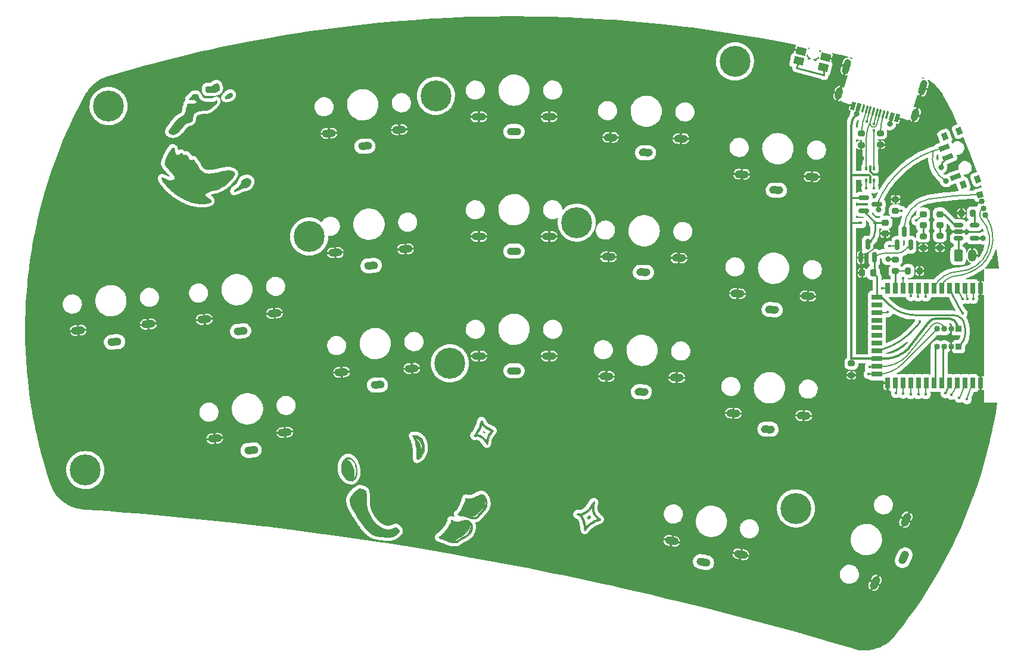
<source format=gtl>
%TF.GenerationSoftware,KiCad,Pcbnew,6.0.2-378541a8eb~116~ubuntu20.04.1*%
%TF.CreationDate,2022-03-20T18:22:00+01:00*%
%TF.ProjectId,Wubbo,57756262-6f2e-46b6-9963-61645f706362,v0.1*%
%TF.SameCoordinates,Original*%
%TF.FileFunction,Copper,L1,Top*%
%TF.FilePolarity,Positive*%
%FSLAX46Y46*%
G04 Gerber Fmt 4.6, Leading zero omitted, Abs format (unit mm)*
G04 Created by KiCad (PCBNEW 6.0.2-378541a8eb~116~ubuntu20.04.1) date 2022-03-20 18:22:00*
%MOMM*%
%LPD*%
G01*
G04 APERTURE LIST*
G04 Aperture macros list*
%AMRoundRect*
0 Rectangle with rounded corners*
0 $1 Rounding radius*
0 $2 $3 $4 $5 $6 $7 $8 $9 X,Y pos of 4 corners*
0 Add a 4 corners polygon primitive as box body*
4,1,4,$2,$3,$4,$5,$6,$7,$8,$9,$2,$3,0*
0 Add four circle primitives for the rounded corners*
1,1,$1+$1,$2,$3*
1,1,$1+$1,$4,$5*
1,1,$1+$1,$6,$7*
1,1,$1+$1,$8,$9*
0 Add four rect primitives between the rounded corners*
20,1,$1+$1,$2,$3,$4,$5,0*
20,1,$1+$1,$4,$5,$6,$7,0*
20,1,$1+$1,$6,$7,$8,$9,0*
20,1,$1+$1,$8,$9,$2,$3,0*%
%AMHorizOval*
0 Thick line with rounded ends*
0 $1 width*
0 $2 $3 position (X,Y) of the first rounded end (center of the circle)*
0 $4 $5 position (X,Y) of the second rounded end (center of the circle)*
0 Add line between two ends*
20,1,$1,$2,$3,$4,$5,0*
0 Add two circle primitives to create the rounded ends*
1,1,$1,$2,$3*
1,1,$1,$4,$5*%
%AMRotRect*
0 Rectangle, with rotation*
0 The origin of the aperture is its center*
0 $1 length*
0 $2 width*
0 $3 Rotation angle, in degrees counterclockwise*
0 Add horizontal line*
21,1,$1,$2,0,0,$3*%
G04 Aperture macros list end*
%TA.AperFunction,EtchedComponent*%
%ADD10C,0.010000*%
%TD*%
%TA.AperFunction,SMDPad,CuDef*%
%ADD11RoundRect,0.200000X0.275000X-0.200000X0.275000X0.200000X-0.275000X0.200000X-0.275000X-0.200000X0*%
%TD*%
%TA.AperFunction,ComponentPad*%
%ADD12HorizOval,1.100000X-0.449383X-0.023551X0.449383X0.023551X0*%
%TD*%
%TA.AperFunction,ComponentPad*%
%ADD13O,2.000000X1.100000*%
%TD*%
%TA.AperFunction,SMDPad,CuDef*%
%ADD14RoundRect,0.225000X-0.250000X0.225000X-0.250000X-0.225000X0.250000X-0.225000X0.250000X0.225000X0*%
%TD*%
%TA.AperFunction,SMDPad,CuDef*%
%ADD15R,0.375000X0.500000*%
%TD*%
%TA.AperFunction,SMDPad,CuDef*%
%ADD16R,0.300000X0.650000*%
%TD*%
%TA.AperFunction,SMDPad,CuDef*%
%ADD17RoundRect,0.218750X0.256250X-0.218750X0.256250X0.218750X-0.256250X0.218750X-0.256250X-0.218750X0*%
%TD*%
%TA.AperFunction,ComponentPad*%
%ADD18R,0.850000X0.850000*%
%TD*%
%TA.AperFunction,ComponentPad*%
%ADD19O,0.850000X0.850000*%
%TD*%
%TA.AperFunction,SMDPad,CuDef*%
%ADD20RoundRect,0.150000X0.150000X-0.587500X0.150000X0.587500X-0.150000X0.587500X-0.150000X-0.587500X0*%
%TD*%
%TA.AperFunction,SMDPad,CuDef*%
%ADD21RoundRect,0.200000X-0.275000X0.200000X-0.275000X-0.200000X0.275000X-0.200000X0.275000X0.200000X0*%
%TD*%
%TA.AperFunction,ComponentPad*%
%ADD22HorizOval,1.100000X-0.197267X-0.404457X0.197267X0.404457X0*%
%TD*%
%TA.AperFunction,SMDPad,CuDef*%
%ADD23RotRect,1.400000X1.050000X166.000000*%
%TD*%
%TA.AperFunction,ComponentPad*%
%ADD24HorizOval,1.100000X-0.449931X0.007854X0.449931X-0.007854X0*%
%TD*%
%TA.AperFunction,SMDPad,CuDef*%
%ADD25R,0.600000X0.450000*%
%TD*%
%TA.AperFunction,SMDPad,CuDef*%
%ADD26RoundRect,0.200000X-0.200000X-0.275000X0.200000X-0.275000X0.200000X0.275000X-0.200000X0.275000X0*%
%TD*%
%TA.AperFunction,SMDPad,CuDef*%
%ADD27RoundRect,0.225000X0.225000X0.250000X-0.225000X0.250000X-0.225000X-0.250000X0.225000X-0.250000X0*%
%TD*%
%TA.AperFunction,SMDPad,CuDef*%
%ADD28R,0.700000X1.524000*%
%TD*%
%TA.AperFunction,SMDPad,CuDef*%
%ADD29R,1.524000X0.700000*%
%TD*%
%TA.AperFunction,ComponentPad*%
%ADD30C,0.700000*%
%TD*%
%TA.AperFunction,ComponentPad*%
%ADD31C,4.400000*%
%TD*%
%TA.AperFunction,ComponentPad*%
%ADD32HorizOval,1.100000X-0.448288X-0.039220X0.448288X0.039220X0*%
%TD*%
%TA.AperFunction,SMDPad,CuDef*%
%ADD33RotRect,1.000000X0.800000X111.000000*%
%TD*%
%TA.AperFunction,SMDPad,CuDef*%
%ADD34RotRect,0.700000X1.500000X111.000000*%
%TD*%
%TA.AperFunction,ComponentPad*%
%ADD35HorizOval,1.100000X-0.449726X0.015705X0.449726X-0.015705X0*%
%TD*%
%TA.AperFunction,SMDPad,CuDef*%
%ADD36RoundRect,0.150000X-0.587500X-0.150000X0.587500X-0.150000X0.587500X0.150000X-0.587500X0.150000X0*%
%TD*%
%TA.AperFunction,SMDPad,CuDef*%
%ADD37RotRect,0.600000X1.150000X344.500000*%
%TD*%
%TA.AperFunction,SMDPad,CuDef*%
%ADD38RotRect,0.300000X1.150000X344.500000*%
%TD*%
%TA.AperFunction,ComponentPad*%
%ADD39HorizOval,1.000000X-0.160343X-0.578178X0.160343X0.578178X0*%
%TD*%
%TA.AperFunction,ComponentPad*%
%ADD40HorizOval,1.000000X-0.106895X-0.385452X0.106895X0.385452X0*%
%TD*%
%TA.AperFunction,ComponentPad*%
%ADD41RotRect,0.850000X0.850000X15.000000*%
%TD*%
%TA.AperFunction,ComponentPad*%
%ADD42HorizOval,0.850000X0.000000X0.000000X0.000000X0.000000X0*%
%TD*%
%TA.AperFunction,SMDPad,CuDef*%
%ADD43RoundRect,0.150000X-0.512500X-0.150000X0.512500X-0.150000X0.512500X0.150000X-0.512500X0.150000X0*%
%TD*%
%TA.AperFunction,ComponentPad*%
%ADD44HorizOval,1.100000X-0.441732X0.085864X0.441732X-0.085864X0*%
%TD*%
%TA.AperFunction,ComponentPad*%
%ADD45RoundRect,0.250000X-0.350000X-0.625000X0.350000X-0.625000X0.350000X0.625000X-0.350000X0.625000X0*%
%TD*%
%TA.AperFunction,ComponentPad*%
%ADD46O,1.200000X1.750000*%
%TD*%
%TA.AperFunction,ViaPad*%
%ADD47C,0.800000*%
%TD*%
%TA.AperFunction,ViaPad*%
%ADD48C,0.400000*%
%TD*%
%TA.AperFunction,Conductor*%
%ADD49C,0.250000*%
%TD*%
%TA.AperFunction,Conductor*%
%ADD50C,0.300000*%
%TD*%
%TA.AperFunction,Conductor*%
%ADD51C,0.200000*%
%TD*%
%TA.AperFunction,Conductor*%
%ADD52C,0.130000*%
%TD*%
%TA.AperFunction,Conductor*%
%ADD53C,0.127000*%
%TD*%
%TA.AperFunction,Conductor*%
%ADD54C,0.150000*%
%TD*%
G04 APERTURE END LIST*
D10*
%TO.C,Ref\u002A\u002A*%
X18024419Y34315156D02*
X18128261Y34283838D01*
X18128261Y34283838D02*
X18128542Y34283710D01*
X18128542Y34283710D02*
X18250945Y34213289D01*
X18250945Y34213289D02*
X18335128Y34128774D01*
X18335128Y34128774D02*
X18384226Y34025110D01*
X18384226Y34025110D02*
X18401375Y33897242D01*
X18401375Y33897242D02*
X18400396Y33845554D01*
X18400396Y33845554D02*
X18379441Y33702260D01*
X18379441Y33702260D02*
X18329337Y33567575D01*
X18329337Y33567575D02*
X18246384Y33433942D01*
X18246384Y33433942D02*
X18133844Y33301146D01*
X18133844Y33301146D02*
X17997017Y33175800D01*
X17997017Y33175800D02*
X17856531Y33088682D01*
X17856531Y33088682D02*
X17704846Y33035865D01*
X17704846Y33035865D02*
X17588792Y33017278D01*
X17588792Y33017278D02*
X17484170Y33002985D01*
X17484170Y33002985D02*
X17375104Y32978811D01*
X17375104Y32978811D02*
X17255842Y32942699D01*
X17255842Y32942699D02*
X17120628Y32892590D01*
X17120628Y32892590D02*
X16963712Y32826426D01*
X16963712Y32826426D02*
X16779338Y32742150D01*
X16779338Y32742150D02*
X16657572Y32684169D01*
X16657572Y32684169D02*
X16501251Y32609808D01*
X16501251Y32609808D02*
X16377176Y32553085D01*
X16377176Y32553085D02*
X16280140Y32511908D01*
X16280140Y32511908D02*
X16204934Y32484184D01*
X16204934Y32484184D02*
X16146352Y32467823D01*
X16146352Y32467823D02*
X16101947Y32460946D01*
X16101947Y32460946D02*
X15990709Y32451722D01*
X15990709Y32451722D02*
X15990709Y32530450D01*
X15990709Y32530450D02*
X16006756Y32617456D01*
X16006756Y32617456D02*
X16057163Y32693034D01*
X16057163Y32693034D02*
X16145326Y32761626D01*
X16145326Y32761626D02*
X16184943Y32784380D01*
X16184943Y32784380D02*
X16370402Y32894913D01*
X16370402Y32894913D02*
X16528250Y33014027D01*
X16528250Y33014027D02*
X16671498Y33151023D01*
X16671498Y33151023D02*
X16818283Y33327126D01*
X16818283Y33327126D02*
X16933511Y33514257D01*
X16933511Y33514257D02*
X17015019Y33696270D01*
X17015019Y33696270D02*
X17082701Y33859865D01*
X17082701Y33859865D02*
X17147246Y33988117D01*
X17147246Y33988117D02*
X17213768Y34087204D01*
X17213768Y34087204D02*
X17287381Y34163305D01*
X17287381Y34163305D02*
X17373197Y34222597D01*
X17373197Y34222597D02*
X17476330Y34271259D01*
X17476330Y34271259D02*
X17497839Y34279636D01*
X17497839Y34279636D02*
X17618246Y34312454D01*
X17618246Y34312454D02*
X17755452Y34329374D01*
X17755452Y34329374D02*
X17895496Y34330305D01*
X17895496Y34330305D02*
X18024419Y34315156D01*
X18024419Y34315156D02*
X18024419Y34315156D01*
G36*
X18024419Y34315156D02*
G01*
X18128261Y34283838D01*
X18128542Y34283710D01*
X18250945Y34213289D01*
X18335128Y34128774D01*
X18384226Y34025110D01*
X18401375Y33897242D01*
X18400396Y33845554D01*
X18379441Y33702260D01*
X18329337Y33567575D01*
X18246384Y33433942D01*
X18133844Y33301146D01*
X17997017Y33175800D01*
X17856531Y33088682D01*
X17704846Y33035865D01*
X17588792Y33017278D01*
X17484170Y33002985D01*
X17375104Y32978811D01*
X17255842Y32942699D01*
X17120628Y32892590D01*
X16963712Y32826426D01*
X16779338Y32742150D01*
X16657572Y32684169D01*
X16501251Y32609808D01*
X16377176Y32553085D01*
X16280140Y32511908D01*
X16204934Y32484184D01*
X16146352Y32467823D01*
X16101947Y32460946D01*
X15990709Y32451722D01*
X15990709Y32530450D01*
X16006756Y32617456D01*
X16057163Y32693034D01*
X16145326Y32761626D01*
X16184943Y32784380D01*
X16370402Y32894913D01*
X16528250Y33014027D01*
X16671498Y33151023D01*
X16818283Y33327126D01*
X16933511Y33514257D01*
X17015019Y33696270D01*
X17082701Y33859865D01*
X17147246Y33988117D01*
X17213768Y34087204D01*
X17287381Y34163305D01*
X17373197Y34222597D01*
X17476330Y34271259D01*
X17497839Y34279636D01*
X17618246Y34312454D01*
X17755452Y34329374D01*
X17895496Y34330305D01*
X18024419Y34315156D01*
G37*
X18024419Y34315156D02*
X18128261Y34283838D01*
X18128542Y34283710D01*
X18250945Y34213289D01*
X18335128Y34128774D01*
X18384226Y34025110D01*
X18401375Y33897242D01*
X18400396Y33845554D01*
X18379441Y33702260D01*
X18329337Y33567575D01*
X18246384Y33433942D01*
X18133844Y33301146D01*
X17997017Y33175800D01*
X17856531Y33088682D01*
X17704846Y33035865D01*
X17588792Y33017278D01*
X17484170Y33002985D01*
X17375104Y32978811D01*
X17255842Y32942699D01*
X17120628Y32892590D01*
X16963712Y32826426D01*
X16779338Y32742150D01*
X16657572Y32684169D01*
X16501251Y32609808D01*
X16377176Y32553085D01*
X16280140Y32511908D01*
X16204934Y32484184D01*
X16146352Y32467823D01*
X16101947Y32460946D01*
X15990709Y32451722D01*
X15990709Y32530450D01*
X16006756Y32617456D01*
X16057163Y32693034D01*
X16145326Y32761626D01*
X16184943Y32784380D01*
X16370402Y32894913D01*
X16528250Y33014027D01*
X16671498Y33151023D01*
X16818283Y33327126D01*
X16933511Y33514257D01*
X17015019Y33696270D01*
X17082701Y33859865D01*
X17147246Y33988117D01*
X17213768Y34087204D01*
X17287381Y34163305D01*
X17373197Y34222597D01*
X17476330Y34271259D01*
X17497839Y34279636D01*
X17618246Y34312454D01*
X17755452Y34329374D01*
X17895496Y34330305D01*
X18024419Y34315156D01*
X15576908Y46467346D02*
X15615660Y46452360D01*
X15615660Y46452360D02*
X15708634Y46395340D01*
X15708634Y46395340D02*
X15766587Y46319093D01*
X15766587Y46319093D02*
X15792885Y46231062D01*
X15792885Y46231062D02*
X15788821Y46143222D01*
X15788821Y46143222D02*
X15755424Y46048425D01*
X15755424Y46048425D02*
X15699515Y45961741D01*
X15699515Y45961741D02*
X15648724Y45912487D01*
X15648724Y45912487D02*
X15540091Y45843000D01*
X15540091Y45843000D02*
X15411224Y45781763D01*
X15411224Y45781763D02*
X15271232Y45731128D01*
X15271232Y45731128D02*
X15129220Y45693450D01*
X15129220Y45693450D02*
X14994296Y45671083D01*
X14994296Y45671083D02*
X14875568Y45666380D01*
X14875568Y45666380D02*
X14782142Y45681696D01*
X14782142Y45681696D02*
X14771278Y45685701D01*
X14771278Y45685701D02*
X14727133Y45717750D01*
X14727133Y45717750D02*
X14714122Y45767096D01*
X14714122Y45767096D02*
X14732866Y45835674D01*
X14732866Y45835674D02*
X14783986Y45925417D01*
X14783986Y45925417D02*
X14868101Y46038257D01*
X14868101Y46038257D02*
X14894870Y46070918D01*
X14894870Y46070918D02*
X15032219Y46225840D01*
X15032219Y46225840D02*
X15156246Y46343183D01*
X15156246Y46343183D02*
X15269841Y46424476D01*
X15269841Y46424476D02*
X15375890Y46471249D01*
X15375890Y46471249D02*
X15477283Y46485029D01*
X15477283Y46485029D02*
X15576908Y46467346D01*
X15576908Y46467346D02*
X15576908Y46467346D01*
G36*
X15576908Y46467346D02*
G01*
X15615660Y46452360D01*
X15708634Y46395340D01*
X15766587Y46319093D01*
X15792885Y46231062D01*
X15788821Y46143222D01*
X15755424Y46048425D01*
X15699515Y45961741D01*
X15648724Y45912487D01*
X15540091Y45843000D01*
X15411224Y45781763D01*
X15271232Y45731128D01*
X15129220Y45693450D01*
X14994296Y45671083D01*
X14875568Y45666380D01*
X14782142Y45681696D01*
X14771278Y45685701D01*
X14727133Y45717750D01*
X14714122Y45767096D01*
X14732866Y45835674D01*
X14783986Y45925417D01*
X14868101Y46038257D01*
X14894870Y46070918D01*
X15032219Y46225840D01*
X15156246Y46343183D01*
X15269841Y46424476D01*
X15375890Y46471249D01*
X15477283Y46485029D01*
X15576908Y46467346D01*
G37*
X15576908Y46467346D02*
X15615660Y46452360D01*
X15708634Y46395340D01*
X15766587Y46319093D01*
X15792885Y46231062D01*
X15788821Y46143222D01*
X15755424Y46048425D01*
X15699515Y45961741D01*
X15648724Y45912487D01*
X15540091Y45843000D01*
X15411224Y45781763D01*
X15271232Y45731128D01*
X15129220Y45693450D01*
X14994296Y45671083D01*
X14875568Y45666380D01*
X14782142Y45681696D01*
X14771278Y45685701D01*
X14727133Y45717750D01*
X14714122Y45767096D01*
X14732866Y45835674D01*
X14783986Y45925417D01*
X14868101Y46038257D01*
X14894870Y46070918D01*
X15032219Y46225840D01*
X15156246Y46343183D01*
X15269841Y46424476D01*
X15375890Y46471249D01*
X15477283Y46485029D01*
X15576908Y46467346D01*
X10639499Y46333424D02*
X10694255Y46311018D01*
X10694255Y46311018D02*
X10727619Y46292359D01*
X10727619Y46292359D02*
X10783620Y46254767D01*
X10783620Y46254767D02*
X10830097Y46210094D01*
X10830097Y46210094D02*
X10872182Y46150659D01*
X10872182Y46150659D02*
X10915003Y46068781D01*
X10915003Y46068781D02*
X10963690Y45956780D01*
X10963690Y45956780D02*
X10982216Y45911158D01*
X10982216Y45911158D02*
X11068305Y45728320D01*
X11068305Y45728320D02*
X11168334Y45580013D01*
X11168334Y45580013D02*
X11287808Y45461655D01*
X11287808Y45461655D02*
X11432230Y45368660D01*
X11432230Y45368660D02*
X11607106Y45296446D01*
X11607106Y45296446D02*
X11776688Y45249616D01*
X11776688Y45249616D02*
X11840539Y45239620D01*
X11840539Y45239620D02*
X11938756Y45230169D01*
X11938756Y45230169D02*
X12063374Y45221521D01*
X12063374Y45221521D02*
X12206426Y45213935D01*
X12206426Y45213935D02*
X12359946Y45207671D01*
X12359946Y45207671D02*
X12515969Y45202987D01*
X12515969Y45202987D02*
X12666528Y45200141D01*
X12666528Y45200141D02*
X12803657Y45199394D01*
X12803657Y45199394D02*
X12919391Y45201003D01*
X12919391Y45201003D02*
X13005762Y45205229D01*
X13005762Y45205229D02*
X13037112Y45208647D01*
X13037112Y45208647D02*
X13131259Y45237818D01*
X13131259Y45237818D02*
X13246314Y45300698D01*
X13246314Y45300698D02*
X13287005Y45327497D01*
X13287005Y45327497D02*
X13381978Y45388402D01*
X13381978Y45388402D02*
X13450781Y45421809D01*
X13450781Y45421809D02*
X13498869Y45428365D01*
X13498869Y45428365D02*
X13531693Y45408717D01*
X13531693Y45408717D02*
X13554709Y45363512D01*
X13554709Y45363512D02*
X13556087Y45359425D01*
X13556087Y45359425D02*
X13566939Y45261857D01*
X13566939Y45261857D02*
X13539179Y45151396D01*
X13539179Y45151396D02*
X13472626Y45027828D01*
X13472626Y45027828D02*
X13367100Y44890939D01*
X13367100Y44890939D02*
X13222419Y44740514D01*
X13222419Y44740514D02*
X13038402Y44576339D01*
X13038402Y44576339D02*
X12814867Y44398199D01*
X12814867Y44398199D02*
X12625209Y44258197D01*
X12625209Y44258197D02*
X12521398Y44184630D01*
X12521398Y44184630D02*
X12436809Y44129177D01*
X12436809Y44129177D02*
X12362300Y44088890D01*
X12362300Y44088890D02*
X12288729Y44060822D01*
X12288729Y44060822D02*
X12206953Y44042023D01*
X12206953Y44042023D02*
X12107832Y44029548D01*
X12107832Y44029548D02*
X11982224Y44020448D01*
X11982224Y44020448D02*
X11868633Y44014246D01*
X11868633Y44014246D02*
X11732687Y44006261D01*
X11732687Y44006261D02*
X11598580Y43996772D01*
X11598580Y43996772D02*
X11477326Y43986670D01*
X11477326Y43986670D02*
X11379938Y43976849D01*
X11379938Y43976849D02*
X11333341Y43970844D01*
X11333341Y43970844D02*
X11054135Y43916725D01*
X11054135Y43916725D02*
X10812679Y43844018D01*
X10812679Y43844018D02*
X10609058Y43752764D01*
X10609058Y43752764D02*
X10443359Y43643003D01*
X10443359Y43643003D02*
X10315667Y43514776D01*
X10315667Y43514776D02*
X10285993Y43474485D01*
X10285993Y43474485D02*
X10237063Y43396472D01*
X10237063Y43396472D02*
X10199551Y43318552D01*
X10199551Y43318552D02*
X10170632Y43231288D01*
X10170632Y43231288D02*
X10147482Y43125239D01*
X10147482Y43125239D02*
X10127278Y42990968D01*
X10127278Y42990968D02*
X10117537Y42911500D01*
X10117537Y42911500D02*
X10094366Y42742008D01*
X10094366Y42742008D02*
X10066037Y42609125D01*
X10066037Y42609125D02*
X10028004Y42507131D01*
X10028004Y42507131D02*
X9975721Y42430306D01*
X9975721Y42430306D02*
X9904642Y42372929D01*
X9904642Y42372929D02*
X9810220Y42329280D01*
X9810220Y42329280D02*
X9687909Y42293640D01*
X9687909Y42293640D02*
X9612929Y42276620D01*
X9612929Y42276620D02*
X9385876Y42211216D01*
X9385876Y42211216D02*
X9189800Y42118263D01*
X9189800Y42118263D02*
X9022680Y41996735D01*
X9022680Y41996735D02*
X8976175Y41952836D01*
X8976175Y41952836D02*
X8921691Y41893934D01*
X8921691Y41893934D02*
X8848816Y41809012D01*
X8848816Y41809012D02*
X8764218Y41706168D01*
X8764218Y41706168D02*
X8674566Y41593503D01*
X8674566Y41593503D02*
X8590635Y41484547D01*
X8590635Y41484547D02*
X8429197Y41278066D01*
X8429197Y41278066D02*
X8282494Y41105911D01*
X8282494Y41105911D02*
X8146467Y40964473D01*
X8146467Y40964473D02*
X8017055Y40850146D01*
X8017055Y40850146D02*
X7890200Y40759321D01*
X7890200Y40759321D02*
X7761842Y40688393D01*
X7761842Y40688393D02*
X7636628Y40636793D01*
X7636628Y40636793D02*
X7489917Y40600824D01*
X7489917Y40600824D02*
X7326553Y40586524D01*
X7326553Y40586524D02*
X7166870Y40594975D01*
X7166870Y40594975D02*
X7095088Y40607994D01*
X7095088Y40607994D02*
X6967468Y40652264D01*
X6967468Y40652264D02*
X6860324Y40717468D01*
X6860324Y40717468D02*
X6780417Y40798040D01*
X6780417Y40798040D02*
X6734509Y40888416D01*
X6734509Y40888416D02*
X6729707Y40908725D01*
X6729707Y40908725D02*
X6730377Y40985046D01*
X6730377Y40985046D02*
X6752862Y41081170D01*
X6752862Y41081170D02*
X6793060Y41183429D01*
X6793060Y41183429D02*
X6835419Y41260792D01*
X6835419Y41260792D02*
X6861802Y41299459D01*
X6861802Y41299459D02*
X6909223Y41366035D01*
X6909223Y41366035D02*
X6973342Y41454545D01*
X6973342Y41454545D02*
X7049819Y41559015D01*
X7049819Y41559015D02*
X7134314Y41673472D01*
X7134314Y41673472D02*
X7177252Y41731290D01*
X7177252Y41731290D02*
X7276526Y41864802D01*
X7276526Y41864802D02*
X7381653Y42006373D01*
X7381653Y42006373D02*
X7485157Y42145920D01*
X7485157Y42145920D02*
X7579561Y42273363D01*
X7579561Y42273363D02*
X7657389Y42378621D01*
X7657389Y42378621D02*
X7668205Y42393274D01*
X7668205Y42393274D02*
X7778345Y42536605D01*
X7778345Y42536605D02*
X7876665Y42649716D01*
X7876665Y42649716D02*
X7971096Y42739831D01*
X7971096Y42739831D02*
X8069567Y42814171D01*
X8069567Y42814171D02*
X8180010Y42879961D01*
X8180010Y42879961D02*
X8232144Y42906916D01*
X8232144Y42906916D02*
X8483225Y43048114D01*
X8483225Y43048114D02*
X8694166Y43200838D01*
X8694166Y43200838D02*
X8864797Y43364895D01*
X8864797Y43364895D02*
X8994951Y43540091D01*
X8994951Y43540091D02*
X9084459Y43726234D01*
X9084459Y43726234D02*
X9133151Y43923129D01*
X9133151Y43923129D02*
X9135739Y43943152D01*
X9135739Y43943152D02*
X9154116Y44091916D01*
X9154116Y44091916D02*
X9170481Y44207243D01*
X9170481Y44207243D02*
X9186787Y44297840D01*
X9186787Y44297840D02*
X9204985Y44372419D01*
X9204985Y44372419D02*
X9227026Y44439689D01*
X9227026Y44439689D02*
X9254862Y44508359D01*
X9254862Y44508359D02*
X9270058Y44542611D01*
X9270058Y44542611D02*
X9308864Y44632770D01*
X9308864Y44632770D02*
X9330795Y44697704D01*
X9330795Y44697704D02*
X9338822Y44749586D01*
X9338822Y44749586D02*
X9335914Y44800586D01*
X9335914Y44800586D02*
X9334843Y44808083D01*
X9334843Y44808083D02*
X9321111Y44899656D01*
X9321111Y44899656D02*
X9433285Y44911112D01*
X9433285Y44911112D02*
X9491153Y44915518D01*
X9491153Y44915518D02*
X9581989Y44920626D01*
X9581989Y44920626D02*
X9696444Y44925992D01*
X9696444Y44925992D02*
X9825167Y44931171D01*
X9825167Y44931171D02*
X9937042Y44935037D01*
X9937042Y44935037D02*
X10067592Y44940194D01*
X10067592Y44940194D02*
X10188892Y44946830D01*
X10188892Y44946830D02*
X10292424Y44954339D01*
X10292424Y44954339D02*
X10369669Y44962113D01*
X10369669Y44962113D02*
X10409200Y44968708D01*
X10409200Y44968708D02*
X10481072Y44999913D01*
X10481072Y44999913D02*
X10554996Y45051291D01*
X10554996Y45051291D02*
X10618533Y45112134D01*
X10618533Y45112134D02*
X10659244Y45171735D01*
X10659244Y45171735D02*
X10665573Y45189401D01*
X10665573Y45189401D02*
X10663006Y45261422D01*
X10663006Y45261422D02*
X10622938Y45333453D01*
X10622938Y45333453D02*
X10549993Y45401308D01*
X10549993Y45401308D02*
X10448794Y45460801D01*
X10448794Y45460801D02*
X10323965Y45507745D01*
X10323965Y45507745D02*
X10309416Y45511847D01*
X10309416Y45511847D02*
X10247989Y45523933D01*
X10247989Y45523933D02*
X10155757Y45536273D01*
X10155757Y45536273D02*
X10044216Y45547573D01*
X10044216Y45547573D02*
X9924866Y45556536D01*
X9924866Y45556536D02*
X9899233Y45558037D01*
X9899233Y45558037D02*
X9790125Y45564985D01*
X9790125Y45564985D02*
X9696443Y45572667D01*
X9696443Y45572667D02*
X9626156Y45580297D01*
X9626156Y45580297D02*
X9587236Y45587091D01*
X9587236Y45587091D02*
X9582379Y45589238D01*
X9582379Y45589238D02*
X9588049Y45609774D01*
X9588049Y45609774D02*
X9619754Y45643585D01*
X9619754Y45643585D02*
X9634625Y45655908D01*
X9634625Y45655908D02*
X9675827Y45694703D01*
X9675827Y45694703D02*
X9733516Y45757509D01*
X9733516Y45757509D02*
X9798851Y45834416D01*
X9798851Y45834416D02*
X9842352Y45888710D01*
X9842352Y45888710D02*
X9985055Y46054614D01*
X9985055Y46054614D02*
X10123856Y46180680D01*
X10123856Y46180680D02*
X10261622Y46268859D01*
X10261622Y46268859D02*
X10401218Y46321104D01*
X10401218Y46321104D02*
X10501297Y46337317D01*
X10501297Y46337317D02*
X10581609Y46340914D01*
X10581609Y46340914D02*
X10639499Y46333424D01*
X10639499Y46333424D02*
X10639499Y46333424D01*
G36*
X10639499Y46333424D02*
G01*
X10694255Y46311018D01*
X10727619Y46292359D01*
X10783620Y46254767D01*
X10830097Y46210094D01*
X10872182Y46150659D01*
X10915003Y46068781D01*
X10963690Y45956780D01*
X10982216Y45911158D01*
X11068305Y45728320D01*
X11168334Y45580013D01*
X11287808Y45461655D01*
X11432230Y45368660D01*
X11607106Y45296446D01*
X11776688Y45249616D01*
X11840539Y45239620D01*
X11938756Y45230169D01*
X12063374Y45221521D01*
X12206426Y45213935D01*
X12359946Y45207671D01*
X12515969Y45202987D01*
X12666528Y45200141D01*
X12803657Y45199394D01*
X12919391Y45201003D01*
X13005762Y45205229D01*
X13037112Y45208647D01*
X13131259Y45237818D01*
X13246314Y45300698D01*
X13287005Y45327497D01*
X13381978Y45388402D01*
X13450781Y45421809D01*
X13498869Y45428365D01*
X13531693Y45408717D01*
X13554709Y45363512D01*
X13556087Y45359425D01*
X13566939Y45261857D01*
X13539179Y45151396D01*
X13472626Y45027828D01*
X13367100Y44890939D01*
X13222419Y44740514D01*
X13038402Y44576339D01*
X12814867Y44398199D01*
X12625209Y44258197D01*
X12521398Y44184630D01*
X12436809Y44129177D01*
X12362300Y44088890D01*
X12288729Y44060822D01*
X12206953Y44042023D01*
X12107832Y44029548D01*
X11982224Y44020448D01*
X11868633Y44014246D01*
X11732687Y44006261D01*
X11598580Y43996772D01*
X11477326Y43986670D01*
X11379938Y43976849D01*
X11333341Y43970844D01*
X11054135Y43916725D01*
X10812679Y43844018D01*
X10609058Y43752764D01*
X10443359Y43643003D01*
X10315667Y43514776D01*
X10285993Y43474485D01*
X10237063Y43396472D01*
X10199551Y43318552D01*
X10170632Y43231288D01*
X10147482Y43125239D01*
X10127278Y42990968D01*
X10117537Y42911500D01*
X10094366Y42742008D01*
X10066037Y42609125D01*
X10028004Y42507131D01*
X9975721Y42430306D01*
X9904642Y42372929D01*
X9810220Y42329280D01*
X9687909Y42293640D01*
X9612929Y42276620D01*
X9385876Y42211216D01*
X9189800Y42118263D01*
X9022680Y41996735D01*
X8976175Y41952836D01*
X8921691Y41893934D01*
X8848816Y41809012D01*
X8764218Y41706168D01*
X8674566Y41593503D01*
X8590635Y41484547D01*
X8429197Y41278066D01*
X8282494Y41105911D01*
X8146467Y40964473D01*
X8017055Y40850146D01*
X7890200Y40759321D01*
X7761842Y40688393D01*
X7636628Y40636793D01*
X7489917Y40600824D01*
X7326553Y40586524D01*
X7166870Y40594975D01*
X7095088Y40607994D01*
X6967468Y40652264D01*
X6860324Y40717468D01*
X6780417Y40798040D01*
X6734509Y40888416D01*
X6729707Y40908725D01*
X6730377Y40985046D01*
X6752862Y41081170D01*
X6793060Y41183429D01*
X6835419Y41260792D01*
X6861802Y41299459D01*
X6909223Y41366035D01*
X6973342Y41454545D01*
X7049819Y41559015D01*
X7134314Y41673472D01*
X7177252Y41731290D01*
X7276526Y41864802D01*
X7381653Y42006373D01*
X7485157Y42145920D01*
X7579561Y42273363D01*
X7657389Y42378621D01*
X7668205Y42393274D01*
X7778345Y42536605D01*
X7876665Y42649716D01*
X7971096Y42739831D01*
X8069567Y42814171D01*
X8180010Y42879961D01*
X8232144Y42906916D01*
X8483225Y43048114D01*
X8694166Y43200838D01*
X8864797Y43364895D01*
X8994951Y43540091D01*
X9084459Y43726234D01*
X9133151Y43923129D01*
X9135739Y43943152D01*
X9154116Y44091916D01*
X9170481Y44207243D01*
X9186787Y44297840D01*
X9204985Y44372419D01*
X9227026Y44439689D01*
X9254862Y44508359D01*
X9270058Y44542611D01*
X9308864Y44632770D01*
X9330795Y44697704D01*
X9338822Y44749586D01*
X9335914Y44800586D01*
X9334843Y44808083D01*
X9321111Y44899656D01*
X9433285Y44911112D01*
X9491153Y44915518D01*
X9581989Y44920626D01*
X9696444Y44925992D01*
X9825167Y44931171D01*
X9937042Y44935037D01*
X10067592Y44940194D01*
X10188892Y44946830D01*
X10292424Y44954339D01*
X10369669Y44962113D01*
X10409200Y44968708D01*
X10481072Y44999913D01*
X10554996Y45051291D01*
X10618533Y45112134D01*
X10659244Y45171735D01*
X10665573Y45189401D01*
X10663006Y45261422D01*
X10622938Y45333453D01*
X10549993Y45401308D01*
X10448794Y45460801D01*
X10323965Y45507745D01*
X10309416Y45511847D01*
X10247989Y45523933D01*
X10155757Y45536273D01*
X10044216Y45547573D01*
X9924866Y45556536D01*
X9899233Y45558037D01*
X9790125Y45564985D01*
X9696443Y45572667D01*
X9626156Y45580297D01*
X9587236Y45587091D01*
X9582379Y45589238D01*
X9588049Y45609774D01*
X9619754Y45643585D01*
X9634625Y45655908D01*
X9675827Y45694703D01*
X9733516Y45757509D01*
X9798851Y45834416D01*
X9842352Y45888710D01*
X9985055Y46054614D01*
X10123856Y46180680D01*
X10261622Y46268859D01*
X10401218Y46321104D01*
X10501297Y46337317D01*
X10581609Y46340914D01*
X10639499Y46333424D01*
G37*
X10639499Y46333424D02*
X10694255Y46311018D01*
X10727619Y46292359D01*
X10783620Y46254767D01*
X10830097Y46210094D01*
X10872182Y46150659D01*
X10915003Y46068781D01*
X10963690Y45956780D01*
X10982216Y45911158D01*
X11068305Y45728320D01*
X11168334Y45580013D01*
X11287808Y45461655D01*
X11432230Y45368660D01*
X11607106Y45296446D01*
X11776688Y45249616D01*
X11840539Y45239620D01*
X11938756Y45230169D01*
X12063374Y45221521D01*
X12206426Y45213935D01*
X12359946Y45207671D01*
X12515969Y45202987D01*
X12666528Y45200141D01*
X12803657Y45199394D01*
X12919391Y45201003D01*
X13005762Y45205229D01*
X13037112Y45208647D01*
X13131259Y45237818D01*
X13246314Y45300698D01*
X13287005Y45327497D01*
X13381978Y45388402D01*
X13450781Y45421809D01*
X13498869Y45428365D01*
X13531693Y45408717D01*
X13554709Y45363512D01*
X13556087Y45359425D01*
X13566939Y45261857D01*
X13539179Y45151396D01*
X13472626Y45027828D01*
X13367100Y44890939D01*
X13222419Y44740514D01*
X13038402Y44576339D01*
X12814867Y44398199D01*
X12625209Y44258197D01*
X12521398Y44184630D01*
X12436809Y44129177D01*
X12362300Y44088890D01*
X12288729Y44060822D01*
X12206953Y44042023D01*
X12107832Y44029548D01*
X11982224Y44020448D01*
X11868633Y44014246D01*
X11732687Y44006261D01*
X11598580Y43996772D01*
X11477326Y43986670D01*
X11379938Y43976849D01*
X11333341Y43970844D01*
X11054135Y43916725D01*
X10812679Y43844018D01*
X10609058Y43752764D01*
X10443359Y43643003D01*
X10315667Y43514776D01*
X10285993Y43474485D01*
X10237063Y43396472D01*
X10199551Y43318552D01*
X10170632Y43231288D01*
X10147482Y43125239D01*
X10127278Y42990968D01*
X10117537Y42911500D01*
X10094366Y42742008D01*
X10066037Y42609125D01*
X10028004Y42507131D01*
X9975721Y42430306D01*
X9904642Y42372929D01*
X9810220Y42329280D01*
X9687909Y42293640D01*
X9612929Y42276620D01*
X9385876Y42211216D01*
X9189800Y42118263D01*
X9022680Y41996735D01*
X8976175Y41952836D01*
X8921691Y41893934D01*
X8848816Y41809012D01*
X8764218Y41706168D01*
X8674566Y41593503D01*
X8590635Y41484547D01*
X8429197Y41278066D01*
X8282494Y41105911D01*
X8146467Y40964473D01*
X8017055Y40850146D01*
X7890200Y40759321D01*
X7761842Y40688393D01*
X7636628Y40636793D01*
X7489917Y40600824D01*
X7326553Y40586524D01*
X7166870Y40594975D01*
X7095088Y40607994D01*
X6967468Y40652264D01*
X6860324Y40717468D01*
X6780417Y40798040D01*
X6734509Y40888416D01*
X6729707Y40908725D01*
X6730377Y40985046D01*
X6752862Y41081170D01*
X6793060Y41183429D01*
X6835419Y41260792D01*
X6861802Y41299459D01*
X6909223Y41366035D01*
X6973342Y41454545D01*
X7049819Y41559015D01*
X7134314Y41673472D01*
X7177252Y41731290D01*
X7276526Y41864802D01*
X7381653Y42006373D01*
X7485157Y42145920D01*
X7579561Y42273363D01*
X7657389Y42378621D01*
X7668205Y42393274D01*
X7778345Y42536605D01*
X7876665Y42649716D01*
X7971096Y42739831D01*
X8069567Y42814171D01*
X8180010Y42879961D01*
X8232144Y42906916D01*
X8483225Y43048114D01*
X8694166Y43200838D01*
X8864797Y43364895D01*
X8994951Y43540091D01*
X9084459Y43726234D01*
X9133151Y43923129D01*
X9135739Y43943152D01*
X9154116Y44091916D01*
X9170481Y44207243D01*
X9186787Y44297840D01*
X9204985Y44372419D01*
X9227026Y44439689D01*
X9254862Y44508359D01*
X9270058Y44542611D01*
X9308864Y44632770D01*
X9330795Y44697704D01*
X9338822Y44749586D01*
X9335914Y44800586D01*
X9334843Y44808083D01*
X9321111Y44899656D01*
X9433285Y44911112D01*
X9491153Y44915518D01*
X9581989Y44920626D01*
X9696444Y44925992D01*
X9825167Y44931171D01*
X9937042Y44935037D01*
X10067592Y44940194D01*
X10188892Y44946830D01*
X10292424Y44954339D01*
X10369669Y44962113D01*
X10409200Y44968708D01*
X10481072Y44999913D01*
X10554996Y45051291D01*
X10618533Y45112134D01*
X10659244Y45171735D01*
X10665573Y45189401D01*
X10663006Y45261422D01*
X10622938Y45333453D01*
X10549993Y45401308D01*
X10448794Y45460801D01*
X10323965Y45507745D01*
X10309416Y45511847D01*
X10247989Y45523933D01*
X10155757Y45536273D01*
X10044216Y45547573D01*
X9924866Y45556536D01*
X9899233Y45558037D01*
X9790125Y45564985D01*
X9696443Y45572667D01*
X9626156Y45580297D01*
X9587236Y45587091D01*
X9582379Y45589238D01*
X9588049Y45609774D01*
X9619754Y45643585D01*
X9634625Y45655908D01*
X9675827Y45694703D01*
X9733516Y45757509D01*
X9798851Y45834416D01*
X9842352Y45888710D01*
X9985055Y46054614D01*
X10123856Y46180680D01*
X10261622Y46268859D01*
X10401218Y46321104D01*
X10501297Y46337317D01*
X10581609Y46340914D01*
X10639499Y46333424D01*
X7379989Y38661824D02*
X7401827Y38655673D01*
X7401827Y38655673D02*
X7440296Y38642272D01*
X7440296Y38642272D02*
X7468803Y38625776D01*
X7468803Y38625776D02*
X7489609Y38599785D01*
X7489609Y38599785D02*
X7504977Y38557896D01*
X7504977Y38557896D02*
X7517168Y38493710D01*
X7517168Y38493710D02*
X7528444Y38400824D01*
X7528444Y38400824D02*
X7541066Y38272838D01*
X7541066Y38272838D02*
X7542528Y38257454D01*
X7542528Y38257454D02*
X7570532Y38073716D01*
X7570532Y38073716D02*
X7617162Y37925294D01*
X7617162Y37925294D02*
X7684058Y37808729D01*
X7684058Y37808729D02*
X7772858Y37720562D01*
X7772858Y37720562D02*
X7808180Y37696533D01*
X7808180Y37696533D02*
X7920964Y37644516D01*
X7920964Y37644516D02*
X8030170Y37631504D01*
X8030170Y37631504D02*
X8138659Y37658165D01*
X8138659Y37658165D02*
X8249290Y37725166D01*
X8249290Y37725166D02*
X8357021Y37824707D01*
X8357021Y37824707D02*
X8411979Y37880159D01*
X8411979Y37880159D02*
X8457500Y37920780D01*
X8457500Y37920780D02*
X8484741Y37938762D01*
X8484741Y37938762D02*
X8486510Y37939029D01*
X8486510Y37939029D02*
X8510360Y37924652D01*
X8510360Y37924652D02*
X8554634Y37886503D01*
X8554634Y37886503D02*
X8611026Y37831904D01*
X8611026Y37831904D02*
X8629448Y37813013D01*
X8629448Y37813013D02*
X8705814Y37739471D01*
X8705814Y37739471D02*
X8771395Y37691872D01*
X8771395Y37691872D02*
X8839314Y37661222D01*
X8839314Y37661222D02*
X8860862Y37654356D01*
X8860862Y37654356D02*
X8928524Y37636723D01*
X8928524Y37636723D02*
X8981496Y37632517D01*
X8981496Y37632517D02*
X9040229Y37641877D01*
X9040229Y37641877D02*
X9093457Y37655939D01*
X9093457Y37655939D02*
X9163986Y37672592D01*
X9163986Y37672592D02*
X9220620Y37680363D01*
X9220620Y37680363D02*
X9245663Y37678805D01*
X9245663Y37678805D02*
X9269304Y37651948D01*
X9269304Y37651948D02*
X9287766Y37601343D01*
X9287766Y37601343D02*
X9289342Y37593718D01*
X9289342Y37593718D02*
X9322327Y37503012D01*
X9322327Y37503012D02*
X9378933Y37434988D01*
X9378933Y37434988D02*
X9450467Y37399324D01*
X9450467Y37399324D02*
X9489706Y37386976D01*
X9489706Y37386976D02*
X9508118Y37363991D01*
X9508118Y37363991D02*
X9513478Y37317030D01*
X9513478Y37317030D02*
X9513709Y37290814D01*
X9513709Y37290814D02*
X9532767Y37176127D01*
X9532767Y37176127D02*
X9585159Y37077980D01*
X9585159Y37077980D02*
X9663713Y37000615D01*
X9663713Y37000615D02*
X9761256Y36948271D01*
X9761256Y36948271D02*
X9870616Y36925189D01*
X9870616Y36925189D02*
X9984620Y36935610D01*
X9984620Y36935610D02*
X10064042Y36965464D01*
X10064042Y36965464D02*
X10125130Y36991942D01*
X10125130Y36991942D02*
X10177010Y37006699D01*
X10177010Y37006699D02*
X10188550Y37007797D01*
X10188550Y37007797D02*
X10214027Y37001520D01*
X10214027Y37001520D02*
X10244553Y36980611D01*
X10244553Y36980611D02*
X10282464Y36941956D01*
X10282464Y36941956D02*
X10330094Y36882440D01*
X10330094Y36882440D02*
X10389777Y36798949D01*
X10389777Y36798949D02*
X10463847Y36688367D01*
X10463847Y36688367D02*
X10554640Y36547579D01*
X10554640Y36547579D02*
X10664490Y36373472D01*
X10664490Y36373472D02*
X10667071Y36369351D01*
X10667071Y36369351D02*
X10837244Y36102520D01*
X10837244Y36102520D02*
X10992148Y35871452D01*
X10992148Y35871452D02*
X11134814Y35673735D01*
X11134814Y35673735D02*
X11268270Y35506959D01*
X11268270Y35506959D02*
X11395545Y35368709D01*
X11395545Y35368709D02*
X11519668Y35256576D01*
X11519668Y35256576D02*
X11643669Y35168147D01*
X11643669Y35168147D02*
X11770575Y35101011D01*
X11770575Y35101011D02*
X11903416Y35052755D01*
X11903416Y35052755D02*
X12045221Y35020967D01*
X12045221Y35020967D02*
X12199019Y35003236D01*
X12199019Y35003236D02*
X12367838Y34997151D01*
X12367838Y34997151D02*
X12390470Y34997089D01*
X12390470Y34997089D02*
X12520148Y34999512D01*
X12520148Y34999512D02*
X12653441Y35007160D01*
X12653441Y35007160D02*
X12794982Y35020787D01*
X12794982Y35020787D02*
X12949403Y35041143D01*
X12949403Y35041143D02*
X13121336Y35068980D01*
X13121336Y35068980D02*
X13315414Y35105051D01*
X13315414Y35105051D02*
X13536270Y35150107D01*
X13536270Y35150107D02*
X13788536Y35204899D01*
X13788536Y35204899D02*
X14076843Y35270180D01*
X14076843Y35270180D02*
X14085709Y35272219D01*
X14085709Y35272219D02*
X14241383Y35307425D01*
X14241383Y35307425D02*
X14392970Y35340590D01*
X14392970Y35340590D02*
X14532643Y35370084D01*
X14532643Y35370084D02*
X14652577Y35394281D01*
X14652577Y35394281D02*
X14744947Y35411553D01*
X14744947Y35411553D02*
X14791032Y35418929D01*
X14791032Y35418929D02*
X15002410Y35438180D01*
X15002410Y35438180D02*
X15214594Y35439916D01*
X15214594Y35439916D02*
X15417905Y35424936D01*
X15417905Y35424936D02*
X15602664Y35394037D01*
X15602664Y35394037D02*
X15759195Y35348019D01*
X15759195Y35348019D02*
X15786982Y35336764D01*
X15786982Y35336764D02*
X15907138Y35269109D01*
X15907138Y35269109D02*
X16002166Y35182758D01*
X16002166Y35182758D02*
X16066740Y35084241D01*
X16066740Y35084241D02*
X16095537Y34980086D01*
X16095537Y34980086D02*
X16096542Y34957160D01*
X16096542Y34957160D02*
X16080941Y34885381D01*
X16080941Y34885381D02*
X16035562Y34788614D01*
X16035562Y34788614D02*
X15962539Y34669684D01*
X15962539Y34669684D02*
X15864005Y34531418D01*
X15864005Y34531418D02*
X15742096Y34376641D01*
X15742096Y34376641D02*
X15598945Y34208181D01*
X15598945Y34208181D02*
X15436686Y34028864D01*
X15436686Y34028864D02*
X15257455Y33841516D01*
X15257455Y33841516D02*
X15242941Y33826767D01*
X15242941Y33826767D02*
X14978117Y33571982D01*
X14978117Y33571982D02*
X14720003Y33353601D01*
X14720003Y33353601D02*
X14461922Y33167864D01*
X14461922Y33167864D02*
X14197199Y33011015D01*
X14197199Y33011015D02*
X13919158Y32879294D01*
X13919158Y32879294D02*
X13621121Y32768944D01*
X13621121Y32768944D02*
X13296413Y32676208D01*
X13296413Y32676208D02*
X13128904Y32636799D01*
X13128904Y32636799D02*
X12836424Y32566113D01*
X12836424Y32566113D02*
X12585404Y32492399D01*
X12585404Y32492399D02*
X12375053Y32415217D01*
X12375053Y32415217D02*
X12204576Y32334130D01*
X12204576Y32334130D02*
X12073181Y32248697D01*
X12073181Y32248697D02*
X11980073Y32158480D01*
X11980073Y32158480D02*
X11924462Y32063039D01*
X11924462Y32063039D02*
X11905552Y31961936D01*
X11905552Y31961936D02*
X11905542Y31959547D01*
X11905542Y31959547D02*
X11918185Y31875161D01*
X11918185Y31875161D02*
X11958184Y31794848D01*
X11958184Y31794848D02*
X12028647Y31715410D01*
X12028647Y31715410D02*
X12132680Y31633648D01*
X12132680Y31633648D02*
X12273392Y31546364D01*
X12273392Y31546364D02*
X12345530Y31506561D01*
X12345530Y31506561D02*
X12507844Y31409739D01*
X12507844Y31409739D02*
X12628066Y31316377D01*
X12628066Y31316377D02*
X12706341Y31227037D01*
X12706341Y31227037D02*
X12742811Y31142279D01*
X12742811Y31142279D02*
X12737618Y31062665D01*
X12737618Y31062665D02*
X12690907Y30988756D01*
X12690907Y30988756D02*
X12602820Y30921114D01*
X12602820Y30921114D02*
X12473499Y30860301D01*
X12473499Y30860301D02*
X12303089Y30806876D01*
X12303089Y30806876D02*
X12158938Y30774078D01*
X12158938Y30774078D02*
X12074159Y30761738D01*
X12074159Y30761738D02*
X11953081Y30750771D01*
X11953081Y30750771D02*
X11801726Y30741579D01*
X11801726Y30741579D02*
X11626115Y30734562D01*
X11626115Y30734562D02*
X11524542Y30731846D01*
X11524542Y30731846D02*
X11367310Y30728589D01*
X11367310Y30728589D02*
X11243053Y30727135D01*
X11243053Y30727135D02*
X11142429Y30728063D01*
X11142429Y30728063D02*
X11056097Y30731950D01*
X11056097Y30731950D02*
X10974717Y30739375D01*
X10974717Y30739375D02*
X10888948Y30750917D01*
X10888948Y30750917D02*
X10789448Y30767154D01*
X10789448Y30767154D02*
X10699042Y30782964D01*
X10699042Y30782964D02*
X10447667Y30830212D01*
X10447667Y30830212D02*
X10226330Y30878277D01*
X10226330Y30878277D02*
X10022797Y30930215D01*
X10022797Y30930215D02*
X9824834Y30989082D01*
X9824834Y30989082D02*
X9675197Y31038742D01*
X9675197Y31038742D02*
X9205998Y31221615D01*
X9205998Y31221615D02*
X8738666Y31445740D01*
X8738666Y31445740D02*
X8275140Y31710038D01*
X8275140Y31710038D02*
X7817359Y32013428D01*
X7817359Y32013428D02*
X7493072Y32254946D01*
X7493072Y32254946D02*
X7278625Y32429078D01*
X7278625Y32429078D02*
X7064258Y32616126D01*
X7064258Y32616126D02*
X6853572Y32812126D01*
X6853572Y32812126D02*
X6650168Y33013117D01*
X6650168Y33013117D02*
X6457646Y33215136D01*
X6457646Y33215136D02*
X6279607Y33414222D01*
X6279607Y33414222D02*
X6119653Y33606412D01*
X6119653Y33606412D02*
X5981382Y33787744D01*
X5981382Y33787744D02*
X5868397Y33954256D01*
X5868397Y33954256D02*
X5784298Y34101986D01*
X5784298Y34101986D02*
X5753605Y34169026D01*
X5753605Y34169026D02*
X5718687Y34265437D01*
X5718687Y34265437D02*
X5706380Y34334518D01*
X5706380Y34334518D02*
X5716170Y34384399D01*
X5716170Y34384399D02*
X5738077Y34414475D01*
X5738077Y34414475D02*
X5762251Y34431660D01*
X5762251Y34431660D02*
X5794040Y34438160D01*
X5794040Y34438160D02*
X5838364Y34432412D01*
X5838364Y34432412D02*
X5900139Y34412848D01*
X5900139Y34412848D02*
X5984284Y34377904D01*
X5984284Y34377904D02*
X6095717Y34326013D01*
X6095717Y34326013D02*
X6239355Y34255610D01*
X6239355Y34255610D02*
X6243459Y34253570D01*
X6243459Y34253570D02*
X6398759Y34178499D01*
X6398759Y34178499D02*
X6526546Y34122779D01*
X6526546Y34122779D02*
X6635695Y34084126D01*
X6635695Y34084126D02*
X6735080Y34060253D01*
X6735080Y34060253D02*
X6833574Y34048876D01*
X6833574Y34048876D02*
X6940052Y34047711D01*
X6940052Y34047711D02*
X7026626Y34051911D01*
X7026626Y34051911D02*
X7211834Y34072439D01*
X7211834Y34072439D02*
X7358178Y34107997D01*
X7358178Y34107997D02*
X7466677Y34159425D01*
X7466677Y34159425D02*
X7538351Y34227565D01*
X7538351Y34227565D02*
X7574221Y34313260D01*
X7574221Y34313260D02*
X7575306Y34417349D01*
X7575306Y34417349D02*
X7559064Y34491124D01*
X7559064Y34491124D02*
X7525283Y34586212D01*
X7525283Y34586212D02*
X7476780Y34686789D01*
X7476780Y34686789D02*
X7411099Y34796179D01*
X7411099Y34796179D02*
X7325784Y34917702D01*
X7325784Y34917702D02*
X7218379Y35054681D01*
X7218379Y35054681D02*
X7086428Y35210438D01*
X7086428Y35210438D02*
X6927477Y35388295D01*
X6927477Y35388295D02*
X6769734Y35558871D01*
X6769734Y35558871D02*
X6622472Y35717425D01*
X6622472Y35717425D02*
X6502219Y35849986D01*
X6502219Y35849986D02*
X6405980Y35960425D01*
X6405980Y35960425D02*
X6330759Y36052614D01*
X6330759Y36052614D02*
X6273561Y36130423D01*
X6273561Y36130423D02*
X6231389Y36197723D01*
X6231389Y36197723D02*
X6201248Y36258386D01*
X6201248Y36258386D02*
X6180143Y36316281D01*
X6180143Y36316281D02*
X6177987Y36323532D01*
X6177987Y36323532D02*
X6159940Y36408014D01*
X6159940Y36408014D02*
X6156123Y36496526D01*
X6156123Y36496526D02*
X6167374Y36598432D01*
X6167374Y36598432D02*
X6194532Y36723101D01*
X6194532Y36723101D02*
X6223154Y36827880D01*
X6223154Y36827880D02*
X6265790Y36957367D01*
X6265790Y36957367D02*
X6323478Y37105165D01*
X6323478Y37105165D02*
X6393692Y37266784D01*
X6393692Y37266784D02*
X6473906Y37437733D01*
X6473906Y37437733D02*
X6561596Y37613523D01*
X6561596Y37613523D02*
X6654235Y37789662D01*
X6654235Y37789662D02*
X6749298Y37961662D01*
X6749298Y37961662D02*
X6844259Y38125030D01*
X6844259Y38125030D02*
X6936592Y38275278D01*
X6936592Y38275278D02*
X7023771Y38407914D01*
X7023771Y38407914D02*
X7103272Y38518449D01*
X7103272Y38518449D02*
X7172568Y38602392D01*
X7172568Y38602392D02*
X7229134Y38655253D01*
X7229134Y38655253D02*
X7260100Y38671433D01*
X7260100Y38671433D02*
X7312146Y38673150D01*
X7312146Y38673150D02*
X7379989Y38661824D01*
X7379989Y38661824D02*
X7379989Y38661824D01*
G36*
X7379989Y38661824D02*
G01*
X7401827Y38655673D01*
X7440296Y38642272D01*
X7468803Y38625776D01*
X7489609Y38599785D01*
X7504977Y38557896D01*
X7517168Y38493710D01*
X7528444Y38400824D01*
X7541066Y38272838D01*
X7542528Y38257454D01*
X7570532Y38073716D01*
X7617162Y37925294D01*
X7684058Y37808729D01*
X7772858Y37720562D01*
X7808180Y37696533D01*
X7920964Y37644516D01*
X8030170Y37631504D01*
X8138659Y37658165D01*
X8249290Y37725166D01*
X8357021Y37824707D01*
X8411979Y37880159D01*
X8457500Y37920780D01*
X8484741Y37938762D01*
X8486510Y37939029D01*
X8510360Y37924652D01*
X8554634Y37886503D01*
X8611026Y37831904D01*
X8629448Y37813013D01*
X8705814Y37739471D01*
X8771395Y37691872D01*
X8839314Y37661222D01*
X8860862Y37654356D01*
X8928524Y37636723D01*
X8981496Y37632517D01*
X9040229Y37641877D01*
X9093457Y37655939D01*
X9163986Y37672592D01*
X9220620Y37680363D01*
X9245663Y37678805D01*
X9269304Y37651948D01*
X9287766Y37601343D01*
X9289342Y37593718D01*
X9322327Y37503012D01*
X9378933Y37434988D01*
X9450467Y37399324D01*
X9489706Y37386976D01*
X9508118Y37363991D01*
X9513478Y37317030D01*
X9513709Y37290814D01*
X9532767Y37176127D01*
X9585159Y37077980D01*
X9663713Y37000615D01*
X9761256Y36948271D01*
X9870616Y36925189D01*
X9984620Y36935610D01*
X10064042Y36965464D01*
X10125130Y36991942D01*
X10177010Y37006699D01*
X10188550Y37007797D01*
X10214027Y37001520D01*
X10244553Y36980611D01*
X10282464Y36941956D01*
X10330094Y36882440D01*
X10389777Y36798949D01*
X10463847Y36688367D01*
X10554640Y36547579D01*
X10664490Y36373472D01*
X10667071Y36369351D01*
X10837244Y36102520D01*
X10992148Y35871452D01*
X11134814Y35673735D01*
X11268270Y35506959D01*
X11395545Y35368709D01*
X11519668Y35256576D01*
X11643669Y35168147D01*
X11770575Y35101011D01*
X11903416Y35052755D01*
X12045221Y35020967D01*
X12199019Y35003236D01*
X12367838Y34997151D01*
X12390470Y34997089D01*
X12520148Y34999512D01*
X12653441Y35007160D01*
X12794982Y35020787D01*
X12949403Y35041143D01*
X13121336Y35068980D01*
X13315414Y35105051D01*
X13536270Y35150107D01*
X13788536Y35204899D01*
X14076843Y35270180D01*
X14085709Y35272219D01*
X14241383Y35307425D01*
X14392970Y35340590D01*
X14532643Y35370084D01*
X14652577Y35394281D01*
X14744947Y35411553D01*
X14791032Y35418929D01*
X15002410Y35438180D01*
X15214594Y35439916D01*
X15417905Y35424936D01*
X15602664Y35394037D01*
X15759195Y35348019D01*
X15786982Y35336764D01*
X15907138Y35269109D01*
X16002166Y35182758D01*
X16066740Y35084241D01*
X16095537Y34980086D01*
X16096542Y34957160D01*
X16080941Y34885381D01*
X16035562Y34788614D01*
X15962539Y34669684D01*
X15864005Y34531418D01*
X15742096Y34376641D01*
X15598945Y34208181D01*
X15436686Y34028864D01*
X15257455Y33841516D01*
X15242941Y33826767D01*
X14978117Y33571982D01*
X14720003Y33353601D01*
X14461922Y33167864D01*
X14197199Y33011015D01*
X13919158Y32879294D01*
X13621121Y32768944D01*
X13296413Y32676208D01*
X13128904Y32636799D01*
X12836424Y32566113D01*
X12585404Y32492399D01*
X12375053Y32415217D01*
X12204576Y32334130D01*
X12073181Y32248697D01*
X11980073Y32158480D01*
X11924462Y32063039D01*
X11905552Y31961936D01*
X11905542Y31959547D01*
X11918185Y31875161D01*
X11958184Y31794848D01*
X12028647Y31715410D01*
X12132680Y31633648D01*
X12273392Y31546364D01*
X12345530Y31506561D01*
X12507844Y31409739D01*
X12628066Y31316377D01*
X12706341Y31227037D01*
X12742811Y31142279D01*
X12737618Y31062665D01*
X12690907Y30988756D01*
X12602820Y30921114D01*
X12473499Y30860301D01*
X12303089Y30806876D01*
X12158938Y30774078D01*
X12074159Y30761738D01*
X11953081Y30750771D01*
X11801726Y30741579D01*
X11626115Y30734562D01*
X11524542Y30731846D01*
X11367310Y30728589D01*
X11243053Y30727135D01*
X11142429Y30728063D01*
X11056097Y30731950D01*
X10974717Y30739375D01*
X10888948Y30750917D01*
X10789448Y30767154D01*
X10699042Y30782964D01*
X10447667Y30830212D01*
X10226330Y30878277D01*
X10022797Y30930215D01*
X9824834Y30989082D01*
X9675197Y31038742D01*
X9205998Y31221615D01*
X8738666Y31445740D01*
X8275140Y31710038D01*
X7817359Y32013428D01*
X7493072Y32254946D01*
X7278625Y32429078D01*
X7064258Y32616126D01*
X6853572Y32812126D01*
X6650168Y33013117D01*
X6457646Y33215136D01*
X6279607Y33414222D01*
X6119653Y33606412D01*
X5981382Y33787744D01*
X5868397Y33954256D01*
X5784298Y34101986D01*
X5753605Y34169026D01*
X5718687Y34265437D01*
X5706380Y34334518D01*
X5716170Y34384399D01*
X5738077Y34414475D01*
X5762251Y34431660D01*
X5794040Y34438160D01*
X5838364Y34432412D01*
X5900139Y34412848D01*
X5984284Y34377904D01*
X6095717Y34326013D01*
X6239355Y34255610D01*
X6243459Y34253570D01*
X6398759Y34178499D01*
X6526546Y34122779D01*
X6635695Y34084126D01*
X6735080Y34060253D01*
X6833574Y34048876D01*
X6940052Y34047711D01*
X7026626Y34051911D01*
X7211834Y34072439D01*
X7358178Y34107997D01*
X7466677Y34159425D01*
X7538351Y34227565D01*
X7574221Y34313260D01*
X7575306Y34417349D01*
X7559064Y34491124D01*
X7525283Y34586212D01*
X7476780Y34686789D01*
X7411099Y34796179D01*
X7325784Y34917702D01*
X7218379Y35054681D01*
X7086428Y35210438D01*
X6927477Y35388295D01*
X6769734Y35558871D01*
X6622472Y35717425D01*
X6502219Y35849986D01*
X6405980Y35960425D01*
X6330759Y36052614D01*
X6273561Y36130423D01*
X6231389Y36197723D01*
X6201248Y36258386D01*
X6180143Y36316281D01*
X6177987Y36323532D01*
X6159940Y36408014D01*
X6156123Y36496526D01*
X6167374Y36598432D01*
X6194532Y36723101D01*
X6223154Y36827880D01*
X6265790Y36957367D01*
X6323478Y37105165D01*
X6393692Y37266784D01*
X6473906Y37437733D01*
X6561596Y37613523D01*
X6654235Y37789662D01*
X6749298Y37961662D01*
X6844259Y38125030D01*
X6936592Y38275278D01*
X7023771Y38407914D01*
X7103272Y38518449D01*
X7172568Y38602392D01*
X7229134Y38655253D01*
X7260100Y38671433D01*
X7312146Y38673150D01*
X7379989Y38661824D01*
G37*
X7379989Y38661824D02*
X7401827Y38655673D01*
X7440296Y38642272D01*
X7468803Y38625776D01*
X7489609Y38599785D01*
X7504977Y38557896D01*
X7517168Y38493710D01*
X7528444Y38400824D01*
X7541066Y38272838D01*
X7542528Y38257454D01*
X7570532Y38073716D01*
X7617162Y37925294D01*
X7684058Y37808729D01*
X7772858Y37720562D01*
X7808180Y37696533D01*
X7920964Y37644516D01*
X8030170Y37631504D01*
X8138659Y37658165D01*
X8249290Y37725166D01*
X8357021Y37824707D01*
X8411979Y37880159D01*
X8457500Y37920780D01*
X8484741Y37938762D01*
X8486510Y37939029D01*
X8510360Y37924652D01*
X8554634Y37886503D01*
X8611026Y37831904D01*
X8629448Y37813013D01*
X8705814Y37739471D01*
X8771395Y37691872D01*
X8839314Y37661222D01*
X8860862Y37654356D01*
X8928524Y37636723D01*
X8981496Y37632517D01*
X9040229Y37641877D01*
X9093457Y37655939D01*
X9163986Y37672592D01*
X9220620Y37680363D01*
X9245663Y37678805D01*
X9269304Y37651948D01*
X9287766Y37601343D01*
X9289342Y37593718D01*
X9322327Y37503012D01*
X9378933Y37434988D01*
X9450467Y37399324D01*
X9489706Y37386976D01*
X9508118Y37363991D01*
X9513478Y37317030D01*
X9513709Y37290814D01*
X9532767Y37176127D01*
X9585159Y37077980D01*
X9663713Y37000615D01*
X9761256Y36948271D01*
X9870616Y36925189D01*
X9984620Y36935610D01*
X10064042Y36965464D01*
X10125130Y36991942D01*
X10177010Y37006699D01*
X10188550Y37007797D01*
X10214027Y37001520D01*
X10244553Y36980611D01*
X10282464Y36941956D01*
X10330094Y36882440D01*
X10389777Y36798949D01*
X10463847Y36688367D01*
X10554640Y36547579D01*
X10664490Y36373472D01*
X10667071Y36369351D01*
X10837244Y36102520D01*
X10992148Y35871452D01*
X11134814Y35673735D01*
X11268270Y35506959D01*
X11395545Y35368709D01*
X11519668Y35256576D01*
X11643669Y35168147D01*
X11770575Y35101011D01*
X11903416Y35052755D01*
X12045221Y35020967D01*
X12199019Y35003236D01*
X12367838Y34997151D01*
X12390470Y34997089D01*
X12520148Y34999512D01*
X12653441Y35007160D01*
X12794982Y35020787D01*
X12949403Y35041143D01*
X13121336Y35068980D01*
X13315414Y35105051D01*
X13536270Y35150107D01*
X13788536Y35204899D01*
X14076843Y35270180D01*
X14085709Y35272219D01*
X14241383Y35307425D01*
X14392970Y35340590D01*
X14532643Y35370084D01*
X14652577Y35394281D01*
X14744947Y35411553D01*
X14791032Y35418929D01*
X15002410Y35438180D01*
X15214594Y35439916D01*
X15417905Y35424936D01*
X15602664Y35394037D01*
X15759195Y35348019D01*
X15786982Y35336764D01*
X15907138Y35269109D01*
X16002166Y35182758D01*
X16066740Y35084241D01*
X16095537Y34980086D01*
X16096542Y34957160D01*
X16080941Y34885381D01*
X16035562Y34788614D01*
X15962539Y34669684D01*
X15864005Y34531418D01*
X15742096Y34376641D01*
X15598945Y34208181D01*
X15436686Y34028864D01*
X15257455Y33841516D01*
X15242941Y33826767D01*
X14978117Y33571982D01*
X14720003Y33353601D01*
X14461922Y33167864D01*
X14197199Y33011015D01*
X13919158Y32879294D01*
X13621121Y32768944D01*
X13296413Y32676208D01*
X13128904Y32636799D01*
X12836424Y32566113D01*
X12585404Y32492399D01*
X12375053Y32415217D01*
X12204576Y32334130D01*
X12073181Y32248697D01*
X11980073Y32158480D01*
X11924462Y32063039D01*
X11905552Y31961936D01*
X11905542Y31959547D01*
X11918185Y31875161D01*
X11958184Y31794848D01*
X12028647Y31715410D01*
X12132680Y31633648D01*
X12273392Y31546364D01*
X12345530Y31506561D01*
X12507844Y31409739D01*
X12628066Y31316377D01*
X12706341Y31227037D01*
X12742811Y31142279D01*
X12737618Y31062665D01*
X12690907Y30988756D01*
X12602820Y30921114D01*
X12473499Y30860301D01*
X12303089Y30806876D01*
X12158938Y30774078D01*
X12074159Y30761738D01*
X11953081Y30750771D01*
X11801726Y30741579D01*
X11626115Y30734562D01*
X11524542Y30731846D01*
X11367310Y30728589D01*
X11243053Y30727135D01*
X11142429Y30728063D01*
X11056097Y30731950D01*
X10974717Y30739375D01*
X10888948Y30750917D01*
X10789448Y30767154D01*
X10699042Y30782964D01*
X10447667Y30830212D01*
X10226330Y30878277D01*
X10022797Y30930215D01*
X9824834Y30989082D01*
X9675197Y31038742D01*
X9205998Y31221615D01*
X8738666Y31445740D01*
X8275140Y31710038D01*
X7817359Y32013428D01*
X7493072Y32254946D01*
X7278625Y32429078D01*
X7064258Y32616126D01*
X6853572Y32812126D01*
X6650168Y33013117D01*
X6457646Y33215136D01*
X6279607Y33414222D01*
X6119653Y33606412D01*
X5981382Y33787744D01*
X5868397Y33954256D01*
X5784298Y34101986D01*
X5753605Y34169026D01*
X5718687Y34265437D01*
X5706380Y34334518D01*
X5716170Y34384399D01*
X5738077Y34414475D01*
X5762251Y34431660D01*
X5794040Y34438160D01*
X5838364Y34432412D01*
X5900139Y34412848D01*
X5984284Y34377904D01*
X6095717Y34326013D01*
X6239355Y34255610D01*
X6243459Y34253570D01*
X6398759Y34178499D01*
X6526546Y34122779D01*
X6635695Y34084126D01*
X6735080Y34060253D01*
X6833574Y34048876D01*
X6940052Y34047711D01*
X7026626Y34051911D01*
X7211834Y34072439D01*
X7358178Y34107997D01*
X7466677Y34159425D01*
X7538351Y34227565D01*
X7574221Y34313260D01*
X7575306Y34417349D01*
X7559064Y34491124D01*
X7525283Y34586212D01*
X7476780Y34686789D01*
X7411099Y34796179D01*
X7325784Y34917702D01*
X7218379Y35054681D01*
X7086428Y35210438D01*
X6927477Y35388295D01*
X6769734Y35558871D01*
X6622472Y35717425D01*
X6502219Y35849986D01*
X6405980Y35960425D01*
X6330759Y36052614D01*
X6273561Y36130423D01*
X6231389Y36197723D01*
X6201248Y36258386D01*
X6180143Y36316281D01*
X6177987Y36323532D01*
X6159940Y36408014D01*
X6156123Y36496526D01*
X6167374Y36598432D01*
X6194532Y36723101D01*
X6223154Y36827880D01*
X6265790Y36957367D01*
X6323478Y37105165D01*
X6393692Y37266784D01*
X6473906Y37437733D01*
X6561596Y37613523D01*
X6654235Y37789662D01*
X6749298Y37961662D01*
X6844259Y38125030D01*
X6936592Y38275278D01*
X7023771Y38407914D01*
X7103272Y38518449D01*
X7172568Y38602392D01*
X7229134Y38655253D01*
X7260100Y38671433D01*
X7312146Y38673150D01*
X7379989Y38661824D01*
X13663058Y47788544D02*
X13748115Y47727904D01*
X13748115Y47727904D02*
X13752145Y47723760D01*
X13752145Y47723760D02*
X13810300Y47644325D01*
X13810300Y47644325D02*
X13865141Y47535805D01*
X13865141Y47535805D02*
X13910859Y47411377D01*
X13910859Y47411377D02*
X13938562Y47301100D01*
X13938562Y47301100D02*
X13952985Y47143114D01*
X13952985Y47143114D02*
X13931443Y47004205D01*
X13931443Y47004205D02*
X13873486Y46883980D01*
X13873486Y46883980D02*
X13778664Y46782048D01*
X13778664Y46782048D02*
X13646525Y46698017D01*
X13646525Y46698017D02*
X13476619Y46631496D01*
X13476619Y46631496D02*
X13268495Y46582093D01*
X13268495Y46582093D02*
X13080292Y46555295D01*
X13080292Y46555295D02*
X12923126Y46540447D01*
X12923126Y46540447D02*
X12763683Y46529519D01*
X12763683Y46529519D02*
X12609125Y46522630D01*
X12609125Y46522630D02*
X12466613Y46519897D01*
X12466613Y46519897D02*
X12343311Y46521438D01*
X12343311Y46521438D02*
X12246380Y46527372D01*
X12246380Y46527372D02*
X12182983Y46537817D01*
X12182983Y46537817D02*
X12175217Y46540360D01*
X12175217Y46540360D02*
X12101567Y46572371D01*
X12101567Y46572371D02*
X12049626Y46609219D01*
X12049626Y46609219D02*
X12014450Y46659301D01*
X12014450Y46659301D02*
X11991097Y46731017D01*
X11991097Y46731017D02*
X11974626Y46832765D01*
X11974626Y46832765D02*
X11967933Y46892602D01*
X11967933Y46892602D02*
X11959293Y47062987D01*
X11959293Y47062987D02*
X11971745Y47200580D01*
X11971745Y47200580D02*
X12005036Y47303808D01*
X12005036Y47303808D02*
X12042638Y47356847D01*
X12042638Y47356847D02*
X12112037Y47397470D01*
X12112037Y47397470D02*
X12217239Y47416878D01*
X12217239Y47416878D02*
X12357375Y47415008D01*
X12357375Y47415008D02*
X12527832Y47392459D01*
X12527832Y47392459D02*
X12620928Y47377529D01*
X12620928Y47377529D02*
X12692469Y47372667D01*
X12692469Y47372667D02*
X12752736Y47381123D01*
X12752736Y47381123D02*
X12812008Y47406149D01*
X12812008Y47406149D02*
X12880566Y47450995D01*
X12880566Y47450995D02*
X12968690Y47518913D01*
X12968690Y47518913D02*
X12995626Y47540392D01*
X12995626Y47540392D02*
X13164455Y47664277D01*
X13164455Y47664277D02*
X13314696Y47750812D01*
X13314696Y47750812D02*
X13447266Y47800220D01*
X13447266Y47800220D02*
X13563081Y47812724D01*
X13563081Y47812724D02*
X13663058Y47788544D01*
X13663058Y47788544D02*
X13663058Y47788544D01*
G36*
X13663058Y47788544D02*
G01*
X13748115Y47727904D01*
X13752145Y47723760D01*
X13810300Y47644325D01*
X13865141Y47535805D01*
X13910859Y47411377D01*
X13938562Y47301100D01*
X13952985Y47143114D01*
X13931443Y47004205D01*
X13873486Y46883980D01*
X13778664Y46782048D01*
X13646525Y46698017D01*
X13476619Y46631496D01*
X13268495Y46582093D01*
X13080292Y46555295D01*
X12923126Y46540447D01*
X12763683Y46529519D01*
X12609125Y46522630D01*
X12466613Y46519897D01*
X12343311Y46521438D01*
X12246380Y46527372D01*
X12182983Y46537817D01*
X12175217Y46540360D01*
X12101567Y46572371D01*
X12049626Y46609219D01*
X12014450Y46659301D01*
X11991097Y46731017D01*
X11974626Y46832765D01*
X11967933Y46892602D01*
X11959293Y47062987D01*
X11971745Y47200580D01*
X12005036Y47303808D01*
X12042638Y47356847D01*
X12112037Y47397470D01*
X12217239Y47416878D01*
X12357375Y47415008D01*
X12527832Y47392459D01*
X12620928Y47377529D01*
X12692469Y47372667D01*
X12752736Y47381123D01*
X12812008Y47406149D01*
X12880566Y47450995D01*
X12968690Y47518913D01*
X12995626Y47540392D01*
X13164455Y47664277D01*
X13314696Y47750812D01*
X13447266Y47800220D01*
X13563081Y47812724D01*
X13663058Y47788544D01*
G37*
X13663058Y47788544D02*
X13748115Y47727904D01*
X13752145Y47723760D01*
X13810300Y47644325D01*
X13865141Y47535805D01*
X13910859Y47411377D01*
X13938562Y47301100D01*
X13952985Y47143114D01*
X13931443Y47004205D01*
X13873486Y46883980D01*
X13778664Y46782048D01*
X13646525Y46698017D01*
X13476619Y46631496D01*
X13268495Y46582093D01*
X13080292Y46555295D01*
X12923126Y46540447D01*
X12763683Y46529519D01*
X12609125Y46522630D01*
X12466613Y46519897D01*
X12343311Y46521438D01*
X12246380Y46527372D01*
X12182983Y46537817D01*
X12175217Y46540360D01*
X12101567Y46572371D01*
X12049626Y46609219D01*
X12014450Y46659301D01*
X11991097Y46731017D01*
X11974626Y46832765D01*
X11967933Y46892602D01*
X11959293Y47062987D01*
X11971745Y47200580D01*
X12005036Y47303808D01*
X12042638Y47356847D01*
X12112037Y47397470D01*
X12217239Y47416878D01*
X12357375Y47415008D01*
X12527832Y47392459D01*
X12620928Y47377529D01*
X12692469Y47372667D01*
X12752736Y47381123D01*
X12812008Y47406149D01*
X12880566Y47450995D01*
X12968690Y47518913D01*
X12995626Y47540392D01*
X13164455Y47664277D01*
X13314696Y47750812D01*
X13447266Y47800220D01*
X13563081Y47812724D01*
X13663058Y47788544D01*
X51207498Y-72380D02*
X51253320Y-115099D01*
X51253320Y-115099D02*
X51306467Y-195926D01*
X51306467Y-195926D02*
X51369188Y-314232D01*
X51369188Y-314232D02*
X51385456Y-347193D01*
X51385456Y-347193D02*
X51455790Y-483644D01*
X51455790Y-483644D02*
X51525750Y-600400D01*
X51525750Y-600400D02*
X51600467Y-701910D01*
X51600467Y-701910D02*
X51685071Y-792621D01*
X51685071Y-792621D02*
X51784692Y-876981D01*
X51784692Y-876981D02*
X51904460Y-959437D01*
X51904460Y-959437D02*
X52049505Y-1044439D01*
X52049505Y-1044439D02*
X52224957Y-1136432D01*
X52224957Y-1136432D02*
X52388899Y-1217200D01*
X52388899Y-1217200D02*
X52524530Y-1283649D01*
X52524530Y-1283649D02*
X52626763Y-1336055D01*
X52626763Y-1336055D02*
X52700874Y-1377584D01*
X52700874Y-1377584D02*
X52752143Y-1411402D01*
X52752143Y-1411402D02*
X52785849Y-1440675D01*
X52785849Y-1440675D02*
X52806861Y-1467897D01*
X52806861Y-1467897D02*
X52834363Y-1518999D01*
X52834363Y-1518999D02*
X52848443Y-1556878D01*
X52848443Y-1556878D02*
X52848920Y-1561289D01*
X52848920Y-1561289D02*
X52836110Y-1587277D01*
X52836110Y-1587277D02*
X52801643Y-1636864D01*
X52801643Y-1636864D02*
X52751579Y-1701650D01*
X52751579Y-1701650D02*
X52719251Y-1741122D01*
X52719251Y-1741122D02*
X52518189Y-2006415D01*
X52518189Y-2006415D02*
X52357242Y-2274440D01*
X52357242Y-2274440D02*
X52234244Y-2549981D01*
X52234244Y-2549981D02*
X52147027Y-2837821D01*
X52147027Y-2837821D02*
X52096945Y-3114337D01*
X52096945Y-3114337D02*
X52074074Y-3264087D01*
X52074074Y-3264087D02*
X52049224Y-3372761D01*
X52049224Y-3372761D02*
X52022001Y-3441585D01*
X52022001Y-3441585D02*
X51992015Y-3471787D01*
X51992015Y-3471787D02*
X51982302Y-3473500D01*
X51982302Y-3473500D02*
X51955350Y-3460941D01*
X51955350Y-3460941D02*
X51911551Y-3429637D01*
X51911551Y-3429637D02*
X51897161Y-3417891D01*
X51897161Y-3417891D02*
X51858855Y-3378706D01*
X51858855Y-3378706D02*
X51804141Y-3313761D01*
X51804141Y-3313761D02*
X51740474Y-3232262D01*
X51740474Y-3232262D02*
X51678578Y-3148016D01*
X51678578Y-3148016D02*
X51507516Y-2925687D01*
X51507516Y-2925687D02*
X51334908Y-2736247D01*
X51334908Y-2736247D02*
X51162601Y-2580800D01*
X51162601Y-2580800D02*
X50992441Y-2460450D01*
X50992441Y-2460450D02*
X50826273Y-2376303D01*
X50826273Y-2376303D02*
X50665944Y-2329462D01*
X50665944Y-2329462D02*
X50513300Y-2321034D01*
X50513300Y-2321034D02*
X50370186Y-2352121D01*
X50370186Y-2352121D02*
X50357076Y-2357201D01*
X50357076Y-2357201D02*
X50266692Y-2379442D01*
X50266692Y-2379442D02*
X50194018Y-2364439D01*
X50194018Y-2364439D02*
X50135042Y-2311281D01*
X50135042Y-2311281D02*
X50131219Y-2305959D01*
X50131219Y-2305959D02*
X50105398Y-2258140D01*
X50105398Y-2258140D02*
X50102872Y-2213411D01*
X50102872Y-2213411D02*
X50126571Y-2163574D01*
X50126571Y-2163574D02*
X50179425Y-2100429D01*
X50179425Y-2100429D02*
X50219174Y-2059841D01*
X50219174Y-2059841D02*
X50225735Y-2052241D01*
X50225735Y-2052241D02*
X50571672Y-2052241D01*
X50571672Y-2052241D02*
X50598219Y-2066789D01*
X50598219Y-2066789D02*
X50651347Y-2081023D01*
X50651347Y-2081023D02*
X50679345Y-2085966D01*
X50679345Y-2085966D02*
X50899542Y-2139473D01*
X50899542Y-2139473D02*
X51116228Y-2231530D01*
X51116228Y-2231530D02*
X51323576Y-2358416D01*
X51323576Y-2358416D02*
X51515759Y-2516411D01*
X51515759Y-2516411D02*
X51686951Y-2701794D01*
X51686951Y-2701794D02*
X51728819Y-2756063D01*
X51728819Y-2756063D02*
X51778504Y-2821385D01*
X51778504Y-2821385D02*
X51818093Y-2870251D01*
X51818093Y-2870251D02*
X51841522Y-2895311D01*
X51841522Y-2895311D02*
X51845108Y-2896947D01*
X51845108Y-2896947D02*
X51854005Y-2875320D01*
X51854005Y-2875320D02*
X51873040Y-2821707D01*
X51873040Y-2821707D02*
X51899335Y-2744406D01*
X51899335Y-2744406D02*
X51927264Y-2660111D01*
X51927264Y-2660111D02*
X52006981Y-2446968D01*
X52006981Y-2446968D02*
X52108914Y-2220965D01*
X52108914Y-2220965D02*
X52224928Y-1998751D01*
X52224928Y-1998751D02*
X52346885Y-1796976D01*
X52346885Y-1796976D02*
X52355248Y-1784327D01*
X52355248Y-1784327D02*
X52411566Y-1696603D01*
X52411566Y-1696603D02*
X52444839Y-1636052D01*
X52444839Y-1636052D02*
X52457961Y-1596390D01*
X52457961Y-1596390D02*
X52453824Y-1571332D01*
X52453824Y-1571332D02*
X52453519Y-1570829D01*
X52453519Y-1570829D02*
X52428702Y-1550655D01*
X52428702Y-1550655D02*
X52372406Y-1515084D01*
X52372406Y-1515084D02*
X52290947Y-1467784D01*
X52290947Y-1467784D02*
X52190643Y-1412424D01*
X52190643Y-1412424D02*
X52078149Y-1352848D01*
X52078149Y-1352848D02*
X51908311Y-1262745D01*
X51908311Y-1262745D02*
X51771393Y-1185020D01*
X51771393Y-1185020D02*
X51661426Y-1115319D01*
X51661426Y-1115319D02*
X51572443Y-1049288D01*
X51572443Y-1049288D02*
X51498478Y-982573D01*
X51498478Y-982573D02*
X51433562Y-910820D01*
X51433562Y-910820D02*
X51383528Y-846033D01*
X51383528Y-846033D02*
X51332954Y-780492D01*
X51332954Y-780492D02*
X51290038Y-731745D01*
X51290038Y-731745D02*
X51261647Y-707329D01*
X51261647Y-707329D02*
X51255980Y-706034D01*
X51255980Y-706034D02*
X51241013Y-727281D01*
X51241013Y-727281D02*
X51214699Y-780495D01*
X51214699Y-780495D02*
X51180557Y-858003D01*
X51180557Y-858003D02*
X51142106Y-952135D01*
X51142106Y-952135D02*
X51136147Y-967309D01*
X51136147Y-967309D02*
X50995939Y-1288187D01*
X50995939Y-1288187D02*
X50825551Y-1607998D01*
X50825551Y-1607998D02*
X50690540Y-1828855D01*
X50690540Y-1828855D02*
X50639696Y-1911263D01*
X50639696Y-1911263D02*
X50600248Y-1981273D01*
X50600248Y-1981273D02*
X50576360Y-2031064D01*
X50576360Y-2031064D02*
X50571672Y-2052241D01*
X50571672Y-2052241D02*
X50225735Y-2052241D01*
X50225735Y-2052241D02*
X50306878Y-1958254D01*
X50306878Y-1958254D02*
X50402114Y-1822374D01*
X50402114Y-1822374D02*
X50501617Y-1658841D01*
X50501617Y-1658841D02*
X50602121Y-1474295D01*
X50602121Y-1474295D02*
X50700362Y-1275375D01*
X50700362Y-1275375D02*
X50793073Y-1068722D01*
X50793073Y-1068722D02*
X50876990Y-860975D01*
X50876990Y-860975D02*
X50948848Y-658775D01*
X50948848Y-658775D02*
X51005381Y-468762D01*
X51005381Y-468762D02*
X51009622Y-452421D01*
X51009622Y-452421D02*
X51052524Y-295164D01*
X51052524Y-295164D02*
X51091516Y-179160D01*
X51091516Y-179160D02*
X51128844Y-103781D01*
X51128844Y-103781D02*
X51166755Y-68397D01*
X51166755Y-68397D02*
X51207498Y-72380D01*
X51207498Y-72380D02*
X51207498Y-72380D01*
G36*
X50402114Y-1822374D02*
G01*
X50501617Y-1658841D01*
X50602121Y-1474295D01*
X50700362Y-1275375D01*
X50793073Y-1068722D01*
X50876990Y-860975D01*
X50948848Y-658775D01*
X51005381Y-468762D01*
X51009622Y-452421D01*
X51052524Y-295164D01*
X51091516Y-179160D01*
X51128844Y-103781D01*
X51166755Y-68397D01*
X51207498Y-72380D01*
X51253320Y-115099D01*
X51306467Y-195926D01*
X51369188Y-314232D01*
X51385456Y-347193D01*
X51455790Y-483644D01*
X51525750Y-600400D01*
X51600467Y-701910D01*
X51685071Y-792621D01*
X51784692Y-876981D01*
X51904460Y-959437D01*
X52049505Y-1044439D01*
X52224957Y-1136432D01*
X52388899Y-1217200D01*
X52524530Y-1283649D01*
X52626763Y-1336055D01*
X52700874Y-1377584D01*
X52752143Y-1411402D01*
X52785849Y-1440675D01*
X52806861Y-1467897D01*
X52834363Y-1518999D01*
X52848443Y-1556878D01*
X52848920Y-1561289D01*
X52836110Y-1587277D01*
X52801643Y-1636864D01*
X52751579Y-1701650D01*
X52719251Y-1741122D01*
X52518189Y-2006415D01*
X52357242Y-2274440D01*
X52234244Y-2549981D01*
X52147027Y-2837821D01*
X52096945Y-3114337D01*
X52074074Y-3264087D01*
X52049224Y-3372761D01*
X52022001Y-3441585D01*
X51992015Y-3471787D01*
X51982302Y-3473500D01*
X51955350Y-3460941D01*
X51911551Y-3429637D01*
X51897161Y-3417891D01*
X51858855Y-3378706D01*
X51804141Y-3313761D01*
X51740474Y-3232262D01*
X51678578Y-3148016D01*
X51507516Y-2925687D01*
X51334908Y-2736247D01*
X51162601Y-2580800D01*
X50992441Y-2460450D01*
X50826273Y-2376303D01*
X50665944Y-2329462D01*
X50513300Y-2321034D01*
X50370186Y-2352121D01*
X50357076Y-2357201D01*
X50266692Y-2379442D01*
X50194018Y-2364439D01*
X50135042Y-2311281D01*
X50131219Y-2305959D01*
X50105398Y-2258140D01*
X50102872Y-2213411D01*
X50126571Y-2163574D01*
X50179425Y-2100429D01*
X50219174Y-2059841D01*
X50225735Y-2052241D01*
X50571672Y-2052241D01*
X50598219Y-2066789D01*
X50651347Y-2081023D01*
X50679345Y-2085966D01*
X50899542Y-2139473D01*
X51116228Y-2231530D01*
X51323576Y-2358416D01*
X51515759Y-2516411D01*
X51686951Y-2701794D01*
X51728819Y-2756063D01*
X51778504Y-2821385D01*
X51818093Y-2870251D01*
X51841522Y-2895311D01*
X51845108Y-2896947D01*
X51854005Y-2875320D01*
X51873040Y-2821707D01*
X51899335Y-2744406D01*
X51927264Y-2660111D01*
X52006981Y-2446968D01*
X52108914Y-2220965D01*
X52224928Y-1998751D01*
X52346885Y-1796976D01*
X52355248Y-1784327D01*
X52411566Y-1696603D01*
X52444839Y-1636052D01*
X52457961Y-1596390D01*
X52453824Y-1571332D01*
X52453519Y-1570829D01*
X52428702Y-1550655D01*
X52372406Y-1515084D01*
X52290947Y-1467784D01*
X52190643Y-1412424D01*
X52078149Y-1352848D01*
X51908311Y-1262745D01*
X51771393Y-1185020D01*
X51661426Y-1115319D01*
X51572443Y-1049288D01*
X51498478Y-982573D01*
X51433562Y-910820D01*
X51383528Y-846033D01*
X51332954Y-780492D01*
X51290038Y-731745D01*
X51261647Y-707329D01*
X51255980Y-706034D01*
X51241013Y-727281D01*
X51214699Y-780495D01*
X51180557Y-858003D01*
X51142106Y-952135D01*
X51136147Y-967309D01*
X50995939Y-1288187D01*
X50825551Y-1607998D01*
X50690540Y-1828855D01*
X50639696Y-1911263D01*
X50600248Y-1981273D01*
X50576360Y-2031064D01*
X50571672Y-2052241D01*
X50225735Y-2052241D01*
X50306878Y-1958254D01*
X50402114Y-1822374D01*
G37*
X50402114Y-1822374D02*
X50501617Y-1658841D01*
X50602121Y-1474295D01*
X50700362Y-1275375D01*
X50793073Y-1068722D01*
X50876990Y-860975D01*
X50948848Y-658775D01*
X51005381Y-468762D01*
X51009622Y-452421D01*
X51052524Y-295164D01*
X51091516Y-179160D01*
X51128844Y-103781D01*
X51166755Y-68397D01*
X51207498Y-72380D01*
X51253320Y-115099D01*
X51306467Y-195926D01*
X51369188Y-314232D01*
X51385456Y-347193D01*
X51455790Y-483644D01*
X51525750Y-600400D01*
X51600467Y-701910D01*
X51685071Y-792621D01*
X51784692Y-876981D01*
X51904460Y-959437D01*
X52049505Y-1044439D01*
X52224957Y-1136432D01*
X52388899Y-1217200D01*
X52524530Y-1283649D01*
X52626763Y-1336055D01*
X52700874Y-1377584D01*
X52752143Y-1411402D01*
X52785849Y-1440675D01*
X52806861Y-1467897D01*
X52834363Y-1518999D01*
X52848443Y-1556878D01*
X52848920Y-1561289D01*
X52836110Y-1587277D01*
X52801643Y-1636864D01*
X52751579Y-1701650D01*
X52719251Y-1741122D01*
X52518189Y-2006415D01*
X52357242Y-2274440D01*
X52234244Y-2549981D01*
X52147027Y-2837821D01*
X52096945Y-3114337D01*
X52074074Y-3264087D01*
X52049224Y-3372761D01*
X52022001Y-3441585D01*
X51992015Y-3471787D01*
X51982302Y-3473500D01*
X51955350Y-3460941D01*
X51911551Y-3429637D01*
X51897161Y-3417891D01*
X51858855Y-3378706D01*
X51804141Y-3313761D01*
X51740474Y-3232262D01*
X51678578Y-3148016D01*
X51507516Y-2925687D01*
X51334908Y-2736247D01*
X51162601Y-2580800D01*
X50992441Y-2460450D01*
X50826273Y-2376303D01*
X50665944Y-2329462D01*
X50513300Y-2321034D01*
X50370186Y-2352121D01*
X50357076Y-2357201D01*
X50266692Y-2379442D01*
X50194018Y-2364439D01*
X50135042Y-2311281D01*
X50131219Y-2305959D01*
X50105398Y-2258140D01*
X50102872Y-2213411D01*
X50126571Y-2163574D01*
X50179425Y-2100429D01*
X50219174Y-2059841D01*
X50225735Y-2052241D01*
X50571672Y-2052241D01*
X50598219Y-2066789D01*
X50651347Y-2081023D01*
X50679345Y-2085966D01*
X50899542Y-2139473D01*
X51116228Y-2231530D01*
X51323576Y-2358416D01*
X51515759Y-2516411D01*
X51686951Y-2701794D01*
X51728819Y-2756063D01*
X51778504Y-2821385D01*
X51818093Y-2870251D01*
X51841522Y-2895311D01*
X51845108Y-2896947D01*
X51854005Y-2875320D01*
X51873040Y-2821707D01*
X51899335Y-2744406D01*
X51927264Y-2660111D01*
X52006981Y-2446968D01*
X52108914Y-2220965D01*
X52224928Y-1998751D01*
X52346885Y-1796976D01*
X52355248Y-1784327D01*
X52411566Y-1696603D01*
X52444839Y-1636052D01*
X52457961Y-1596390D01*
X52453824Y-1571332D01*
X52453519Y-1570829D01*
X52428702Y-1550655D01*
X52372406Y-1515084D01*
X52290947Y-1467784D01*
X52190643Y-1412424D01*
X52078149Y-1352848D01*
X51908311Y-1262745D01*
X51771393Y-1185020D01*
X51661426Y-1115319D01*
X51572443Y-1049288D01*
X51498478Y-982573D01*
X51433562Y-910820D01*
X51383528Y-846033D01*
X51332954Y-780492D01*
X51290038Y-731745D01*
X51261647Y-707329D01*
X51255980Y-706034D01*
X51241013Y-727281D01*
X51214699Y-780495D01*
X51180557Y-858003D01*
X51142106Y-952135D01*
X51136147Y-967309D01*
X50995939Y-1288187D01*
X50825551Y-1607998D01*
X50690540Y-1828855D01*
X50639696Y-1911263D01*
X50600248Y-1981273D01*
X50576360Y-2031064D01*
X50571672Y-2052241D01*
X50225735Y-2052241D01*
X50306878Y-1958254D01*
X50402114Y-1822374D01*
X32318769Y-5348148D02*
X32388513Y-5354496D01*
X32388513Y-5354496D02*
X32448879Y-5369743D01*
X32448879Y-5369743D02*
X32516332Y-5397646D01*
X32516332Y-5397646D02*
X32579737Y-5428276D01*
X32579737Y-5428276D02*
X32750274Y-5531983D01*
X32750274Y-5531983D02*
X32902646Y-5666434D01*
X32902646Y-5666434D02*
X33038220Y-5833620D01*
X33038220Y-5833620D02*
X33158363Y-6035530D01*
X33158363Y-6035530D02*
X33264441Y-6274156D01*
X33264441Y-6274156D02*
X33357821Y-6551486D01*
X33357821Y-6551486D02*
X33362879Y-6568812D01*
X33362879Y-6568812D02*
X33413311Y-6775518D01*
X33413311Y-6775518D02*
X33449741Y-6994102D01*
X33449741Y-6994102D02*
X33471789Y-7215667D01*
X33471789Y-7215667D02*
X33479073Y-7431317D01*
X33479073Y-7431317D02*
X33471214Y-7632157D01*
X33471214Y-7632157D02*
X33447831Y-7809289D01*
X33447831Y-7809289D02*
X33420641Y-7918823D01*
X33420641Y-7918823D02*
X33363826Y-8060857D01*
X33363826Y-8060857D02*
X33283864Y-8209407D01*
X33283864Y-8209407D02*
X33188359Y-8353329D01*
X33188359Y-8353329D02*
X33084915Y-8481478D01*
X33084915Y-8481478D02*
X32981135Y-8582709D01*
X32981135Y-8582709D02*
X32952333Y-8605240D01*
X32952333Y-8605240D02*
X32869963Y-8660065D01*
X32869963Y-8660065D02*
X32807368Y-8686774D01*
X32807368Y-8686774D02*
X32755633Y-8688376D01*
X32755633Y-8688376D02*
X32730083Y-8680296D01*
X32730083Y-8680296D02*
X32685301Y-8669735D01*
X32685301Y-8669735D02*
X32616885Y-8662336D01*
X32616885Y-8662336D02*
X32571333Y-8660374D01*
X32571333Y-8660374D02*
X32411024Y-8638478D01*
X32411024Y-8638478D02*
X32241293Y-8579694D01*
X32241293Y-8579694D02*
X32067723Y-8486718D01*
X32067723Y-8486718D02*
X31895903Y-8362247D01*
X31895903Y-8362247D02*
X31823925Y-8299690D01*
X31823925Y-8299690D02*
X31652885Y-8115091D01*
X31652885Y-8115091D02*
X31509832Y-7902832D01*
X31509832Y-7902832D02*
X31395876Y-7667961D01*
X31395876Y-7667961D02*
X31312131Y-7415525D01*
X31312131Y-7415525D02*
X31259706Y-7150575D01*
X31259706Y-7150575D02*
X31239715Y-6878157D01*
X31239715Y-6878157D02*
X31253269Y-6603320D01*
X31253269Y-6603320D02*
X31301479Y-6331113D01*
X31301479Y-6331113D02*
X31352148Y-6157331D01*
X31352148Y-6157331D02*
X31390766Y-6053284D01*
X31390766Y-6053284D02*
X31434934Y-5948843D01*
X31434934Y-5948843D02*
X31477392Y-5860722D01*
X31477392Y-5860722D02*
X31493961Y-5830917D01*
X31493961Y-5830917D02*
X31579164Y-5708494D01*
X31579164Y-5708494D02*
X31590550Y-5695632D01*
X31590550Y-5695632D02*
X31915742Y-5695632D01*
X31915742Y-5695632D02*
X31953553Y-5711667D01*
X31953553Y-5711667D02*
X32031534Y-5717306D01*
X32031534Y-5717306D02*
X32031583Y-5717307D01*
X32031583Y-5717307D02*
X32152416Y-5738870D01*
X32152416Y-5738870D02*
X32272686Y-5798436D01*
X32272686Y-5798436D02*
X32390713Y-5891688D01*
X32390713Y-5891688D02*
X32504817Y-6014311D01*
X32504817Y-6014311D02*
X32613315Y-6161987D01*
X32613315Y-6161987D02*
X32714527Y-6330402D01*
X32714527Y-6330402D02*
X32806773Y-6515239D01*
X32806773Y-6515239D02*
X32888371Y-6712182D01*
X32888371Y-6712182D02*
X32957641Y-6916915D01*
X32957641Y-6916915D02*
X33012901Y-7125121D01*
X33012901Y-7125121D02*
X33052471Y-7332485D01*
X33052471Y-7332485D02*
X33074671Y-7534691D01*
X33074671Y-7534691D02*
X33077818Y-7727422D01*
X33077818Y-7727422D02*
X33060233Y-7906363D01*
X33060233Y-7906363D02*
X33020234Y-8067197D01*
X33020234Y-8067197D02*
X32982232Y-8158364D01*
X32982232Y-8158364D02*
X32953848Y-8216716D01*
X32953848Y-8216716D02*
X32935307Y-8257715D01*
X32935307Y-8257715D02*
X32931166Y-8269489D01*
X32931166Y-8269489D02*
X32944910Y-8278709D01*
X32944910Y-8278709D02*
X32985153Y-8257013D01*
X32985153Y-8257013D02*
X33050414Y-8205251D01*
X33050414Y-8205251D02*
X33064422Y-8193054D01*
X33064422Y-8193054D02*
X33126081Y-8133199D01*
X33126081Y-8133199D02*
X33180677Y-8070806D01*
X33180677Y-8070806D02*
X33205389Y-8036443D01*
X33205389Y-8036443D02*
X33281600Y-7876840D01*
X33281600Y-7876840D02*
X33333147Y-7689862D01*
X33333147Y-7689862D02*
X33361082Y-7481763D01*
X33361082Y-7481763D02*
X33366456Y-7258798D01*
X33366456Y-7258798D02*
X33350321Y-7027220D01*
X33350321Y-7027220D02*
X33313730Y-6793283D01*
X33313730Y-6793283D02*
X33257733Y-6563240D01*
X33257733Y-6563240D02*
X33183382Y-6343345D01*
X33183382Y-6343345D02*
X33091728Y-6139853D01*
X33091728Y-6139853D02*
X32983825Y-5959015D01*
X32983825Y-5959015D02*
X32860722Y-5807087D01*
X32860722Y-5807087D02*
X32824473Y-5771327D01*
X32824473Y-5771327D02*
X32719065Y-5685818D01*
X32719065Y-5685818D02*
X32608289Y-5625854D01*
X32608289Y-5625854D02*
X32477870Y-5584668D01*
X32477870Y-5584668D02*
X32395818Y-5568125D01*
X32395818Y-5568125D02*
X32244680Y-5552900D01*
X32244680Y-5552900D02*
X32113078Y-5561780D01*
X32113078Y-5561780D02*
X32007325Y-5593925D01*
X32007325Y-5593925D02*
X31955800Y-5626594D01*
X31955800Y-5626594D02*
X31916893Y-5667755D01*
X31916893Y-5667755D02*
X31915742Y-5695632D01*
X31915742Y-5695632D02*
X31590550Y-5695632D01*
X31590550Y-5695632D02*
X31683382Y-5590766D01*
X31683382Y-5590766D02*
X31795492Y-5488893D01*
X31795492Y-5488893D02*
X31904370Y-5414036D01*
X31904370Y-5414036D02*
X31915396Y-5408074D01*
X31915396Y-5408074D02*
X31977766Y-5377935D01*
X31977766Y-5377935D02*
X32033338Y-5359662D01*
X32033338Y-5359662D02*
X32096648Y-5350368D01*
X32096648Y-5350368D02*
X32182232Y-5347165D01*
X32182232Y-5347165D02*
X32223181Y-5346944D01*
X32223181Y-5346944D02*
X32318769Y-5348148D01*
X32318769Y-5348148D02*
X32318769Y-5348148D01*
G36*
X31795492Y-5488893D02*
G01*
X31904370Y-5414036D01*
X31915396Y-5408074D01*
X31977766Y-5377935D01*
X32033338Y-5359662D01*
X32096648Y-5350368D01*
X32182232Y-5347165D01*
X32223181Y-5346944D01*
X32318769Y-5348148D01*
X32388513Y-5354496D01*
X32448879Y-5369743D01*
X32516332Y-5397646D01*
X32579737Y-5428276D01*
X32750274Y-5531983D01*
X32902646Y-5666434D01*
X33038220Y-5833620D01*
X33158363Y-6035530D01*
X33264441Y-6274156D01*
X33357821Y-6551486D01*
X33362879Y-6568812D01*
X33413311Y-6775518D01*
X33449741Y-6994102D01*
X33471789Y-7215667D01*
X33479073Y-7431317D01*
X33471214Y-7632157D01*
X33447831Y-7809289D01*
X33420641Y-7918823D01*
X33363826Y-8060857D01*
X33283864Y-8209407D01*
X33188359Y-8353329D01*
X33084915Y-8481478D01*
X32981135Y-8582709D01*
X32952333Y-8605240D01*
X32869963Y-8660065D01*
X32807368Y-8686774D01*
X32755633Y-8688376D01*
X32730083Y-8680296D01*
X32685301Y-8669735D01*
X32616885Y-8662336D01*
X32571333Y-8660374D01*
X32411024Y-8638478D01*
X32241293Y-8579694D01*
X32067723Y-8486718D01*
X31895903Y-8362247D01*
X31823925Y-8299690D01*
X31652885Y-8115091D01*
X31509832Y-7902832D01*
X31395876Y-7667961D01*
X31312131Y-7415525D01*
X31259706Y-7150575D01*
X31239715Y-6878157D01*
X31253269Y-6603320D01*
X31301479Y-6331113D01*
X31352148Y-6157331D01*
X31390766Y-6053284D01*
X31434934Y-5948843D01*
X31477392Y-5860722D01*
X31493961Y-5830917D01*
X31579164Y-5708494D01*
X31590550Y-5695632D01*
X31915742Y-5695632D01*
X31953553Y-5711667D01*
X32031534Y-5717306D01*
X32031583Y-5717307D01*
X32152416Y-5738870D01*
X32272686Y-5798436D01*
X32390713Y-5891688D01*
X32504817Y-6014311D01*
X32613315Y-6161987D01*
X32714527Y-6330402D01*
X32806773Y-6515239D01*
X32888371Y-6712182D01*
X32957641Y-6916915D01*
X33012901Y-7125121D01*
X33052471Y-7332485D01*
X33074671Y-7534691D01*
X33077818Y-7727422D01*
X33060233Y-7906363D01*
X33020234Y-8067197D01*
X32982232Y-8158364D01*
X32953848Y-8216716D01*
X32935307Y-8257715D01*
X32931166Y-8269489D01*
X32944910Y-8278709D01*
X32985153Y-8257013D01*
X33050414Y-8205251D01*
X33064422Y-8193054D01*
X33126081Y-8133199D01*
X33180677Y-8070806D01*
X33205389Y-8036443D01*
X33281600Y-7876840D01*
X33333147Y-7689862D01*
X33361082Y-7481763D01*
X33366456Y-7258798D01*
X33350321Y-7027220D01*
X33313730Y-6793283D01*
X33257733Y-6563240D01*
X33183382Y-6343345D01*
X33091728Y-6139853D01*
X32983825Y-5959015D01*
X32860722Y-5807087D01*
X32824473Y-5771327D01*
X32719065Y-5685818D01*
X32608289Y-5625854D01*
X32477870Y-5584668D01*
X32395818Y-5568125D01*
X32244680Y-5552900D01*
X32113078Y-5561780D01*
X32007325Y-5593925D01*
X31955800Y-5626594D01*
X31916893Y-5667755D01*
X31915742Y-5695632D01*
X31590550Y-5695632D01*
X31683382Y-5590766D01*
X31795492Y-5488893D01*
G37*
X31795492Y-5488893D02*
X31904370Y-5414036D01*
X31915396Y-5408074D01*
X31977766Y-5377935D01*
X32033338Y-5359662D01*
X32096648Y-5350368D01*
X32182232Y-5347165D01*
X32223181Y-5346944D01*
X32318769Y-5348148D01*
X32388513Y-5354496D01*
X32448879Y-5369743D01*
X32516332Y-5397646D01*
X32579737Y-5428276D01*
X32750274Y-5531983D01*
X32902646Y-5666434D01*
X33038220Y-5833620D01*
X33158363Y-6035530D01*
X33264441Y-6274156D01*
X33357821Y-6551486D01*
X33362879Y-6568812D01*
X33413311Y-6775518D01*
X33449741Y-6994102D01*
X33471789Y-7215667D01*
X33479073Y-7431317D01*
X33471214Y-7632157D01*
X33447831Y-7809289D01*
X33420641Y-7918823D01*
X33363826Y-8060857D01*
X33283864Y-8209407D01*
X33188359Y-8353329D01*
X33084915Y-8481478D01*
X32981135Y-8582709D01*
X32952333Y-8605240D01*
X32869963Y-8660065D01*
X32807368Y-8686774D01*
X32755633Y-8688376D01*
X32730083Y-8680296D01*
X32685301Y-8669735D01*
X32616885Y-8662336D01*
X32571333Y-8660374D01*
X32411024Y-8638478D01*
X32241293Y-8579694D01*
X32067723Y-8486718D01*
X31895903Y-8362247D01*
X31823925Y-8299690D01*
X31652885Y-8115091D01*
X31509832Y-7902832D01*
X31395876Y-7667961D01*
X31312131Y-7415525D01*
X31259706Y-7150575D01*
X31239715Y-6878157D01*
X31253269Y-6603320D01*
X31301479Y-6331113D01*
X31352148Y-6157331D01*
X31390766Y-6053284D01*
X31434934Y-5948843D01*
X31477392Y-5860722D01*
X31493961Y-5830917D01*
X31579164Y-5708494D01*
X31590550Y-5695632D01*
X31915742Y-5695632D01*
X31953553Y-5711667D01*
X32031534Y-5717306D01*
X32031583Y-5717307D01*
X32152416Y-5738870D01*
X32272686Y-5798436D01*
X32390713Y-5891688D01*
X32504817Y-6014311D01*
X32613315Y-6161987D01*
X32714527Y-6330402D01*
X32806773Y-6515239D01*
X32888371Y-6712182D01*
X32957641Y-6916915D01*
X33012901Y-7125121D01*
X33052471Y-7332485D01*
X33074671Y-7534691D01*
X33077818Y-7727422D01*
X33060233Y-7906363D01*
X33020234Y-8067197D01*
X32982232Y-8158364D01*
X32953848Y-8216716D01*
X32935307Y-8257715D01*
X32931166Y-8269489D01*
X32944910Y-8278709D01*
X32985153Y-8257013D01*
X33050414Y-8205251D01*
X33064422Y-8193054D01*
X33126081Y-8133199D01*
X33180677Y-8070806D01*
X33205389Y-8036443D01*
X33281600Y-7876840D01*
X33333147Y-7689862D01*
X33361082Y-7481763D01*
X33366456Y-7258798D01*
X33350321Y-7027220D01*
X33313730Y-6793283D01*
X33257733Y-6563240D01*
X33183382Y-6343345D01*
X33091728Y-6139853D01*
X32983825Y-5959015D01*
X32860722Y-5807087D01*
X32824473Y-5771327D01*
X32719065Y-5685818D01*
X32608289Y-5625854D01*
X32477870Y-5584668D01*
X32395818Y-5568125D01*
X32244680Y-5552900D01*
X32113078Y-5561780D01*
X32007325Y-5593925D01*
X31955800Y-5626594D01*
X31916893Y-5667755D01*
X31915742Y-5695632D01*
X31590550Y-5695632D01*
X31683382Y-5590766D01*
X31795492Y-5488893D01*
X46914318Y-14211899D02*
X46967564Y-14230563D01*
X46967564Y-14230563D02*
X47038415Y-14268410D01*
X47038415Y-14268410D02*
X47112016Y-14317449D01*
X47112016Y-14317449D02*
X47115756Y-14320243D01*
X47115756Y-14320243D02*
X47217234Y-14388638D01*
X47217234Y-14388638D02*
X47315965Y-14435670D01*
X47315965Y-14435670D02*
X47422536Y-14464014D01*
X47422536Y-14464014D02*
X47547536Y-14476345D01*
X47547536Y-14476345D02*
X47701554Y-14475337D01*
X47701554Y-14475337D02*
X47725603Y-14474303D01*
X47725603Y-14474303D02*
X47807526Y-14469841D01*
X47807526Y-14469841D02*
X47880547Y-14463716D01*
X47880547Y-14463716D02*
X47951729Y-14454496D01*
X47951729Y-14454496D02*
X48028132Y-14440746D01*
X48028132Y-14440746D02*
X48116819Y-14421030D01*
X48116819Y-14421030D02*
X48224852Y-14393915D01*
X48224852Y-14393915D02*
X48359293Y-14357966D01*
X48359293Y-14357966D02*
X48527205Y-14311748D01*
X48527205Y-14311748D02*
X48531000Y-14310696D01*
X48531000Y-14310696D02*
X48761186Y-14263188D01*
X48761186Y-14263188D02*
X48977278Y-14251178D01*
X48977278Y-14251178D02*
X49176782Y-14273829D01*
X49176782Y-14273829D02*
X49357207Y-14330308D01*
X49357207Y-14330308D02*
X49516060Y-14419779D01*
X49516060Y-14419779D02*
X49650849Y-14541408D01*
X49650849Y-14541408D02*
X49759081Y-14694358D01*
X49759081Y-14694358D02*
X49777117Y-14728229D01*
X49777117Y-14728229D02*
X49843316Y-14902584D01*
X49843316Y-14902584D02*
X49878656Y-15098001D01*
X49878656Y-15098001D02*
X49883388Y-15306826D01*
X49883388Y-15306826D02*
X49857758Y-15521407D01*
X49857758Y-15521407D02*
X49802016Y-15734091D01*
X49802016Y-15734091D02*
X49739379Y-15890366D01*
X49739379Y-15890366D02*
X49606449Y-16124830D01*
X49606449Y-16124830D02*
X49437541Y-16337474D01*
X49437541Y-16337474D02*
X49233294Y-16527725D01*
X49233294Y-16527725D02*
X48994346Y-16695007D01*
X48994346Y-16695007D02*
X48721335Y-16838746D01*
X48721335Y-16838746D02*
X48650587Y-16869773D01*
X48650587Y-16869773D02*
X48516301Y-16927796D01*
X48516301Y-16927796D02*
X48408640Y-16978255D01*
X48408640Y-16978255D02*
X48315615Y-17028049D01*
X48315615Y-17028049D02*
X48225241Y-17084076D01*
X48225241Y-17084076D02*
X48125530Y-17153233D01*
X48125530Y-17153233D02*
X48009434Y-17238726D01*
X48009434Y-17238726D02*
X47898304Y-17321072D01*
X47898304Y-17321072D02*
X47811949Y-17381384D01*
X47811949Y-17381384D02*
X47741424Y-17423221D01*
X47741424Y-17423221D02*
X47677786Y-17450144D01*
X47677786Y-17450144D02*
X47612090Y-17465716D01*
X47612090Y-17465716D02*
X47535391Y-17473496D01*
X47535391Y-17473496D02*
X47438747Y-17477046D01*
X47438747Y-17477046D02*
X47409166Y-17477717D01*
X47409166Y-17477717D02*
X47295127Y-17478064D01*
X47295127Y-17478064D02*
X47180999Y-17474765D01*
X47180999Y-17474765D02*
X47082518Y-17468450D01*
X47082518Y-17468450D02*
X47031721Y-17462633D01*
X47031721Y-17462633D02*
X46910779Y-17438270D01*
X46910779Y-17438270D02*
X46763876Y-17397731D01*
X46763876Y-17397731D02*
X46588281Y-17340112D01*
X46588281Y-17340112D02*
X46381263Y-17264506D01*
X46381263Y-17264506D02*
X46228096Y-17204490D01*
X46228096Y-17204490D02*
X47345666Y-17204490D01*
X47345666Y-17204490D02*
X47364353Y-17223863D01*
X47364353Y-17223863D02*
X47413885Y-17231144D01*
X47413885Y-17231144D02*
X47484471Y-17226105D01*
X47484471Y-17226105D02*
X47562523Y-17209581D01*
X47562523Y-17209581D02*
X47609309Y-17188642D01*
X47609309Y-17188642D02*
X47680194Y-17147247D01*
X47680194Y-17147247D02*
X47766021Y-17091134D01*
X47766021Y-17091134D02*
X47857633Y-17026042D01*
X47857633Y-17026042D02*
X47869339Y-17017332D01*
X47869339Y-17017332D02*
X48014033Y-16912292D01*
X48014033Y-16912292D02*
X48142382Y-16827530D01*
X48142382Y-16827530D02*
X48268788Y-16754715D01*
X48268788Y-16754715D02*
X48407654Y-16685515D01*
X48407654Y-16685515D02*
X48562750Y-16616174D01*
X48562750Y-16616174D02*
X48765939Y-16522077D01*
X48765939Y-16522077D02*
X48933523Y-16428385D01*
X48933523Y-16428385D02*
X49071784Y-16329374D01*
X49071784Y-16329374D02*
X49187006Y-16219320D01*
X49187006Y-16219320D02*
X49285469Y-16092497D01*
X49285469Y-16092497D02*
X49373457Y-15943182D01*
X49373457Y-15943182D02*
X49430841Y-15825153D01*
X49430841Y-15825153D02*
X49518116Y-15612376D01*
X49518116Y-15612376D02*
X49580150Y-15414023D01*
X49580150Y-15414023D02*
X49616027Y-15234442D01*
X49616027Y-15234442D02*
X49624834Y-15077982D01*
X49624834Y-15077982D02*
X49610923Y-14968764D01*
X49610923Y-14968764D02*
X49591473Y-14905718D01*
X49591473Y-14905718D02*
X49571586Y-14868265D01*
X49571586Y-14868265D02*
X49555463Y-14860961D01*
X49555463Y-14860961D02*
X49547307Y-14888360D01*
X49547307Y-14888360D02*
X49547000Y-14899470D01*
X49547000Y-14899470D02*
X49538605Y-14970621D01*
X49538605Y-14970621D02*
X49515643Y-15069512D01*
X49515643Y-15069512D02*
X49481449Y-15185520D01*
X49481449Y-15185520D02*
X49439357Y-15308024D01*
X49439357Y-15308024D02*
X49392700Y-15426400D01*
X49392700Y-15426400D02*
X49356394Y-15506750D01*
X49356394Y-15506750D02*
X49211587Y-15757135D01*
X49211587Y-15757135D02*
X49028741Y-15990362D01*
X49028741Y-15990362D02*
X48809092Y-16205076D01*
X48809092Y-16205076D02*
X48553876Y-16399919D01*
X48553876Y-16399919D02*
X48525744Y-16418722D01*
X48525744Y-16418722D02*
X48454429Y-16463223D01*
X48454429Y-16463223D02*
X48356725Y-16520645D01*
X48356725Y-16520645D02*
X48243888Y-16584543D01*
X48243888Y-16584543D02*
X48127171Y-16648469D01*
X48127171Y-16648469D02*
X48089173Y-16668762D01*
X48089173Y-16668762D02*
X47974598Y-16730758D01*
X47974598Y-16730758D02*
X47861021Y-16794398D01*
X47861021Y-16794398D02*
X47759383Y-16853409D01*
X47759383Y-16853409D02*
X47680624Y-16901517D01*
X47680624Y-16901517D02*
X47660512Y-16914601D01*
X47660512Y-16914601D02*
X47571261Y-16978353D01*
X47571261Y-16978353D02*
X47488371Y-17045018D01*
X47488371Y-17045018D02*
X47418692Y-17108287D01*
X47418692Y-17108287D02*
X47369076Y-17161854D01*
X47369076Y-17161854D02*
X47346374Y-17199409D01*
X47346374Y-17199409D02*
X47345666Y-17204490D01*
X47345666Y-17204490D02*
X46228096Y-17204490D01*
X46228096Y-17204490D02*
X46140089Y-17170006D01*
X46140089Y-17170006D02*
X46096833Y-17152539D01*
X46096833Y-17152539D02*
X45952826Y-17095239D01*
X45952826Y-17095239D02*
X45799555Y-17036080D01*
X45799555Y-17036080D02*
X45649797Y-16979872D01*
X45649797Y-16979872D02*
X45516328Y-16931425D01*
X45516328Y-16931425D02*
X45431570Y-16902059D01*
X45431570Y-16902059D02*
X45327002Y-16864979D01*
X45327002Y-16864979D02*
X45234206Y-16828340D01*
X45234206Y-16828340D02*
X45162130Y-16795938D01*
X45162130Y-16795938D02*
X45119719Y-16771568D01*
X45119719Y-16771568D02*
X45115555Y-16767963D01*
X45115555Y-16767963D02*
X45090229Y-16729690D01*
X45090229Y-16729690D02*
X45092037Y-16688315D01*
X45092037Y-16688315D02*
X45123601Y-16639944D01*
X45123601Y-16639944D02*
X45187542Y-16580686D01*
X45187542Y-16580686D02*
X45286483Y-16506646D01*
X45286483Y-16506646D02*
X45296144Y-16499859D01*
X45296144Y-16499859D02*
X45464192Y-16369367D01*
X45464192Y-16369367D02*
X45642023Y-16208149D01*
X45642023Y-16208149D02*
X45824645Y-16022495D01*
X45824645Y-16022495D02*
X46007068Y-15818692D01*
X46007068Y-15818692D02*
X46184299Y-15603032D01*
X46184299Y-15603032D02*
X46351347Y-15381802D01*
X46351347Y-15381802D02*
X46503222Y-15161291D01*
X46503222Y-15161291D02*
X46634930Y-14947789D01*
X46634930Y-14947789D02*
X46741482Y-14747586D01*
X46741482Y-14747586D02*
X46807322Y-14595802D01*
X46807322Y-14595802D02*
X46838790Y-14502981D01*
X46838790Y-14502981D02*
X46853357Y-14428030D01*
X46853357Y-14428030D02*
X46854224Y-14351563D01*
X46854224Y-14351563D02*
X46852187Y-14324228D01*
X46852187Y-14324228D02*
X46841231Y-14200039D01*
X46841231Y-14200039D02*
X46914318Y-14211899D01*
X46914318Y-14211899D02*
X46914318Y-14211899D01*
G36*
X46096833Y-17152539D02*
G01*
X45952826Y-17095239D01*
X45799555Y-17036080D01*
X45649797Y-16979872D01*
X45516328Y-16931425D01*
X45431570Y-16902059D01*
X45327002Y-16864979D01*
X45234206Y-16828340D01*
X45162130Y-16795938D01*
X45119719Y-16771568D01*
X45115555Y-16767963D01*
X45090229Y-16729690D01*
X45092037Y-16688315D01*
X45123601Y-16639944D01*
X45187542Y-16580686D01*
X45286483Y-16506646D01*
X45296144Y-16499859D01*
X45464192Y-16369367D01*
X45642023Y-16208149D01*
X45824645Y-16022495D01*
X46007068Y-15818692D01*
X46184299Y-15603032D01*
X46351347Y-15381802D01*
X46503222Y-15161291D01*
X46634930Y-14947789D01*
X46741482Y-14747586D01*
X46807322Y-14595802D01*
X46838790Y-14502981D01*
X46853357Y-14428030D01*
X46854224Y-14351563D01*
X46852187Y-14324228D01*
X46841231Y-14200039D01*
X46914318Y-14211899D01*
X46967564Y-14230563D01*
X47038415Y-14268410D01*
X47112016Y-14317449D01*
X47115756Y-14320243D01*
X47217234Y-14388638D01*
X47315965Y-14435670D01*
X47422536Y-14464014D01*
X47547536Y-14476345D01*
X47701554Y-14475337D01*
X47725603Y-14474303D01*
X47807526Y-14469841D01*
X47880547Y-14463716D01*
X47951729Y-14454496D01*
X48028132Y-14440746D01*
X48116819Y-14421030D01*
X48224852Y-14393915D01*
X48359293Y-14357966D01*
X48527205Y-14311748D01*
X48531000Y-14310696D01*
X48761186Y-14263188D01*
X48977278Y-14251178D01*
X49176782Y-14273829D01*
X49357207Y-14330308D01*
X49516060Y-14419779D01*
X49650849Y-14541408D01*
X49759081Y-14694358D01*
X49777117Y-14728229D01*
X49843316Y-14902584D01*
X49878656Y-15098001D01*
X49883388Y-15306826D01*
X49857758Y-15521407D01*
X49802016Y-15734091D01*
X49739379Y-15890366D01*
X49606449Y-16124830D01*
X49437541Y-16337474D01*
X49233294Y-16527725D01*
X48994346Y-16695007D01*
X48721335Y-16838746D01*
X48650587Y-16869773D01*
X48516301Y-16927796D01*
X48408640Y-16978255D01*
X48315615Y-17028049D01*
X48225241Y-17084076D01*
X48125530Y-17153233D01*
X48009434Y-17238726D01*
X47898304Y-17321072D01*
X47811949Y-17381384D01*
X47741424Y-17423221D01*
X47677786Y-17450144D01*
X47612090Y-17465716D01*
X47535391Y-17473496D01*
X47438747Y-17477046D01*
X47409166Y-17477717D01*
X47295127Y-17478064D01*
X47180999Y-17474765D01*
X47082518Y-17468450D01*
X47031721Y-17462633D01*
X46910779Y-17438270D01*
X46763876Y-17397731D01*
X46588281Y-17340112D01*
X46381263Y-17264506D01*
X46228096Y-17204490D01*
X47345666Y-17204490D01*
X47364353Y-17223863D01*
X47413885Y-17231144D01*
X47484471Y-17226105D01*
X47562523Y-17209581D01*
X47609309Y-17188642D01*
X47680194Y-17147247D01*
X47766021Y-17091134D01*
X47857633Y-17026042D01*
X47869339Y-17017332D01*
X48014033Y-16912292D01*
X48142382Y-16827530D01*
X48268788Y-16754715D01*
X48407654Y-16685515D01*
X48562750Y-16616174D01*
X48765939Y-16522077D01*
X48933523Y-16428385D01*
X49071784Y-16329374D01*
X49187006Y-16219320D01*
X49285469Y-16092497D01*
X49373457Y-15943182D01*
X49430841Y-15825153D01*
X49518116Y-15612376D01*
X49580150Y-15414023D01*
X49616027Y-15234442D01*
X49624834Y-15077982D01*
X49610923Y-14968764D01*
X49591473Y-14905718D01*
X49571586Y-14868265D01*
X49555463Y-14860961D01*
X49547307Y-14888360D01*
X49547000Y-14899470D01*
X49538605Y-14970621D01*
X49515643Y-15069512D01*
X49481449Y-15185520D01*
X49439357Y-15308024D01*
X49392700Y-15426400D01*
X49356394Y-15506750D01*
X49211587Y-15757135D01*
X49028741Y-15990362D01*
X48809092Y-16205076D01*
X48553876Y-16399919D01*
X48525744Y-16418722D01*
X48454429Y-16463223D01*
X48356725Y-16520645D01*
X48243888Y-16584543D01*
X48127171Y-16648469D01*
X48089173Y-16668762D01*
X47974598Y-16730758D01*
X47861021Y-16794398D01*
X47759383Y-16853409D01*
X47680624Y-16901517D01*
X47660512Y-16914601D01*
X47571261Y-16978353D01*
X47488371Y-17045018D01*
X47418692Y-17108287D01*
X47369076Y-17161854D01*
X47346374Y-17199409D01*
X47345666Y-17204490D01*
X46228096Y-17204490D01*
X46140089Y-17170006D01*
X46096833Y-17152539D01*
G37*
X46096833Y-17152539D02*
X45952826Y-17095239D01*
X45799555Y-17036080D01*
X45649797Y-16979872D01*
X45516328Y-16931425D01*
X45431570Y-16902059D01*
X45327002Y-16864979D01*
X45234206Y-16828340D01*
X45162130Y-16795938D01*
X45119719Y-16771568D01*
X45115555Y-16767963D01*
X45090229Y-16729690D01*
X45092037Y-16688315D01*
X45123601Y-16639944D01*
X45187542Y-16580686D01*
X45286483Y-16506646D01*
X45296144Y-16499859D01*
X45464192Y-16369367D01*
X45642023Y-16208149D01*
X45824645Y-16022495D01*
X46007068Y-15818692D01*
X46184299Y-15603032D01*
X46351347Y-15381802D01*
X46503222Y-15161291D01*
X46634930Y-14947789D01*
X46741482Y-14747586D01*
X46807322Y-14595802D01*
X46838790Y-14502981D01*
X46853357Y-14428030D01*
X46854224Y-14351563D01*
X46852187Y-14324228D01*
X46841231Y-14200039D01*
X46914318Y-14211899D01*
X46967564Y-14230563D01*
X47038415Y-14268410D01*
X47112016Y-14317449D01*
X47115756Y-14320243D01*
X47217234Y-14388638D01*
X47315965Y-14435670D01*
X47422536Y-14464014D01*
X47547536Y-14476345D01*
X47701554Y-14475337D01*
X47725603Y-14474303D01*
X47807526Y-14469841D01*
X47880547Y-14463716D01*
X47951729Y-14454496D01*
X48028132Y-14440746D01*
X48116819Y-14421030D01*
X48224852Y-14393915D01*
X48359293Y-14357966D01*
X48527205Y-14311748D01*
X48531000Y-14310696D01*
X48761186Y-14263188D01*
X48977278Y-14251178D01*
X49176782Y-14273829D01*
X49357207Y-14330308D01*
X49516060Y-14419779D01*
X49650849Y-14541408D01*
X49759081Y-14694358D01*
X49777117Y-14728229D01*
X49843316Y-14902584D01*
X49878656Y-15098001D01*
X49883388Y-15306826D01*
X49857758Y-15521407D01*
X49802016Y-15734091D01*
X49739379Y-15890366D01*
X49606449Y-16124830D01*
X49437541Y-16337474D01*
X49233294Y-16527725D01*
X48994346Y-16695007D01*
X48721335Y-16838746D01*
X48650587Y-16869773D01*
X48516301Y-16927796D01*
X48408640Y-16978255D01*
X48315615Y-17028049D01*
X48225241Y-17084076D01*
X48125530Y-17153233D01*
X48009434Y-17238726D01*
X47898304Y-17321072D01*
X47811949Y-17381384D01*
X47741424Y-17423221D01*
X47677786Y-17450144D01*
X47612090Y-17465716D01*
X47535391Y-17473496D01*
X47438747Y-17477046D01*
X47409166Y-17477717D01*
X47295127Y-17478064D01*
X47180999Y-17474765D01*
X47082518Y-17468450D01*
X47031721Y-17462633D01*
X46910779Y-17438270D01*
X46763876Y-17397731D01*
X46588281Y-17340112D01*
X46381263Y-17264506D01*
X46228096Y-17204490D01*
X47345666Y-17204490D01*
X47364353Y-17223863D01*
X47413885Y-17231144D01*
X47484471Y-17226105D01*
X47562523Y-17209581D01*
X47609309Y-17188642D01*
X47680194Y-17147247D01*
X47766021Y-17091134D01*
X47857633Y-17026042D01*
X47869339Y-17017332D01*
X48014033Y-16912292D01*
X48142382Y-16827530D01*
X48268788Y-16754715D01*
X48407654Y-16685515D01*
X48562750Y-16616174D01*
X48765939Y-16522077D01*
X48933523Y-16428385D01*
X49071784Y-16329374D01*
X49187006Y-16219320D01*
X49285469Y-16092497D01*
X49373457Y-15943182D01*
X49430841Y-15825153D01*
X49518116Y-15612376D01*
X49580150Y-15414023D01*
X49616027Y-15234442D01*
X49624834Y-15077982D01*
X49610923Y-14968764D01*
X49591473Y-14905718D01*
X49571586Y-14868265D01*
X49555463Y-14860961D01*
X49547307Y-14888360D01*
X49547000Y-14899470D01*
X49538605Y-14970621D01*
X49515643Y-15069512D01*
X49481449Y-15185520D01*
X49439357Y-15308024D01*
X49392700Y-15426400D01*
X49356394Y-15506750D01*
X49211587Y-15757135D01*
X49028741Y-15990362D01*
X48809092Y-16205076D01*
X48553876Y-16399919D01*
X48525744Y-16418722D01*
X48454429Y-16463223D01*
X48356725Y-16520645D01*
X48243888Y-16584543D01*
X48127171Y-16648469D01*
X48089173Y-16668762D01*
X47974598Y-16730758D01*
X47861021Y-16794398D01*
X47759383Y-16853409D01*
X47680624Y-16901517D01*
X47660512Y-16914601D01*
X47571261Y-16978353D01*
X47488371Y-17045018D01*
X47418692Y-17108287D01*
X47369076Y-17161854D01*
X47346374Y-17199409D01*
X47345666Y-17204490D01*
X46228096Y-17204490D01*
X46140089Y-17170006D01*
X46096833Y-17152539D01*
X51341793Y-10630299D02*
X51455703Y-10685530D01*
X51455703Y-10685530D02*
X51559554Y-10775468D01*
X51559554Y-10775468D02*
X51656526Y-10900778D01*
X51656526Y-10900778D02*
X51749797Y-11062124D01*
X51749797Y-11062124D02*
X51777047Y-11116655D01*
X51777047Y-11116655D02*
X51849753Y-11274383D01*
X51849753Y-11274383D02*
X51902216Y-11409867D01*
X51902216Y-11409867D02*
X51938079Y-11535816D01*
X51938079Y-11535816D02*
X51960987Y-11664937D01*
X51960987Y-11664937D02*
X51974218Y-11804383D01*
X51974218Y-11804383D02*
X51970437Y-12033429D01*
X51970437Y-12033429D02*
X51926907Y-12251327D01*
X51926907Y-12251327D02*
X51842405Y-12463910D01*
X51842405Y-12463910D02*
X51831499Y-12485403D01*
X51831499Y-12485403D02*
X51778460Y-12582394D01*
X51778460Y-12582394D02*
X51721938Y-12672829D01*
X51721938Y-12672829D02*
X51656534Y-12763725D01*
X51656534Y-12763725D02*
X51576847Y-12862098D01*
X51576847Y-12862098D02*
X51477476Y-12974965D01*
X51477476Y-12974965D02*
X51353021Y-13109345D01*
X51353021Y-13109345D02*
X51343713Y-13119227D01*
X51343713Y-13119227D02*
X51241861Y-13229908D01*
X51241861Y-13229908D02*
X51130332Y-13355446D01*
X51130332Y-13355446D02*
X51021491Y-13481677D01*
X51021491Y-13481677D02*
X50927702Y-13594435D01*
X50927702Y-13594435D02*
X50913271Y-13612333D01*
X50913271Y-13612333D02*
X50836650Y-13705880D01*
X50836650Y-13705880D02*
X50761808Y-13793586D01*
X50761808Y-13793586D02*
X50696110Y-13867065D01*
X50696110Y-13867065D02*
X50646917Y-13917928D01*
X50646917Y-13917928D02*
X50636861Y-13927189D01*
X50636861Y-13927189D02*
X50520487Y-14008711D01*
X50520487Y-14008711D02*
X50389287Y-14059360D01*
X50389287Y-14059360D02*
X50236997Y-14080758D01*
X50236997Y-14080758D02*
X50065583Y-14075333D01*
X50065583Y-14075333D02*
X49954217Y-14060524D01*
X49954217Y-14060524D02*
X49825855Y-14035044D01*
X49825855Y-14035044D02*
X49675091Y-13997540D01*
X49675091Y-13997540D02*
X49496517Y-13946654D01*
X49496517Y-13946654D02*
X49284724Y-13881033D01*
X49284724Y-13881033D02*
X49264128Y-13874447D01*
X49264128Y-13874447D02*
X49028410Y-13802184D01*
X49028410Y-13802184D02*
X48883752Y-13761538D01*
X48883752Y-13761538D02*
X49758666Y-13761538D01*
X49758666Y-13761538D02*
X49778301Y-13780102D01*
X49778301Y-13780102D02*
X49831168Y-13796063D01*
X49831168Y-13796063D02*
X49908211Y-13808756D01*
X49908211Y-13808756D02*
X50000372Y-13817517D01*
X50000372Y-13817517D02*
X50098595Y-13821681D01*
X50098595Y-13821681D02*
X50193824Y-13820584D01*
X50193824Y-13820584D02*
X50277000Y-13813561D01*
X50277000Y-13813561D02*
X50328404Y-13803338D01*
X50328404Y-13803338D02*
X50369002Y-13788997D01*
X50369002Y-13788997D02*
X50407683Y-13767577D01*
X50407683Y-13767577D02*
X50449355Y-13734315D01*
X50449355Y-13734315D02*
X50498928Y-13684453D01*
X50498928Y-13684453D02*
X50561310Y-13613229D01*
X50561310Y-13613229D02*
X50641410Y-13515883D01*
X50641410Y-13515883D02*
X50699983Y-13443000D01*
X50699983Y-13443000D02*
X50785443Y-13339334D01*
X50785443Y-13339334D02*
X50889592Y-13217916D01*
X50889592Y-13217916D02*
X51001489Y-13091231D01*
X51001489Y-13091231D02*
X51110197Y-12971761D01*
X51110197Y-12971761D02*
X51153403Y-12925540D01*
X51153403Y-12925540D02*
X51313709Y-12749810D01*
X51313709Y-12749810D02*
X51442740Y-12593915D01*
X51442740Y-12593915D02*
X51543415Y-12452733D01*
X51543415Y-12452733D02*
X51618654Y-12321143D01*
X51618654Y-12321143D02*
X51671376Y-12194024D01*
X51671376Y-12194024D02*
X51704502Y-12066252D01*
X51704502Y-12066252D02*
X51720950Y-11932708D01*
X51720950Y-11932708D02*
X51721152Y-11929583D01*
X51721152Y-11929583D02*
X51723224Y-11804614D01*
X51723224Y-11804614D02*
X51710648Y-11685862D01*
X51710648Y-11685862D02*
X51688359Y-11578283D01*
X51688359Y-11578283D02*
X51658575Y-11468066D01*
X51658575Y-11468066D02*
X51623775Y-11361634D01*
X51623775Y-11361634D02*
X51587436Y-11267770D01*
X51587436Y-11267770D02*
X51553038Y-11195254D01*
X51553038Y-11195254D02*
X51524059Y-11152866D01*
X51524059Y-11152866D02*
X51517863Y-11147877D01*
X51517863Y-11147877D02*
X51503632Y-11144258D01*
X51503632Y-11144258D02*
X51496799Y-11158545D01*
X51496799Y-11158545D02*
X51497822Y-11195496D01*
X51497822Y-11195496D02*
X51507162Y-11259868D01*
X51507162Y-11259868D02*
X51525279Y-11356421D01*
X51525279Y-11356421D02*
X51549463Y-11474738D01*
X51549463Y-11474738D02*
X51579883Y-11653484D01*
X51579883Y-11653484D02*
X51591613Y-11817475D01*
X51591613Y-11817475D02*
X51582725Y-11971101D01*
X51582725Y-11971101D02*
X51551291Y-12118750D01*
X51551291Y-12118750D02*
X51495382Y-12264811D01*
X51495382Y-12264811D02*
X51413069Y-12413672D01*
X51413069Y-12413672D02*
X51302425Y-12569723D01*
X51302425Y-12569723D02*
X51161521Y-12737352D01*
X51161521Y-12737352D02*
X50988428Y-12920948D01*
X50988428Y-12920948D02*
X50856241Y-13052393D01*
X50856241Y-13052393D02*
X50693143Y-13208633D01*
X50693143Y-13208633D02*
X50552325Y-13336511D01*
X50552325Y-13336511D02*
X50428401Y-13439711D01*
X50428401Y-13439711D02*
X50315984Y-13521912D01*
X50315984Y-13521912D02*
X50209690Y-13586797D01*
X50209690Y-13586797D02*
X50104132Y-13638046D01*
X50104132Y-13638046D02*
X49993923Y-13679342D01*
X49993923Y-13679342D02*
X49896732Y-13708243D01*
X49896732Y-13708243D02*
X49827413Y-13729174D01*
X49827413Y-13729174D02*
X49777852Y-13748273D01*
X49777852Y-13748273D02*
X49758669Y-13761441D01*
X49758669Y-13761441D02*
X49758666Y-13761538D01*
X49758666Y-13761538D02*
X48883752Y-13761538D01*
X48883752Y-13761538D02*
X48790873Y-13735441D01*
X48790873Y-13735441D02*
X48562303Y-13677001D01*
X48562303Y-13677001D02*
X48353479Y-13629651D01*
X48353479Y-13629651D02*
X48207951Y-13601638D01*
X48207951Y-13601638D02*
X48066901Y-13571428D01*
X48066901Y-13571428D02*
X47949873Y-13534688D01*
X47949873Y-13534688D02*
X47859858Y-13493561D01*
X47859858Y-13493561D02*
X47799848Y-13450188D01*
X47799848Y-13450188D02*
X47772834Y-13406711D01*
X47772834Y-13406711D02*
X47781806Y-13365274D01*
X47781806Y-13365274D02*
X47827487Y-13329175D01*
X47827487Y-13329175D02*
X47898840Y-13276525D01*
X47898840Y-13276525D02*
X47981565Y-13188915D01*
X47981565Y-13188915D02*
X48073042Y-13071343D01*
X48073042Y-13071343D02*
X48170651Y-12928803D01*
X48170651Y-12928803D02*
X48271772Y-12766290D01*
X48271772Y-12766290D02*
X48373784Y-12588800D01*
X48373784Y-12588800D02*
X48474067Y-12401328D01*
X48474067Y-12401328D02*
X48570002Y-12208870D01*
X48570002Y-12208870D02*
X48658967Y-12016421D01*
X48658967Y-12016421D02*
X48738344Y-11828976D01*
X48738344Y-11828976D02*
X48805510Y-11651531D01*
X48805510Y-11651531D02*
X48857847Y-11489082D01*
X48857847Y-11489082D02*
X48892735Y-11346622D01*
X48892735Y-11346622D02*
X48903675Y-11277423D01*
X48903675Y-11277423D02*
X48920429Y-11189811D01*
X48920429Y-11189811D02*
X48945191Y-11142253D01*
X48945191Y-11142253D02*
X48952853Y-11136625D01*
X48952853Y-11136625D02*
X48994690Y-11132313D01*
X48994690Y-11132313D02*
X49073130Y-11143353D01*
X49073130Y-11143353D02*
X49185010Y-11169245D01*
X49185010Y-11169245D02*
X49311012Y-11199197D01*
X49311012Y-11199197D02*
X49413037Y-11215007D01*
X49413037Y-11215007D02*
X49506816Y-11217210D01*
X49506816Y-11217210D02*
X49608078Y-11206343D01*
X49608078Y-11206343D02*
X49711934Y-11187199D01*
X49711934Y-11187199D02*
X49877654Y-11142101D01*
X49877654Y-11142101D02*
X50069750Y-11068885D01*
X50069750Y-11068885D02*
X50289529Y-10967001D01*
X50289529Y-10967001D02*
X50510083Y-10851435D01*
X50510083Y-10851435D02*
X50721977Y-10743120D01*
X50721977Y-10743120D02*
X50907916Y-10666183D01*
X50907916Y-10666183D02*
X51071079Y-10621291D01*
X51071079Y-10621291D02*
X51214645Y-10609107D01*
X51214645Y-10609107D02*
X51341793Y-10630299D01*
X51341793Y-10630299D02*
X51341793Y-10630299D01*
G36*
X48562303Y-13677001D02*
G01*
X48353479Y-13629651D01*
X48207951Y-13601638D01*
X48066901Y-13571428D01*
X47949873Y-13534688D01*
X47859858Y-13493561D01*
X47799848Y-13450188D01*
X47772834Y-13406711D01*
X47781806Y-13365274D01*
X47827487Y-13329175D01*
X47898840Y-13276525D01*
X47981565Y-13188915D01*
X48073042Y-13071343D01*
X48170651Y-12928803D01*
X48271772Y-12766290D01*
X48373784Y-12588800D01*
X48474067Y-12401328D01*
X48570002Y-12208870D01*
X48658967Y-12016421D01*
X48738344Y-11828976D01*
X48805510Y-11651531D01*
X48857847Y-11489082D01*
X48892735Y-11346622D01*
X48903675Y-11277423D01*
X48920429Y-11189811D01*
X48945191Y-11142253D01*
X48952853Y-11136625D01*
X48994690Y-11132313D01*
X49073130Y-11143353D01*
X49185010Y-11169245D01*
X49311012Y-11199197D01*
X49413037Y-11215007D01*
X49506816Y-11217210D01*
X49608078Y-11206343D01*
X49711934Y-11187199D01*
X49877654Y-11142101D01*
X50069750Y-11068885D01*
X50289529Y-10967001D01*
X50510083Y-10851435D01*
X50721977Y-10743120D01*
X50907916Y-10666183D01*
X51071079Y-10621291D01*
X51214645Y-10609107D01*
X51341793Y-10630299D01*
X51455703Y-10685530D01*
X51559554Y-10775468D01*
X51656526Y-10900778D01*
X51749797Y-11062124D01*
X51777047Y-11116655D01*
X51849753Y-11274383D01*
X51902216Y-11409867D01*
X51938079Y-11535816D01*
X51960987Y-11664937D01*
X51974218Y-11804383D01*
X51970437Y-12033429D01*
X51926907Y-12251327D01*
X51842405Y-12463910D01*
X51831499Y-12485403D01*
X51778460Y-12582394D01*
X51721938Y-12672829D01*
X51656534Y-12763725D01*
X51576847Y-12862098D01*
X51477476Y-12974965D01*
X51353021Y-13109345D01*
X51343713Y-13119227D01*
X51241861Y-13229908D01*
X51130332Y-13355446D01*
X51021491Y-13481677D01*
X50927702Y-13594435D01*
X50913271Y-13612333D01*
X50836650Y-13705880D01*
X50761808Y-13793586D01*
X50696110Y-13867065D01*
X50646917Y-13917928D01*
X50636861Y-13927189D01*
X50520487Y-14008711D01*
X50389287Y-14059360D01*
X50236997Y-14080758D01*
X50065583Y-14075333D01*
X49954217Y-14060524D01*
X49825855Y-14035044D01*
X49675091Y-13997540D01*
X49496517Y-13946654D01*
X49284724Y-13881033D01*
X49264128Y-13874447D01*
X49028410Y-13802184D01*
X48883752Y-13761538D01*
X49758666Y-13761538D01*
X49778301Y-13780102D01*
X49831168Y-13796063D01*
X49908211Y-13808756D01*
X50000372Y-13817517D01*
X50098595Y-13821681D01*
X50193824Y-13820584D01*
X50277000Y-13813561D01*
X50328404Y-13803338D01*
X50369002Y-13788997D01*
X50407683Y-13767577D01*
X50449355Y-13734315D01*
X50498928Y-13684453D01*
X50561310Y-13613229D01*
X50641410Y-13515883D01*
X50699983Y-13443000D01*
X50785443Y-13339334D01*
X50889592Y-13217916D01*
X51001489Y-13091231D01*
X51110197Y-12971761D01*
X51153403Y-12925540D01*
X51313709Y-12749810D01*
X51442740Y-12593915D01*
X51543415Y-12452733D01*
X51618654Y-12321143D01*
X51671376Y-12194024D01*
X51704502Y-12066252D01*
X51720950Y-11932708D01*
X51721152Y-11929583D01*
X51723224Y-11804614D01*
X51710648Y-11685862D01*
X51688359Y-11578283D01*
X51658575Y-11468066D01*
X51623775Y-11361634D01*
X51587436Y-11267770D01*
X51553038Y-11195254D01*
X51524059Y-11152866D01*
X51517863Y-11147877D01*
X51503632Y-11144258D01*
X51496799Y-11158545D01*
X51497822Y-11195496D01*
X51507162Y-11259868D01*
X51525279Y-11356421D01*
X51549463Y-11474738D01*
X51579883Y-11653484D01*
X51591613Y-11817475D01*
X51582725Y-11971101D01*
X51551291Y-12118750D01*
X51495382Y-12264811D01*
X51413069Y-12413672D01*
X51302425Y-12569723D01*
X51161521Y-12737352D01*
X50988428Y-12920948D01*
X50856241Y-13052393D01*
X50693143Y-13208633D01*
X50552325Y-13336511D01*
X50428401Y-13439711D01*
X50315984Y-13521912D01*
X50209690Y-13586797D01*
X50104132Y-13638046D01*
X49993923Y-13679342D01*
X49896732Y-13708243D01*
X49827413Y-13729174D01*
X49777852Y-13748273D01*
X49758669Y-13761441D01*
X49758666Y-13761538D01*
X48883752Y-13761538D01*
X48790873Y-13735441D01*
X48562303Y-13677001D01*
G37*
X48562303Y-13677001D02*
X48353479Y-13629651D01*
X48207951Y-13601638D01*
X48066901Y-13571428D01*
X47949873Y-13534688D01*
X47859858Y-13493561D01*
X47799848Y-13450188D01*
X47772834Y-13406711D01*
X47781806Y-13365274D01*
X47827487Y-13329175D01*
X47898840Y-13276525D01*
X47981565Y-13188915D01*
X48073042Y-13071343D01*
X48170651Y-12928803D01*
X48271772Y-12766290D01*
X48373784Y-12588800D01*
X48474067Y-12401328D01*
X48570002Y-12208870D01*
X48658967Y-12016421D01*
X48738344Y-11828976D01*
X48805510Y-11651531D01*
X48857847Y-11489082D01*
X48892735Y-11346622D01*
X48903675Y-11277423D01*
X48920429Y-11189811D01*
X48945191Y-11142253D01*
X48952853Y-11136625D01*
X48994690Y-11132313D01*
X49073130Y-11143353D01*
X49185010Y-11169245D01*
X49311012Y-11199197D01*
X49413037Y-11215007D01*
X49506816Y-11217210D01*
X49608078Y-11206343D01*
X49711934Y-11187199D01*
X49877654Y-11142101D01*
X50069750Y-11068885D01*
X50289529Y-10967001D01*
X50510083Y-10851435D01*
X50721977Y-10743120D01*
X50907916Y-10666183D01*
X51071079Y-10621291D01*
X51214645Y-10609107D01*
X51341793Y-10630299D01*
X51455703Y-10685530D01*
X51559554Y-10775468D01*
X51656526Y-10900778D01*
X51749797Y-11062124D01*
X51777047Y-11116655D01*
X51849753Y-11274383D01*
X51902216Y-11409867D01*
X51938079Y-11535816D01*
X51960987Y-11664937D01*
X51974218Y-11804383D01*
X51970437Y-12033429D01*
X51926907Y-12251327D01*
X51842405Y-12463910D01*
X51831499Y-12485403D01*
X51778460Y-12582394D01*
X51721938Y-12672829D01*
X51656534Y-12763725D01*
X51576847Y-12862098D01*
X51477476Y-12974965D01*
X51353021Y-13109345D01*
X51343713Y-13119227D01*
X51241861Y-13229908D01*
X51130332Y-13355446D01*
X51021491Y-13481677D01*
X50927702Y-13594435D01*
X50913271Y-13612333D01*
X50836650Y-13705880D01*
X50761808Y-13793586D01*
X50696110Y-13867065D01*
X50646917Y-13917928D01*
X50636861Y-13927189D01*
X50520487Y-14008711D01*
X50389287Y-14059360D01*
X50236997Y-14080758D01*
X50065583Y-14075333D01*
X49954217Y-14060524D01*
X49825855Y-14035044D01*
X49675091Y-13997540D01*
X49496517Y-13946654D01*
X49284724Y-13881033D01*
X49264128Y-13874447D01*
X49028410Y-13802184D01*
X48883752Y-13761538D01*
X49758666Y-13761538D01*
X49778301Y-13780102D01*
X49831168Y-13796063D01*
X49908211Y-13808756D01*
X50000372Y-13817517D01*
X50098595Y-13821681D01*
X50193824Y-13820584D01*
X50277000Y-13813561D01*
X50328404Y-13803338D01*
X50369002Y-13788997D01*
X50407683Y-13767577D01*
X50449355Y-13734315D01*
X50498928Y-13684453D01*
X50561310Y-13613229D01*
X50641410Y-13515883D01*
X50699983Y-13443000D01*
X50785443Y-13339334D01*
X50889592Y-13217916D01*
X51001489Y-13091231D01*
X51110197Y-12971761D01*
X51153403Y-12925540D01*
X51313709Y-12749810D01*
X51442740Y-12593915D01*
X51543415Y-12452733D01*
X51618654Y-12321143D01*
X51671376Y-12194024D01*
X51704502Y-12066252D01*
X51720950Y-11932708D01*
X51721152Y-11929583D01*
X51723224Y-11804614D01*
X51710648Y-11685862D01*
X51688359Y-11578283D01*
X51658575Y-11468066D01*
X51623775Y-11361634D01*
X51587436Y-11267770D01*
X51553038Y-11195254D01*
X51524059Y-11152866D01*
X51517863Y-11147877D01*
X51503632Y-11144258D01*
X51496799Y-11158545D01*
X51497822Y-11195496D01*
X51507162Y-11259868D01*
X51525279Y-11356421D01*
X51549463Y-11474738D01*
X51579883Y-11653484D01*
X51591613Y-11817475D01*
X51582725Y-11971101D01*
X51551291Y-12118750D01*
X51495382Y-12264811D01*
X51413069Y-12413672D01*
X51302425Y-12569723D01*
X51161521Y-12737352D01*
X50988428Y-12920948D01*
X50856241Y-13052393D01*
X50693143Y-13208633D01*
X50552325Y-13336511D01*
X50428401Y-13439711D01*
X50315984Y-13521912D01*
X50209690Y-13586797D01*
X50104132Y-13638046D01*
X49993923Y-13679342D01*
X49896732Y-13708243D01*
X49827413Y-13729174D01*
X49777852Y-13748273D01*
X49758669Y-13761441D01*
X49758666Y-13761538D01*
X48883752Y-13761538D01*
X48790873Y-13735441D01*
X48562303Y-13677001D01*
X41864781Y-2180856D02*
X42021831Y-2209559D01*
X42021831Y-2209559D02*
X42165605Y-2261644D01*
X42165605Y-2261644D02*
X42309014Y-2340684D01*
X42309014Y-2340684D02*
X42322614Y-2349417D01*
X42322614Y-2349417D02*
X42433404Y-2434089D01*
X42433404Y-2434089D02*
X42549711Y-2544594D01*
X42549711Y-2544594D02*
X42659548Y-2668221D01*
X42659548Y-2668221D02*
X42750927Y-2792257D01*
X42750927Y-2792257D02*
X42771906Y-2825888D01*
X42771906Y-2825888D02*
X42885689Y-3055790D01*
X42885689Y-3055790D02*
X42970141Y-3309410D01*
X42970141Y-3309410D02*
X43024681Y-3579390D01*
X43024681Y-3579390D02*
X43048725Y-3858374D01*
X43048725Y-3858374D02*
X43041689Y-4139002D01*
X43041689Y-4139002D02*
X43002992Y-4413917D01*
X43002992Y-4413917D02*
X42932049Y-4675761D01*
X42932049Y-4675761D02*
X42920974Y-4706960D01*
X42920974Y-4706960D02*
X42817779Y-4937384D01*
X42817779Y-4937384D02*
X42686150Y-5145189D01*
X42686150Y-5145189D02*
X42529836Y-5326320D01*
X42529836Y-5326320D02*
X42352586Y-5476723D01*
X42352586Y-5476723D02*
X42158149Y-5592343D01*
X42158149Y-5592343D02*
X42065501Y-5632150D01*
X42065501Y-5632150D02*
X42015453Y-5639367D01*
X42015453Y-5639367D02*
X41993164Y-5625126D01*
X41993164Y-5625126D02*
X41985754Y-5594621D01*
X41985754Y-5594621D02*
X41979919Y-5524695D01*
X41979919Y-5524695D02*
X41975770Y-5418238D01*
X41975770Y-5418238D02*
X41973420Y-5278137D01*
X41973420Y-5278137D02*
X41972979Y-5107280D01*
X41972979Y-5107280D02*
X41972994Y-5102398D01*
X41972994Y-5102398D02*
X41966783Y-4759080D01*
X41966783Y-4759080D02*
X41946534Y-4418224D01*
X41946534Y-4418224D02*
X41913166Y-4084709D01*
X41913166Y-4084709D02*
X41867600Y-3763411D01*
X41867600Y-3763411D02*
X41810753Y-3459210D01*
X41810753Y-3459210D02*
X41743547Y-3176983D01*
X41743547Y-3176983D02*
X41666899Y-2921607D01*
X41666899Y-2921607D02*
X41581730Y-2697962D01*
X41581730Y-2697962D02*
X41526995Y-2587610D01*
X41526995Y-2587610D02*
X41789833Y-2587610D01*
X41789833Y-2587610D02*
X41799001Y-2606363D01*
X41799001Y-2606363D02*
X41831511Y-2649677D01*
X41831511Y-2649677D02*
X41882100Y-2710904D01*
X41882100Y-2710904D02*
X41939162Y-2776301D01*
X41939162Y-2776301D02*
X42058492Y-2915677D01*
X42058492Y-2915677D02*
X42154470Y-3042314D01*
X42154470Y-3042314D02*
X42236664Y-3170085D01*
X42236664Y-3170085D02*
X42314645Y-3312862D01*
X42314645Y-3312862D02*
X42329256Y-3341792D01*
X42329256Y-3341792D02*
X42450796Y-3628061D01*
X42450796Y-3628061D02*
X42532661Y-3919895D01*
X42532661Y-3919895D02*
X42574021Y-4213550D01*
X42574021Y-4213550D02*
X42576907Y-4457750D01*
X42576907Y-4457750D02*
X42572336Y-4558126D01*
X42572336Y-4558126D02*
X42570709Y-4621113D01*
X42570709Y-4621113D02*
X42572679Y-4651592D01*
X42572679Y-4651592D02*
X42578897Y-4654443D01*
X42578897Y-4654443D02*
X42590014Y-4634547D01*
X42590014Y-4634547D02*
X42598094Y-4616500D01*
X42598094Y-4616500D02*
X42616837Y-4562706D01*
X42616837Y-4562706D02*
X42639641Y-4481241D01*
X42639641Y-4481241D02*
X42662740Y-4386040D01*
X42662740Y-4386040D02*
X42672457Y-4341333D01*
X42672457Y-4341333D02*
X42693815Y-4222552D01*
X42693815Y-4222552D02*
X42704949Y-4111859D01*
X42704949Y-4111859D02*
X42707219Y-3990421D01*
X42707219Y-3990421D02*
X42704588Y-3896833D01*
X42704588Y-3896833D02*
X42676460Y-3644030D01*
X42676460Y-3644030D02*
X42614301Y-3409219D01*
X42614301Y-3409219D02*
X42519945Y-3195496D01*
X42519945Y-3195496D02*
X42395221Y-3005958D01*
X42395221Y-3005958D02*
X42241961Y-2843699D01*
X42241961Y-2843699D02*
X42061998Y-2711817D01*
X42061998Y-2711817D02*
X41975648Y-2664616D01*
X41975648Y-2664616D02*
X41898079Y-2627694D01*
X41898079Y-2627694D02*
X41835683Y-2600838D01*
X41835683Y-2600838D02*
X41797348Y-2587732D01*
X41797348Y-2587732D02*
X41789833Y-2587610D01*
X41789833Y-2587610D02*
X41526995Y-2587610D01*
X41526995Y-2587610D02*
X41488958Y-2510925D01*
X41488958Y-2510925D02*
X41482502Y-2499838D01*
X41482502Y-2499838D02*
X41419846Y-2387298D01*
X41419846Y-2387298D02*
X41384602Y-2303564D01*
X41384602Y-2303564D02*
X41379284Y-2244494D01*
X41379284Y-2244494D02*
X41406405Y-2205948D01*
X41406405Y-2205948D02*
X41468480Y-2183785D01*
X41468480Y-2183785D02*
X41568022Y-2173864D01*
X41568022Y-2173864D02*
X41681544Y-2171962D01*
X41681544Y-2171962D02*
X41864781Y-2180856D01*
X41864781Y-2180856D02*
X41864781Y-2180856D01*
G36*
X41864781Y-2180856D02*
G01*
X42021831Y-2209559D01*
X42165605Y-2261644D01*
X42309014Y-2340684D01*
X42322614Y-2349417D01*
X42433404Y-2434089D01*
X42549711Y-2544594D01*
X42659548Y-2668221D01*
X42750927Y-2792257D01*
X42771906Y-2825888D01*
X42885689Y-3055790D01*
X42970141Y-3309410D01*
X43024681Y-3579390D01*
X43048725Y-3858374D01*
X43041689Y-4139002D01*
X43002992Y-4413917D01*
X42932049Y-4675761D01*
X42920974Y-4706960D01*
X42817779Y-4937384D01*
X42686150Y-5145189D01*
X42529836Y-5326320D01*
X42352586Y-5476723D01*
X42158149Y-5592343D01*
X42065501Y-5632150D01*
X42015453Y-5639367D01*
X41993164Y-5625126D01*
X41985754Y-5594621D01*
X41979919Y-5524695D01*
X41975770Y-5418238D01*
X41973420Y-5278137D01*
X41972979Y-5107280D01*
X41972994Y-5102398D01*
X41966783Y-4759080D01*
X41946534Y-4418224D01*
X41913166Y-4084709D01*
X41867600Y-3763411D01*
X41810753Y-3459210D01*
X41743547Y-3176983D01*
X41666899Y-2921607D01*
X41581730Y-2697962D01*
X41526995Y-2587610D01*
X41789833Y-2587610D01*
X41799001Y-2606363D01*
X41831511Y-2649677D01*
X41882100Y-2710904D01*
X41939162Y-2776301D01*
X42058492Y-2915677D01*
X42154470Y-3042314D01*
X42236664Y-3170085D01*
X42314645Y-3312862D01*
X42329256Y-3341792D01*
X42450796Y-3628061D01*
X42532661Y-3919895D01*
X42574021Y-4213550D01*
X42576907Y-4457750D01*
X42572336Y-4558126D01*
X42570709Y-4621113D01*
X42572679Y-4651592D01*
X42578897Y-4654443D01*
X42590014Y-4634547D01*
X42598094Y-4616500D01*
X42616837Y-4562706D01*
X42639641Y-4481241D01*
X42662740Y-4386040D01*
X42672457Y-4341333D01*
X42693815Y-4222552D01*
X42704949Y-4111859D01*
X42707219Y-3990421D01*
X42704588Y-3896833D01*
X42676460Y-3644030D01*
X42614301Y-3409219D01*
X42519945Y-3195496D01*
X42395221Y-3005958D01*
X42241961Y-2843699D01*
X42061998Y-2711817D01*
X41975648Y-2664616D01*
X41898079Y-2627694D01*
X41835683Y-2600838D01*
X41797348Y-2587732D01*
X41789833Y-2587610D01*
X41526995Y-2587610D01*
X41488958Y-2510925D01*
X41482502Y-2499838D01*
X41419846Y-2387298D01*
X41384602Y-2303564D01*
X41379284Y-2244494D01*
X41406405Y-2205948D01*
X41468480Y-2183785D01*
X41568022Y-2173864D01*
X41681544Y-2171962D01*
X41864781Y-2180856D01*
G37*
X41864781Y-2180856D02*
X42021831Y-2209559D01*
X42165605Y-2261644D01*
X42309014Y-2340684D01*
X42322614Y-2349417D01*
X42433404Y-2434089D01*
X42549711Y-2544594D01*
X42659548Y-2668221D01*
X42750927Y-2792257D01*
X42771906Y-2825888D01*
X42885689Y-3055790D01*
X42970141Y-3309410D01*
X43024681Y-3579390D01*
X43048725Y-3858374D01*
X43041689Y-4139002D01*
X43002992Y-4413917D01*
X42932049Y-4675761D01*
X42920974Y-4706960D01*
X42817779Y-4937384D01*
X42686150Y-5145189D01*
X42529836Y-5326320D01*
X42352586Y-5476723D01*
X42158149Y-5592343D01*
X42065501Y-5632150D01*
X42015453Y-5639367D01*
X41993164Y-5625126D01*
X41985754Y-5594621D01*
X41979919Y-5524695D01*
X41975770Y-5418238D01*
X41973420Y-5278137D01*
X41972979Y-5107280D01*
X41972994Y-5102398D01*
X41966783Y-4759080D01*
X41946534Y-4418224D01*
X41913166Y-4084709D01*
X41867600Y-3763411D01*
X41810753Y-3459210D01*
X41743547Y-3176983D01*
X41666899Y-2921607D01*
X41581730Y-2697962D01*
X41526995Y-2587610D01*
X41789833Y-2587610D01*
X41799001Y-2606363D01*
X41831511Y-2649677D01*
X41882100Y-2710904D01*
X41939162Y-2776301D01*
X42058492Y-2915677D01*
X42154470Y-3042314D01*
X42236664Y-3170085D01*
X42314645Y-3312862D01*
X42329256Y-3341792D01*
X42450796Y-3628061D01*
X42532661Y-3919895D01*
X42574021Y-4213550D01*
X42576907Y-4457750D01*
X42572336Y-4558126D01*
X42570709Y-4621113D01*
X42572679Y-4651592D01*
X42578897Y-4654443D01*
X42590014Y-4634547D01*
X42598094Y-4616500D01*
X42616837Y-4562706D01*
X42639641Y-4481241D01*
X42662740Y-4386040D01*
X42672457Y-4341333D01*
X42693815Y-4222552D01*
X42704949Y-4111859D01*
X42707219Y-3990421D01*
X42704588Y-3896833D01*
X42676460Y-3644030D01*
X42614301Y-3409219D01*
X42519945Y-3195496D01*
X42395221Y-3005958D01*
X42241961Y-2843699D01*
X42061998Y-2711817D01*
X41975648Y-2664616D01*
X41898079Y-2627694D01*
X41835683Y-2600838D01*
X41797348Y-2587732D01*
X41789833Y-2587610D01*
X41526995Y-2587610D01*
X41488958Y-2510925D01*
X41482502Y-2499838D01*
X41419846Y-2387298D01*
X41384602Y-2303564D01*
X41379284Y-2244494D01*
X41406405Y-2205948D01*
X41468480Y-2183785D01*
X41568022Y-2173864D01*
X41681544Y-2171962D01*
X41864781Y-2180856D01*
X33975985Y-9785790D02*
X34094909Y-9804278D01*
X34094909Y-9804278D02*
X34229643Y-9842347D01*
X34229643Y-9842347D02*
X34367776Y-9894884D01*
X34367776Y-9894884D02*
X34496899Y-9956777D01*
X34496899Y-9956777D02*
X34604603Y-10022916D01*
X34604603Y-10022916D02*
X34658454Y-10066916D01*
X34658454Y-10066916D02*
X34706793Y-10117233D01*
X34706793Y-10117233D02*
X34736452Y-10163105D01*
X34736452Y-10163105D02*
X34754935Y-10220333D01*
X34754935Y-10220333D02*
X34768995Y-10299750D01*
X34768995Y-10299750D02*
X34774970Y-10357951D01*
X34774970Y-10357951D02*
X34781179Y-10451904D01*
X34781179Y-10451904D02*
X34787341Y-10575030D01*
X34787341Y-10575030D02*
X34793176Y-10720752D01*
X34793176Y-10720752D02*
X34798403Y-10882489D01*
X34798403Y-10882489D02*
X34802741Y-11053664D01*
X34802741Y-11053664D02*
X34804201Y-11125250D01*
X34804201Y-11125250D02*
X34810824Y-11409086D01*
X34810824Y-11409086D02*
X34819620Y-11656011D01*
X34819620Y-11656011D02*
X34831228Y-11871421D01*
X34831228Y-11871421D02*
X34846286Y-12060708D01*
X34846286Y-12060708D02*
X34865433Y-12229269D01*
X34865433Y-12229269D02*
X34889309Y-12382498D01*
X34889309Y-12382498D02*
X34918553Y-12525790D01*
X34918553Y-12525790D02*
X34953803Y-12664538D01*
X34953803Y-12664538D02*
X34995698Y-12804139D01*
X34995698Y-12804139D02*
X35007267Y-12839750D01*
X35007267Y-12839750D02*
X35047447Y-12947586D01*
X35047447Y-12947586D02*
X35105140Y-13083177D01*
X35105140Y-13083177D02*
X35176081Y-13237978D01*
X35176081Y-13237978D02*
X35256006Y-13403442D01*
X35256006Y-13403442D02*
X35340649Y-13571022D01*
X35340649Y-13571022D02*
X35425744Y-13732172D01*
X35425744Y-13732172D02*
X35507027Y-13878347D01*
X35507027Y-13878347D02*
X35580232Y-14000999D01*
X35580232Y-14000999D02*
X35609407Y-14046250D01*
X35609407Y-14046250D02*
X35839141Y-14364892D01*
X35839141Y-14364892D02*
X36080269Y-14648729D01*
X36080269Y-14648729D02*
X36331344Y-14896797D01*
X36331344Y-14896797D02*
X36590920Y-15108131D01*
X36590920Y-15108131D02*
X36857552Y-15281770D01*
X36857552Y-15281770D02*
X37129792Y-15416750D01*
X37129792Y-15416750D02*
X37406194Y-15512108D01*
X37406194Y-15512108D02*
X37685312Y-15566880D01*
X37685312Y-15566880D02*
X37913640Y-15580833D01*
X37913640Y-15580833D02*
X38148002Y-15566375D01*
X38148002Y-15566375D02*
X38375923Y-15521410D01*
X38375923Y-15521410D02*
X38606718Y-15443545D01*
X38606718Y-15443545D02*
X38809881Y-15350836D01*
X38809881Y-15350836D02*
X38903841Y-15308059D01*
X38903841Y-15308059D02*
X38979893Y-15288112D01*
X38979893Y-15288112D02*
X39046767Y-15293309D01*
X39046767Y-15293309D02*
X39113193Y-15325968D01*
X39113193Y-15325968D02*
X39187901Y-15388403D01*
X39187901Y-15388403D02*
X39270393Y-15472997D01*
X39270393Y-15472997D02*
X39370368Y-15582137D01*
X39370368Y-15582137D02*
X39444018Y-15671242D01*
X39444018Y-15671242D02*
X39490618Y-15746370D01*
X39490618Y-15746370D02*
X39509441Y-15813582D01*
X39509441Y-15813582D02*
X39499759Y-15878936D01*
X39499759Y-15878936D02*
X39460847Y-15948493D01*
X39460847Y-15948493D02*
X39391977Y-16028311D01*
X39391977Y-16028311D02*
X39292422Y-16124450D01*
X39292422Y-16124450D02*
X39180036Y-16226305D01*
X39180036Y-16226305D02*
X39018162Y-16362693D01*
X39018162Y-16362693D02*
X38866459Y-16469163D01*
X38866459Y-16469163D02*
X38716027Y-16549093D01*
X38716027Y-16549093D02*
X38557963Y-16605864D01*
X38557963Y-16605864D02*
X38383367Y-16642857D01*
X38383367Y-16642857D02*
X38183336Y-16663452D01*
X38183336Y-16663452D02*
X38011166Y-16670172D01*
X38011166Y-16670172D02*
X37886678Y-16671866D01*
X37886678Y-16671866D02*
X37767122Y-16672228D01*
X37767122Y-16672228D02*
X37663522Y-16671313D01*
X37663522Y-16671313D02*
X37586904Y-16669173D01*
X37586904Y-16669173D02*
X37566666Y-16668015D01*
X37566666Y-16668015D02*
X37416923Y-16655853D01*
X37416923Y-16655853D02*
X37249845Y-16640176D01*
X37249845Y-16640176D02*
X37074232Y-16622001D01*
X37074232Y-16622001D02*
X36898886Y-16602342D01*
X36898886Y-16602342D02*
X36732607Y-16582216D01*
X36732607Y-16582216D02*
X36584196Y-16562638D01*
X36584196Y-16562638D02*
X36462453Y-16544625D01*
X36462453Y-16544625D02*
X36392812Y-16532535D01*
X36392812Y-16532535D02*
X36207249Y-16492078D01*
X36207249Y-16492078D02*
X36032570Y-16443364D01*
X36032570Y-16443364D02*
X35866594Y-16384376D01*
X35866594Y-16384376D02*
X35707141Y-16313097D01*
X35707141Y-16313097D02*
X35552032Y-16227512D01*
X35552032Y-16227512D02*
X35399088Y-16125604D01*
X35399088Y-16125604D02*
X35246127Y-16005355D01*
X35246127Y-16005355D02*
X35090971Y-15864751D01*
X35090971Y-15864751D02*
X34931439Y-15701774D01*
X34931439Y-15701774D02*
X34765353Y-15514408D01*
X34765353Y-15514408D02*
X34590531Y-15300636D01*
X34590531Y-15300636D02*
X34404795Y-15058442D01*
X34404795Y-15058442D02*
X34205965Y-14785810D01*
X34205965Y-14785810D02*
X33991860Y-14480723D01*
X33991860Y-14480723D02*
X33760301Y-14141164D01*
X33760301Y-14141164D02*
X33682286Y-14025083D01*
X33682286Y-14025083D02*
X33461621Y-13691374D01*
X33461621Y-13691374D02*
X33267037Y-13387575D01*
X33267037Y-13387575D02*
X33097212Y-13111329D01*
X33097212Y-13111329D02*
X32950826Y-12860276D01*
X32950826Y-12860276D02*
X32826558Y-12632059D01*
X32826558Y-12632059D02*
X32723086Y-12424319D01*
X32723086Y-12424319D02*
X32639091Y-12234698D01*
X32639091Y-12234698D02*
X32573251Y-12060838D01*
X32573251Y-12060838D02*
X32560155Y-12021661D01*
X32560155Y-12021661D02*
X32508609Y-11830116D01*
X32508609Y-11830116D02*
X32476354Y-11636766D01*
X32476354Y-11636766D02*
X32464382Y-11452375D01*
X32464382Y-11452375D02*
X32473687Y-11287711D01*
X32473687Y-11287711D02*
X32486127Y-11218293D01*
X32486127Y-11218293D02*
X32530958Y-11076803D01*
X32530958Y-11076803D02*
X32600499Y-10922656D01*
X32600499Y-10922656D02*
X32687358Y-10770792D01*
X32687358Y-10770792D02*
X32757295Y-10670166D01*
X32757295Y-10670166D02*
X32847339Y-10561385D01*
X32847339Y-10561385D02*
X32958460Y-10442107D01*
X32958460Y-10442107D02*
X33083954Y-10318249D01*
X33083954Y-10318249D02*
X33217120Y-10195726D01*
X33217120Y-10195726D02*
X33351256Y-10080454D01*
X33351256Y-10080454D02*
X33479659Y-9978347D01*
X33479659Y-9978347D02*
X33595626Y-9895322D01*
X33595626Y-9895322D02*
X33692456Y-9837294D01*
X33692456Y-9837294D02*
X33711401Y-9828066D01*
X33711401Y-9828066D02*
X33781994Y-9799298D01*
X33781994Y-9799298D02*
X33844850Y-9785270D01*
X33844850Y-9785270D02*
X33919085Y-9782927D01*
X33919085Y-9782927D02*
X33975985Y-9785790D01*
X33975985Y-9785790D02*
X33975985Y-9785790D01*
G36*
X33975985Y-9785790D02*
G01*
X34094909Y-9804278D01*
X34229643Y-9842347D01*
X34367776Y-9894884D01*
X34496899Y-9956777D01*
X34604603Y-10022916D01*
X34658454Y-10066916D01*
X34706793Y-10117233D01*
X34736452Y-10163105D01*
X34754935Y-10220333D01*
X34768995Y-10299750D01*
X34774970Y-10357951D01*
X34781179Y-10451904D01*
X34787341Y-10575030D01*
X34793176Y-10720752D01*
X34798403Y-10882489D01*
X34802741Y-11053664D01*
X34804201Y-11125250D01*
X34810824Y-11409086D01*
X34819620Y-11656011D01*
X34831228Y-11871421D01*
X34846286Y-12060708D01*
X34865433Y-12229269D01*
X34889309Y-12382498D01*
X34918553Y-12525790D01*
X34953803Y-12664538D01*
X34995698Y-12804139D01*
X35007267Y-12839750D01*
X35047447Y-12947586D01*
X35105140Y-13083177D01*
X35176081Y-13237978D01*
X35256006Y-13403442D01*
X35340649Y-13571022D01*
X35425744Y-13732172D01*
X35507027Y-13878347D01*
X35580232Y-14000999D01*
X35609407Y-14046250D01*
X35839141Y-14364892D01*
X36080269Y-14648729D01*
X36331344Y-14896797D01*
X36590920Y-15108131D01*
X36857552Y-15281770D01*
X37129792Y-15416750D01*
X37406194Y-15512108D01*
X37685312Y-15566880D01*
X37913640Y-15580833D01*
X38148002Y-15566375D01*
X38375923Y-15521410D01*
X38606718Y-15443545D01*
X38809881Y-15350836D01*
X38903841Y-15308059D01*
X38979893Y-15288112D01*
X39046767Y-15293309D01*
X39113193Y-15325968D01*
X39187901Y-15388403D01*
X39270393Y-15472997D01*
X39370368Y-15582137D01*
X39444018Y-15671242D01*
X39490618Y-15746370D01*
X39509441Y-15813582D01*
X39499759Y-15878936D01*
X39460847Y-15948493D01*
X39391977Y-16028311D01*
X39292422Y-16124450D01*
X39180036Y-16226305D01*
X39018162Y-16362693D01*
X38866459Y-16469163D01*
X38716027Y-16549093D01*
X38557963Y-16605864D01*
X38383367Y-16642857D01*
X38183336Y-16663452D01*
X38011166Y-16670172D01*
X37886678Y-16671866D01*
X37767122Y-16672228D01*
X37663522Y-16671313D01*
X37586904Y-16669173D01*
X37566666Y-16668015D01*
X37416923Y-16655853D01*
X37249845Y-16640176D01*
X37074232Y-16622001D01*
X36898886Y-16602342D01*
X36732607Y-16582216D01*
X36584196Y-16562638D01*
X36462453Y-16544625D01*
X36392812Y-16532535D01*
X36207249Y-16492078D01*
X36032570Y-16443364D01*
X35866594Y-16384376D01*
X35707141Y-16313097D01*
X35552032Y-16227512D01*
X35399088Y-16125604D01*
X35246127Y-16005355D01*
X35090971Y-15864751D01*
X34931439Y-15701774D01*
X34765353Y-15514408D01*
X34590531Y-15300636D01*
X34404795Y-15058442D01*
X34205965Y-14785810D01*
X33991860Y-14480723D01*
X33760301Y-14141164D01*
X33682286Y-14025083D01*
X33461621Y-13691374D01*
X33267037Y-13387575D01*
X33097212Y-13111329D01*
X32950826Y-12860276D01*
X32826558Y-12632059D01*
X32723086Y-12424319D01*
X32639091Y-12234698D01*
X32573251Y-12060838D01*
X32560155Y-12021661D01*
X32508609Y-11830116D01*
X32476354Y-11636766D01*
X32464382Y-11452375D01*
X32473687Y-11287711D01*
X32486127Y-11218293D01*
X32530958Y-11076803D01*
X32600499Y-10922656D01*
X32687358Y-10770792D01*
X32757295Y-10670166D01*
X32847339Y-10561385D01*
X32958460Y-10442107D01*
X33083954Y-10318249D01*
X33217120Y-10195726D01*
X33351256Y-10080454D01*
X33479659Y-9978347D01*
X33595626Y-9895322D01*
X33692456Y-9837294D01*
X33711401Y-9828066D01*
X33781994Y-9799298D01*
X33844850Y-9785270D01*
X33919085Y-9782927D01*
X33975985Y-9785790D01*
G37*
X33975985Y-9785790D02*
X34094909Y-9804278D01*
X34229643Y-9842347D01*
X34367776Y-9894884D01*
X34496899Y-9956777D01*
X34604603Y-10022916D01*
X34658454Y-10066916D01*
X34706793Y-10117233D01*
X34736452Y-10163105D01*
X34754935Y-10220333D01*
X34768995Y-10299750D01*
X34774970Y-10357951D01*
X34781179Y-10451904D01*
X34787341Y-10575030D01*
X34793176Y-10720752D01*
X34798403Y-10882489D01*
X34802741Y-11053664D01*
X34804201Y-11125250D01*
X34810824Y-11409086D01*
X34819620Y-11656011D01*
X34831228Y-11871421D01*
X34846286Y-12060708D01*
X34865433Y-12229269D01*
X34889309Y-12382498D01*
X34918553Y-12525790D01*
X34953803Y-12664538D01*
X34995698Y-12804139D01*
X35007267Y-12839750D01*
X35047447Y-12947586D01*
X35105140Y-13083177D01*
X35176081Y-13237978D01*
X35256006Y-13403442D01*
X35340649Y-13571022D01*
X35425744Y-13732172D01*
X35507027Y-13878347D01*
X35580232Y-14000999D01*
X35609407Y-14046250D01*
X35839141Y-14364892D01*
X36080269Y-14648729D01*
X36331344Y-14896797D01*
X36590920Y-15108131D01*
X36857552Y-15281770D01*
X37129792Y-15416750D01*
X37406194Y-15512108D01*
X37685312Y-15566880D01*
X37913640Y-15580833D01*
X38148002Y-15566375D01*
X38375923Y-15521410D01*
X38606718Y-15443545D01*
X38809881Y-15350836D01*
X38903841Y-15308059D01*
X38979893Y-15288112D01*
X39046767Y-15293309D01*
X39113193Y-15325968D01*
X39187901Y-15388403D01*
X39270393Y-15472997D01*
X39370368Y-15582137D01*
X39444018Y-15671242D01*
X39490618Y-15746370D01*
X39509441Y-15813582D01*
X39499759Y-15878936D01*
X39460847Y-15948493D01*
X39391977Y-16028311D01*
X39292422Y-16124450D01*
X39180036Y-16226305D01*
X39018162Y-16362693D01*
X38866459Y-16469163D01*
X38716027Y-16549093D01*
X38557963Y-16605864D01*
X38383367Y-16642857D01*
X38183336Y-16663452D01*
X38011166Y-16670172D01*
X37886678Y-16671866D01*
X37767122Y-16672228D01*
X37663522Y-16671313D01*
X37586904Y-16669173D01*
X37566666Y-16668015D01*
X37416923Y-16655853D01*
X37249845Y-16640176D01*
X37074232Y-16622001D01*
X36898886Y-16602342D01*
X36732607Y-16582216D01*
X36584196Y-16562638D01*
X36462453Y-16544625D01*
X36392812Y-16532535D01*
X36207249Y-16492078D01*
X36032570Y-16443364D01*
X35866594Y-16384376D01*
X35707141Y-16313097D01*
X35552032Y-16227512D01*
X35399088Y-16125604D01*
X35246127Y-16005355D01*
X35090971Y-15864751D01*
X34931439Y-15701774D01*
X34765353Y-15514408D01*
X34590531Y-15300636D01*
X34404795Y-15058442D01*
X34205965Y-14785810D01*
X33991860Y-14480723D01*
X33760301Y-14141164D01*
X33682286Y-14025083D01*
X33461621Y-13691374D01*
X33267037Y-13387575D01*
X33097212Y-13111329D01*
X32950826Y-12860276D01*
X32826558Y-12632059D01*
X32723086Y-12424319D01*
X32639091Y-12234698D01*
X32573251Y-12060838D01*
X32560155Y-12021661D01*
X32508609Y-11830116D01*
X32476354Y-11636766D01*
X32464382Y-11452375D01*
X32473687Y-11287711D01*
X32486127Y-11218293D01*
X32530958Y-11076803D01*
X32600499Y-10922656D01*
X32687358Y-10770792D01*
X32757295Y-10670166D01*
X32847339Y-10561385D01*
X32958460Y-10442107D01*
X33083954Y-10318249D01*
X33217120Y-10195726D01*
X33351256Y-10080454D01*
X33479659Y-9978347D01*
X33595626Y-9895322D01*
X33692456Y-9837294D01*
X33711401Y-9828066D01*
X33781994Y-9799298D01*
X33844850Y-9785270D01*
X33919085Y-9782927D01*
X33975985Y-9785790D01*
X67180831Y-11627029D02*
X67215797Y-11649823D01*
X67215797Y-11649823D02*
X67242709Y-11675983D01*
X67242709Y-11675983D02*
X67292798Y-11729300D01*
X67292798Y-11729300D02*
X67235072Y-11959396D01*
X67235072Y-11959396D02*
X67186440Y-12206858D01*
X67186440Y-12206858D02*
X67163866Y-12452095D01*
X67163866Y-12452095D02*
X67166799Y-12688937D01*
X67166799Y-12688937D02*
X67194686Y-12911210D01*
X67194686Y-12911210D02*
X67246977Y-13112741D01*
X67246977Y-13112741D02*
X67323120Y-13287359D01*
X67323120Y-13287359D02*
X67359012Y-13346607D01*
X67359012Y-13346607D02*
X67437237Y-13454466D01*
X67437237Y-13454466D02*
X67533502Y-13572020D01*
X67533502Y-13572020D02*
X67640693Y-13691910D01*
X67640693Y-13691910D02*
X67751698Y-13806772D01*
X67751698Y-13806772D02*
X67859403Y-13909247D01*
X67859403Y-13909247D02*
X67956697Y-13991973D01*
X67956697Y-13991973D02*
X68036212Y-14047444D01*
X68036212Y-14047444D02*
X68066642Y-14086747D01*
X68066642Y-14086747D02*
X68074541Y-14145589D01*
X68074541Y-14145589D02*
X68060208Y-14207855D01*
X68060208Y-14207855D02*
X68032486Y-14249754D01*
X68032486Y-14249754D02*
X67985103Y-14278596D01*
X67985103Y-14278596D02*
X67906154Y-14306383D01*
X67906154Y-14306383D02*
X67833166Y-14324033D01*
X67833166Y-14324033D02*
X67686959Y-14364889D01*
X67686959Y-14364889D02*
X67521539Y-14430183D01*
X67521539Y-14430183D02*
X67342408Y-14516132D01*
X67342408Y-14516132D02*
X67155064Y-14618954D01*
X67155064Y-14618954D02*
X66965010Y-14734865D01*
X66965010Y-14734865D02*
X66777744Y-14860085D01*
X66777744Y-14860085D02*
X66598768Y-14990829D01*
X66598768Y-14990829D02*
X66433581Y-15123316D01*
X66433581Y-15123316D02*
X66287684Y-15253764D01*
X66287684Y-15253764D02*
X66166577Y-15378389D01*
X66166577Y-15378389D02*
X66075762Y-15493409D01*
X66075762Y-15493409D02*
X66036361Y-15559666D01*
X66036361Y-15559666D02*
X66001510Y-15623623D01*
X66001510Y-15623623D02*
X65968121Y-15676245D01*
X65968121Y-15676245D02*
X65956003Y-15691958D01*
X65956003Y-15691958D02*
X65907599Y-15722432D01*
X65907599Y-15722432D02*
X65851512Y-15726129D01*
X65851512Y-15726129D02*
X65806810Y-15701837D01*
X65806810Y-15701837D02*
X65806485Y-15701450D01*
X65806485Y-15701450D02*
X65792321Y-15671062D01*
X65792321Y-15671062D02*
X65777427Y-15611640D01*
X65777427Y-15611640D02*
X65761349Y-15520373D01*
X65761349Y-15520373D02*
X65743634Y-15394447D01*
X65743634Y-15394447D02*
X65723829Y-15231051D01*
X65723829Y-15231051D02*
X65708602Y-15094000D01*
X65708602Y-15094000D02*
X65663250Y-14787374D01*
X65663250Y-14787374D02*
X65596665Y-14505108D01*
X65596665Y-14505108D02*
X65510076Y-14250568D01*
X65510076Y-14250568D02*
X65404717Y-14027115D01*
X65404717Y-14027115D02*
X65281817Y-13838114D01*
X65281817Y-13838114D02*
X65222868Y-13767142D01*
X65222868Y-13767142D02*
X65109819Y-13664573D01*
X65109819Y-13664573D02*
X64981243Y-13591799D01*
X64981243Y-13591799D02*
X65434792Y-13591799D01*
X65434792Y-13591799D02*
X65452491Y-13631067D01*
X65452491Y-13631067D02*
X65479669Y-13678564D01*
X65479669Y-13678564D02*
X65521773Y-13746696D01*
X65521773Y-13746696D02*
X65569918Y-13821096D01*
X65569918Y-13821096D02*
X65572151Y-13824463D01*
X65572151Y-13824463D02*
X65701443Y-14045207D01*
X65701443Y-14045207D02*
X65803915Y-14280148D01*
X65803915Y-14280148D02*
X65882507Y-14537291D01*
X65882507Y-14537291D02*
X65940154Y-14824638D01*
X65940154Y-14824638D02*
X65940905Y-14829416D01*
X65940905Y-14829416D02*
X65959428Y-14944630D01*
X65959428Y-14944630D02*
X65973850Y-15024290D01*
X65973850Y-15024290D02*
X65985926Y-15074768D01*
X65985926Y-15074768D02*
X65997410Y-15102435D01*
X65997410Y-15102435D02*
X66010056Y-15113664D01*
X66010056Y-15113664D02*
X66019560Y-15115166D01*
X66019560Y-15115166D02*
X66044774Y-15101893D01*
X66044774Y-15101893D02*
X66092691Y-15066369D01*
X66092691Y-15066369D02*
X66154889Y-15015037D01*
X66154889Y-15015037D02*
X66186246Y-14987650D01*
X66186246Y-14987650D02*
X66431313Y-14786379D01*
X66431313Y-14786379D02*
X66706006Y-14589886D01*
X66706006Y-14589886D02*
X66997759Y-14406405D01*
X66997759Y-14406405D02*
X67294007Y-14244172D01*
X67294007Y-14244172D02*
X67400063Y-14192210D01*
X67400063Y-14192210D02*
X67501567Y-14141194D01*
X67501567Y-14141194D02*
X67564782Y-14102536D01*
X67564782Y-14102536D02*
X67588924Y-14076742D01*
X67588924Y-14076742D02*
X67588224Y-14071208D01*
X67588224Y-14071208D02*
X67569897Y-14046035D01*
X67569897Y-14046035D02*
X67530324Y-13995217D01*
X67530324Y-13995217D02*
X67475101Y-13925842D01*
X67475101Y-13925842D02*
X67409828Y-13844998D01*
X67409828Y-13844998D02*
X67401358Y-13834583D01*
X67401358Y-13834583D02*
X67269495Y-13667721D01*
X67269495Y-13667721D02*
X67164742Y-13521792D01*
X67164742Y-13521792D02*
X67083601Y-13388488D01*
X67083601Y-13388488D02*
X67022574Y-13259499D01*
X67022574Y-13259499D02*
X66978163Y-13126513D01*
X66978163Y-13126513D02*
X66946869Y-12981222D01*
X66946869Y-12981222D02*
X66925194Y-12815316D01*
X66925194Y-12815316D02*
X66913362Y-12675386D01*
X66913362Y-12675386D02*
X66905397Y-12586235D01*
X66905397Y-12586235D02*
X66895956Y-12514055D01*
X66895956Y-12514055D02*
X66886469Y-12468532D01*
X66886469Y-12468532D02*
X66881252Y-12457978D01*
X66881252Y-12457978D02*
X66862171Y-12469279D01*
X66862171Y-12469279D02*
X66824236Y-12508235D01*
X66824236Y-12508235D02*
X66773470Y-12568248D01*
X66773470Y-12568248D02*
X66731180Y-12622341D01*
X66731180Y-12622341D02*
X66539208Y-12855875D01*
X66539208Y-12855875D02*
X66345486Y-13050783D01*
X66345486Y-13050783D02*
X66145448Y-13210677D01*
X66145448Y-13210677D02*
X65934531Y-13339171D01*
X65934531Y-13339171D02*
X65708170Y-13439878D01*
X65708170Y-13439878D02*
X65689773Y-13446655D01*
X65689773Y-13446655D02*
X65604597Y-13479141D01*
X65604597Y-13479141D02*
X65529893Y-13510394D01*
X65529893Y-13510394D02*
X65478484Y-13534963D01*
X65478484Y-13534963D02*
X65469407Y-13540290D01*
X65469407Y-13540290D02*
X65437991Y-13565199D01*
X65437991Y-13565199D02*
X65434792Y-13591799D01*
X65434792Y-13591799D02*
X64981243Y-13591799D01*
X64981243Y-13591799D02*
X64976029Y-13588848D01*
X64976029Y-13588848D02*
X64850500Y-13544385D01*
X64850500Y-13544385D02*
X64778329Y-13511303D01*
X64778329Y-13511303D02*
X64746337Y-13464910D01*
X64746337Y-13464910D02*
X64754494Y-13405139D01*
X64754494Y-13405139D02*
X64773144Y-13370939D01*
X64773144Y-13370939D02*
X64836481Y-13310402D01*
X64836481Y-13310402D02*
X64922268Y-13283259D01*
X64922268Y-13283259D02*
X65024848Y-13291249D01*
X65024848Y-13291249D02*
X65029123Y-13292299D01*
X65029123Y-13292299D02*
X65199782Y-13315876D01*
X65199782Y-13315876D02*
X65374024Y-13300706D01*
X65374024Y-13300706D02*
X65554668Y-13246212D01*
X65554668Y-13246212D02*
X65744535Y-13151819D01*
X65744535Y-13151819D02*
X65759361Y-13143033D01*
X65759361Y-13143033D02*
X65941438Y-13021253D01*
X65941438Y-13021253D02*
X66115881Y-12877425D01*
X66115881Y-12877425D02*
X66286591Y-12707450D01*
X66286591Y-12707450D02*
X66457469Y-12507228D01*
X66457469Y-12507228D02*
X66632416Y-12272658D01*
X66632416Y-12272658D02*
X66746403Y-12105508D01*
X66746403Y-12105508D02*
X66850295Y-11950177D01*
X66850295Y-11950177D02*
X66935121Y-11828271D01*
X66935121Y-11828271D02*
X67003956Y-11737129D01*
X67003956Y-11737129D02*
X67059871Y-11674094D01*
X67059871Y-11674094D02*
X67105940Y-11636505D01*
X67105940Y-11636505D02*
X67145236Y-11621703D01*
X67145236Y-11621703D02*
X67180831Y-11627029D01*
X67180831Y-11627029D02*
X67180831Y-11627029D01*
G36*
X64850500Y-13544385D02*
G01*
X64778329Y-13511303D01*
X64746337Y-13464910D01*
X64754494Y-13405139D01*
X64773144Y-13370939D01*
X64836481Y-13310402D01*
X64922268Y-13283259D01*
X65024848Y-13291249D01*
X65029123Y-13292299D01*
X65199782Y-13315876D01*
X65374024Y-13300706D01*
X65554668Y-13246212D01*
X65744535Y-13151819D01*
X65759361Y-13143033D01*
X65941438Y-13021253D01*
X66115881Y-12877425D01*
X66286591Y-12707450D01*
X66457469Y-12507228D01*
X66632416Y-12272658D01*
X66746403Y-12105508D01*
X66850295Y-11950177D01*
X66935121Y-11828271D01*
X67003956Y-11737129D01*
X67059871Y-11674094D01*
X67105940Y-11636505D01*
X67145236Y-11621703D01*
X67180831Y-11627029D01*
X67215797Y-11649823D01*
X67242709Y-11675983D01*
X67292798Y-11729300D01*
X67235072Y-11959396D01*
X67186440Y-12206858D01*
X67163866Y-12452095D01*
X67166799Y-12688937D01*
X67194686Y-12911210D01*
X67246977Y-13112741D01*
X67323120Y-13287359D01*
X67359012Y-13346607D01*
X67437237Y-13454466D01*
X67533502Y-13572020D01*
X67640693Y-13691910D01*
X67751698Y-13806772D01*
X67859403Y-13909247D01*
X67956697Y-13991973D01*
X68036212Y-14047444D01*
X68066642Y-14086747D01*
X68074541Y-14145589D01*
X68060208Y-14207855D01*
X68032486Y-14249754D01*
X67985103Y-14278596D01*
X67906154Y-14306383D01*
X67833166Y-14324033D01*
X67686959Y-14364889D01*
X67521539Y-14430183D01*
X67342408Y-14516132D01*
X67155064Y-14618954D01*
X66965010Y-14734865D01*
X66777744Y-14860085D01*
X66598768Y-14990829D01*
X66433581Y-15123316D01*
X66287684Y-15253764D01*
X66166577Y-15378389D01*
X66075762Y-15493409D01*
X66036361Y-15559666D01*
X66001510Y-15623623D01*
X65968121Y-15676245D01*
X65956003Y-15691958D01*
X65907599Y-15722432D01*
X65851512Y-15726129D01*
X65806810Y-15701837D01*
X65806485Y-15701450D01*
X65792321Y-15671062D01*
X65777427Y-15611640D01*
X65761349Y-15520373D01*
X65743634Y-15394447D01*
X65723829Y-15231051D01*
X65708602Y-15094000D01*
X65663250Y-14787374D01*
X65596665Y-14505108D01*
X65510076Y-14250568D01*
X65404717Y-14027115D01*
X65281817Y-13838114D01*
X65222868Y-13767142D01*
X65109819Y-13664573D01*
X64981243Y-13591799D01*
X65434792Y-13591799D01*
X65452491Y-13631067D01*
X65479669Y-13678564D01*
X65521773Y-13746696D01*
X65569918Y-13821096D01*
X65572151Y-13824463D01*
X65701443Y-14045207D01*
X65803915Y-14280148D01*
X65882507Y-14537291D01*
X65940154Y-14824638D01*
X65940905Y-14829416D01*
X65959428Y-14944630D01*
X65973850Y-15024290D01*
X65985926Y-15074768D01*
X65997410Y-15102435D01*
X66010056Y-15113664D01*
X66019560Y-15115166D01*
X66044774Y-15101893D01*
X66092691Y-15066369D01*
X66154889Y-15015037D01*
X66186246Y-14987650D01*
X66431313Y-14786379D01*
X66706006Y-14589886D01*
X66997759Y-14406405D01*
X67294007Y-14244172D01*
X67400063Y-14192210D01*
X67501567Y-14141194D01*
X67564782Y-14102536D01*
X67588924Y-14076742D01*
X67588224Y-14071208D01*
X67569897Y-14046035D01*
X67530324Y-13995217D01*
X67475101Y-13925842D01*
X67409828Y-13844998D01*
X67401358Y-13834583D01*
X67269495Y-13667721D01*
X67164742Y-13521792D01*
X67083601Y-13388488D01*
X67022574Y-13259499D01*
X66978163Y-13126513D01*
X66946869Y-12981222D01*
X66925194Y-12815316D01*
X66913362Y-12675386D01*
X66905397Y-12586235D01*
X66895956Y-12514055D01*
X66886469Y-12468532D01*
X66881252Y-12457978D01*
X66862171Y-12469279D01*
X66824236Y-12508235D01*
X66773470Y-12568248D01*
X66731180Y-12622341D01*
X66539208Y-12855875D01*
X66345486Y-13050783D01*
X66145448Y-13210677D01*
X65934531Y-13339171D01*
X65708170Y-13439878D01*
X65689773Y-13446655D01*
X65604597Y-13479141D01*
X65529893Y-13510394D01*
X65478484Y-13534963D01*
X65469407Y-13540290D01*
X65437991Y-13565199D01*
X65434792Y-13591799D01*
X64981243Y-13591799D01*
X64976029Y-13588848D01*
X64850500Y-13544385D01*
G37*
X64850500Y-13544385D02*
X64778329Y-13511303D01*
X64746337Y-13464910D01*
X64754494Y-13405139D01*
X64773144Y-13370939D01*
X64836481Y-13310402D01*
X64922268Y-13283259D01*
X65024848Y-13291249D01*
X65029123Y-13292299D01*
X65199782Y-13315876D01*
X65374024Y-13300706D01*
X65554668Y-13246212D01*
X65744535Y-13151819D01*
X65759361Y-13143033D01*
X65941438Y-13021253D01*
X66115881Y-12877425D01*
X66286591Y-12707450D01*
X66457469Y-12507228D01*
X66632416Y-12272658D01*
X66746403Y-12105508D01*
X66850295Y-11950177D01*
X66935121Y-11828271D01*
X67003956Y-11737129D01*
X67059871Y-11674094D01*
X67105940Y-11636505D01*
X67145236Y-11621703D01*
X67180831Y-11627029D01*
X67215797Y-11649823D01*
X67242709Y-11675983D01*
X67292798Y-11729300D01*
X67235072Y-11959396D01*
X67186440Y-12206858D01*
X67163866Y-12452095D01*
X67166799Y-12688937D01*
X67194686Y-12911210D01*
X67246977Y-13112741D01*
X67323120Y-13287359D01*
X67359012Y-13346607D01*
X67437237Y-13454466D01*
X67533502Y-13572020D01*
X67640693Y-13691910D01*
X67751698Y-13806772D01*
X67859403Y-13909247D01*
X67956697Y-13991973D01*
X68036212Y-14047444D01*
X68066642Y-14086747D01*
X68074541Y-14145589D01*
X68060208Y-14207855D01*
X68032486Y-14249754D01*
X67985103Y-14278596D01*
X67906154Y-14306383D01*
X67833166Y-14324033D01*
X67686959Y-14364889D01*
X67521539Y-14430183D01*
X67342408Y-14516132D01*
X67155064Y-14618954D01*
X66965010Y-14734865D01*
X66777744Y-14860085D01*
X66598768Y-14990829D01*
X66433581Y-15123316D01*
X66287684Y-15253764D01*
X66166577Y-15378389D01*
X66075762Y-15493409D01*
X66036361Y-15559666D01*
X66001510Y-15623623D01*
X65968121Y-15676245D01*
X65956003Y-15691958D01*
X65907599Y-15722432D01*
X65851512Y-15726129D01*
X65806810Y-15701837D01*
X65806485Y-15701450D01*
X65792321Y-15671062D01*
X65777427Y-15611640D01*
X65761349Y-15520373D01*
X65743634Y-15394447D01*
X65723829Y-15231051D01*
X65708602Y-15094000D01*
X65663250Y-14787374D01*
X65596665Y-14505108D01*
X65510076Y-14250568D01*
X65404717Y-14027115D01*
X65281817Y-13838114D01*
X65222868Y-13767142D01*
X65109819Y-13664573D01*
X64981243Y-13591799D01*
X65434792Y-13591799D01*
X65452491Y-13631067D01*
X65479669Y-13678564D01*
X65521773Y-13746696D01*
X65569918Y-13821096D01*
X65572151Y-13824463D01*
X65701443Y-14045207D01*
X65803915Y-14280148D01*
X65882507Y-14537291D01*
X65940154Y-14824638D01*
X65940905Y-14829416D01*
X65959428Y-14944630D01*
X65973850Y-15024290D01*
X65985926Y-15074768D01*
X65997410Y-15102435D01*
X66010056Y-15113664D01*
X66019560Y-15115166D01*
X66044774Y-15101893D01*
X66092691Y-15066369D01*
X66154889Y-15015037D01*
X66186246Y-14987650D01*
X66431313Y-14786379D01*
X66706006Y-14589886D01*
X66997759Y-14406405D01*
X67294007Y-14244172D01*
X67400063Y-14192210D01*
X67501567Y-14141194D01*
X67564782Y-14102536D01*
X67588924Y-14076742D01*
X67588224Y-14071208D01*
X67569897Y-14046035D01*
X67530324Y-13995217D01*
X67475101Y-13925842D01*
X67409828Y-13844998D01*
X67401358Y-13834583D01*
X67269495Y-13667721D01*
X67164742Y-13521792D01*
X67083601Y-13388488D01*
X67022574Y-13259499D01*
X66978163Y-13126513D01*
X66946869Y-12981222D01*
X66925194Y-12815316D01*
X66913362Y-12675386D01*
X66905397Y-12586235D01*
X66895956Y-12514055D01*
X66886469Y-12468532D01*
X66881252Y-12457978D01*
X66862171Y-12469279D01*
X66824236Y-12508235D01*
X66773470Y-12568248D01*
X66731180Y-12622341D01*
X66539208Y-12855875D01*
X66345486Y-13050783D01*
X66145448Y-13210677D01*
X65934531Y-13339171D01*
X65708170Y-13439878D01*
X65689773Y-13446655D01*
X65604597Y-13479141D01*
X65529893Y-13510394D01*
X65478484Y-13534963D01*
X65469407Y-13540290D01*
X65437991Y-13565199D01*
X65434792Y-13591799D01*
X64981243Y-13591799D01*
X64976029Y-13588848D01*
X64850500Y-13544385D01*
%TD*%
D11*
%TO.P,R9,1*%
%TO.N,VCC_CONTROL*%
X110050000Y29700000D03*
%TO.P,R9,2*%
%TO.N,GND*%
X110050000Y31350000D03*
%TD*%
D12*
%TO.P,SW12,1,1*%
%TO.N,SW12*%
X36401625Y4945022D03*
%TO.P,SW12,2,2*%
%TO.N,GND*%
X41284867Y7303824D03*
X31298572Y6780464D03*
%TD*%
D13*
%TO.P,SW8,1,1*%
%TO.N,SW8*%
X55813372Y23971818D03*
%TO.P,SW8,2,2*%
%TO.N,GND*%
X50813372Y26071818D03*
X60813372Y26071818D03*
%TD*%
D14*
%TO.P,C1,1*%
%TO.N,/V-IN*%
X108575000Y28050000D03*
%TO.P,C1,2*%
%TO.N,GND*%
X108575000Y26500000D03*
%TD*%
D15*
%TO.P,ESD1,1,I/O1*%
%TO.N,USBD-*%
X106962500Y35750000D03*
D16*
%TO.P,ESD1,2,GND*%
%TO.N,GND*%
X106425000Y35825000D03*
D15*
%TO.P,ESD1,3,I/O2*%
%TO.N,USBD+*%
X105887500Y35750000D03*
%TO.P,ESD1,4,I/O2*%
%TO.N,D+*%
X105887500Y34050000D03*
D16*
%TO.P,ESD1,5,VBUS*%
%TO.N,VBUS*%
X106425000Y33975000D03*
D15*
%TO.P,ESD1,6,I/O1*%
%TO.N,D-*%
X106962500Y34050000D03*
%TD*%
D17*
%TO.P,D1,1,K*%
%TO.N,Net-(D1-Pad1)*%
X113980000Y27655000D03*
%TO.P,D1,2,A*%
%TO.N,BLUE_LED*%
X113980000Y29230000D03*
%TD*%
D18*
%TO.P,J2,1,Pin_1*%
%TO.N,+3V3*%
X118975000Y10385000D03*
D19*
%TO.P,J2,2,Pin_2*%
%TO.N,GND*%
X117975000Y10385000D03*
%TO.P,J2,3,Pin_3*%
%TO.N,SWDIO*%
X116975000Y10385000D03*
%TO.P,J2,4,Pin_4*%
%TO.N,SWDCLK*%
X115975000Y10385000D03*
%TD*%
D20*
%TO.P,U2,1,GND*%
%TO.N,GND*%
X105125000Y23062500D03*
%TO.P,U2,2,VO*%
%TO.N,+3V3*%
X107025000Y23062500D03*
%TO.P,U2,3,VI*%
%TO.N,/V-IN*%
X106075000Y24937500D03*
%TD*%
D21*
%TO.P,R1,1*%
%TO.N,/Net-(J1-CC2)*%
X107860000Y40740000D03*
%TO.P,R1,2*%
%TO.N,GND*%
X107860000Y39090000D03*
%TD*%
D22*
%TO.P,SW17,1,1*%
%TO.N,SW17*%
X111197294Y-19605891D03*
%TO.P,SW17,2,2*%
%TO.N,GND*%
X111501682Y-14191341D03*
X107117971Y-23179282D03*
%TD*%
D23*
%TO.P,R_TACT1,1,1*%
%TO.N,RESET*%
X99762349Y50145928D03*
X96269284Y51016846D03*
%TO.P,R_TACT1,2,2*%
%TO.N,GND*%
X100110716Y51543154D03*
X96617651Y52414072D03*
%TD*%
D24*
%TO.P,SW9,1,1*%
%TO.N,SW9*%
X74207094Y20970128D03*
%TO.P,SW9,2,2*%
%TO.N,GND*%
X79242982Y22982546D03*
X69244505Y23157070D03*
%TD*%
D25*
%TO.P,D3,1,K*%
%TO.N,/V-IN*%
X107125000Y27975000D03*
%TO.P,D3,2,A*%
%TO.N,VBUS*%
X105025000Y27975000D03*
%TD*%
D21*
%TO.P,R4,1*%
%TO.N,/BAT+_SWITCHED*%
X110025000Y22800000D03*
%TO.P,R4,2*%
%TO.N,VSENSE*%
X110025000Y21150000D03*
%TD*%
D26*
%TO.P,R8,1*%
%TO.N,GND*%
X119400000Y29350000D03*
%TO.P,R8,2*%
%TO.N,/Net-(U3-PROG)*%
X121050000Y29350000D03*
%TD*%
D27*
%TO.P,C2,1*%
%TO.N,+3V3*%
X106850000Y20900000D03*
%TO.P,C2,2*%
%TO.N,GND*%
X105300000Y20900000D03*
%TD*%
D28*
%TO.P,U1,1,GND*%
%TO.N,GND*%
X122103372Y18721818D03*
%TO.P,U1,2,P1.11*%
%TO.N,SW17*%
X121003372Y18721818D03*
%TO.P,U1,3,P1.10*%
%TO.N,SW16*%
X119903372Y18721818D03*
%TO.P,U1,4,P1.13*%
%TO.N,SW1*%
X118803372Y18721818D03*
%TO.P,U1,5,P1.15*%
%TO.N,SW12*%
X117703372Y18721818D03*
%TO.P,U1,6,P0.03*%
%TO.N,P0.03*%
X116603372Y18721818D03*
%TO.P,U1,7,P0.02*%
%TO.N,P0.02*%
X115503372Y18721818D03*
%TO.P,U1,8,P0.28*%
%TO.N,SW2*%
X114403372Y18721818D03*
%TO.P,U1,9,P0.29*%
%TO.N,SW3*%
X113303372Y18721818D03*
%TO.P,U1,10,P0.30*%
%TO.N,SW4*%
X112203372Y18721818D03*
%TO.P,U1,11,P0.31*%
%TO.N,VCC_CONTROL*%
X111103372Y18721818D03*
%TO.P,U1,12,P0.04*%
%TO.N,VSENSE*%
X110003372Y18721818D03*
%TO.P,U1,13,P0.05*%
%TO.N,SW5*%
X108903372Y18721818D03*
D29*
%TO.P,U1,14,VDD_nRF*%
%TO.N,+3V3*%
X107403372Y17471818D03*
%TO.P,U1,15,P0.07*%
%TO.N,/unconnected-(U1-P0.07)*%
X107403372Y16371818D03*
%TO.P,U1,16,P1.09*%
%TO.N,BLUE_LED*%
X107403372Y15271818D03*
%TO.P,U1,17,P0.12*%
%TO.N,/unconnected-(U1-P0.12)*%
X107403372Y14171818D03*
%TO.P,U1,18,P0.23*%
%TO.N,SCL*%
X107403372Y13071818D03*
%TO.P,U1,19,P0.21*%
%TO.N,SDA*%
X107403372Y11971818D03*
%TO.P,U1,20,P0.19*%
%TO.N,/unconnected-(U1-P0.19)*%
X107403372Y10871818D03*
%TO.P,U1,21,P0.18/RESET*%
%TO.N,RESET*%
X107403372Y9771818D03*
%TO.P,U1,22,VBUS*%
%TO.N,VBUS*%
X107403372Y8671818D03*
%TO.P,U1,23,D-*%
%TO.N,D-*%
X107403372Y7571818D03*
%TO.P,U1,24,D+*%
%TO.N,D+*%
X107403372Y6471818D03*
D28*
%TO.P,U1,25,GND*%
%TO.N,GND*%
X108903372Y5221818D03*
%TO.P,U1,26,P0.22*%
%TO.N,SW10*%
X110003372Y5221818D03*
%TO.P,U1,27,P1.00*%
%TO.N,SW9*%
X111103372Y5221818D03*
%TO.P,U1,28,P1.03*%
%TO.N,SW8*%
X112203372Y5221818D03*
%TO.P,U1,29,P1.01*%
%TO.N,SW7*%
X113303372Y5221818D03*
%TO.P,U1,30,P1.02*%
%TO.N,SW15*%
X114403372Y5221818D03*
%TO.P,U1,31,SWDCLK*%
%TO.N,SWDCLK*%
X115503372Y5221818D03*
%TO.P,U1,32,SWDIO*%
%TO.N,SWDIO*%
X116603372Y5221818D03*
%TO.P,U1,33,P1.04*%
%TO.N,SW14*%
X117703372Y5221818D03*
%TO.P,U1,34,P1.06*%
%TO.N,SW13*%
X118803372Y5221818D03*
%TO.P,U1,35,P0.09*%
%TO.N,SW6*%
X119903372Y5221818D03*
%TO.P,U1,36,P0.10*%
%TO.N,SW11*%
X121003372Y5221818D03*
%TO.P,U1,37,GND*%
%TO.N,GND*%
X122103372Y5221818D03*
%TD*%
D30*
%TO.P,,1*%
%TO.N,N/C*%
X-160000Y44585000D03*
X-3460000Y44585000D03*
X-2976726Y45751726D03*
X-1810000Y46235000D03*
X-643274Y43418274D03*
D31*
X-1810000Y44585000D03*
D30*
X-643274Y45751726D03*
X-1810000Y42935000D03*
X-2976726Y43418274D03*
%TD*%
D32*
%TO.P,SW1,1,1*%
%TO.N,SW1*%
X-967429Y11057761D03*
%TO.P,SW1,2,2*%
%TO.N,GND*%
X-6131430Y12713991D03*
X3830517Y13585549D03*
%TD*%
D30*
%TO.P,REF\u002A\u002A,1*%
%TO.N,N/C*%
X97530000Y-12595000D03*
X95880000Y-14245000D03*
D31*
X95880000Y-12595000D03*
D30*
X94713274Y-11428274D03*
X94713274Y-13761726D03*
X94230000Y-12595000D03*
X97046726Y-11428274D03*
X95880000Y-10945000D03*
X97046726Y-13761726D03*
%TD*%
D32*
%TO.P,SW11,1,1*%
%TO.N,SW11*%
X18445724Y-4308746D03*
%TO.P,SW11,2,2*%
%TO.N,GND*%
X13281723Y-2652516D03*
X23243670Y-1780958D03*
%TD*%
D24*
%TO.P,SW4,1,1*%
%TO.N,SW4*%
X74503785Y37967538D03*
%TO.P,SW4,2,2*%
%TO.N,GND*%
X79539673Y39979956D03*
X69541196Y40154480D03*
%TD*%
D31*
%TO.P,,1*%
%TO.N,N/C*%
X-5120000Y-7155000D03*
D30*
X-5120000Y-5505000D03*
X-3953274Y-5988274D03*
X-6770000Y-7155000D03*
X-6286726Y-5988274D03*
X-5120000Y-8805000D03*
X-3953274Y-8321726D03*
X-6286726Y-8321726D03*
X-3470000Y-7155000D03*
%TD*%
D26*
%TO.P,R5,1*%
%TO.N,VSENSE*%
X111800000Y21150000D03*
%TO.P,R5,2*%
%TO.N,GND*%
X113450000Y21150000D03*
%TD*%
D32*
%TO.P,SW6,1,1*%
%TO.N,SW6*%
X16964076Y12626564D03*
%TO.P,SW6,2,2*%
%TO.N,GND*%
X21762022Y15154352D03*
X11800075Y14282794D03*
%TD*%
D33*
%TO.P,SW_POW1,*%
%TO.N,*%
X119654850Y33437904D03*
X119101977Y41045035D03*
X117038764Y40253042D03*
X121718063Y34229898D03*
D34*
%TO.P,SW_POW1,1,A*%
%TO.N,/unconnected-(SW_POW1-A)*%
X118546308Y34511978D03*
%TO.P,SW_POW1,2,B*%
%TO.N,+BATT*%
X117471204Y37312719D03*
%TO.P,SW_POW1,3,C*%
%TO.N,/BAT+_SWITCHED*%
X116933652Y38713090D03*
%TD*%
D21*
%TO.P,R2,1*%
%TO.N,/Net-(J1-CC1)*%
X105150000Y40710000D03*
%TO.P,R2,2*%
%TO.N,GND*%
X105150000Y39060000D03*
%TD*%
%TO.P,R6,1*%
%TO.N,Net-(D1-Pad1)*%
X113980000Y26092500D03*
%TO.P,R6,2*%
%TO.N,GND*%
X113980000Y24442500D03*
%TD*%
D35*
%TO.P,SW10,1,1*%
%TO.N,SW10*%
X92510753Y15651674D03*
%TO.P,SW10,2,2*%
%TO.N,GND*%
X97580996Y17575897D03*
X87587088Y17924892D03*
%TD*%
%TO.P,SW5,1,1*%
%TO.N,SW5*%
X93104044Y32641318D03*
%TO.P,SW5,2,2*%
%TO.N,GND*%
X98174287Y34565541D03*
X88180379Y34914536D03*
%TD*%
D36*
%TO.P,Q1,1,G*%
%TO.N,VBUS*%
X105512500Y31600000D03*
%TO.P,Q1,2,S*%
%TO.N,/V-IN*%
X105512500Y29700000D03*
%TO.P,Q1,3,D*%
%TO.N,/BAT+_SWITCHED*%
X107387500Y30650000D03*
%TD*%
D21*
%TO.P,R7,1*%
%TO.N,Net-(D2-Pad1)*%
X116340000Y26120000D03*
%TO.P,R7,2*%
%TO.N,GND*%
X116340000Y24470000D03*
%TD*%
%TO.P,R3,1*%
%TO.N,VBUS*%
X103775000Y8000000D03*
%TO.P,R3,2*%
%TO.N,GND*%
X103775000Y6350000D03*
%TD*%
D37*
%TO.P,J1,1,GND*%
%TO.N,GND*%
X110227611Y42918108D03*
%TO.P,J1,2,VBUS*%
%TO.N,VBUS*%
X109480797Y43125218D03*
D38*
%TO.P,J1,3*%
%TO.N,N/C*%
X108806256Y43312285D03*
%TO.P,J1,4,CC2*%
%TO.N,/Net-(J1-CC2)*%
X108324440Y43445904D03*
%TO.P,J1,5,D+*%
%TO.N,USBD+*%
X107842625Y43579523D03*
%TO.P,J1,6,D-*%
%TO.N,USBD-*%
X107360810Y43713142D03*
%TO.P,J1,7,D+*%
%TO.N,USBD+*%
X106878995Y43846761D03*
%TO.P,J1,8,D-*%
%TO.N,USBD-*%
X106397180Y43980380D03*
%TO.P,J1,9,CC1*%
%TO.N,/Net-(J1-CC1)*%
X105915364Y44114000D03*
%TO.P,J1,10*%
%TO.N,N/C*%
X105433549Y44247619D03*
D37*
%TO.P,J1,11,VBUS*%
%TO.N,VBUS*%
X104759008Y44434686D03*
%TO.P,J1,12,GND*%
%TO.N,GND*%
X104012194Y44641795D03*
D39*
%TO.P,J1,13*%
X103076568Y50230074D03*
D40*
X102007615Y46375552D03*
X112838821Y43371793D03*
D39*
X113907776Y47226314D03*
%TD*%
D24*
%TO.P,SW14,1,1*%
%TO.N,SW14*%
X73910403Y3972717D03*
%TO.P,SW14,2,2*%
%TO.N,GND*%
X78946291Y5985135D03*
X68947814Y6159659D03*
%TD*%
D31*
%TO.P,,1*%
%TO.N,N/C*%
X87210000Y50945000D03*
D30*
X88376726Y49778274D03*
X88860000Y50945000D03*
X86043274Y49778274D03*
X85560000Y50945000D03*
X87210000Y49295000D03*
X87210000Y52595000D03*
X88376726Y52111726D03*
X86043274Y52111726D03*
%TD*%
D12*
%TO.P,SW7,1,1*%
%TO.N,SW7*%
X35511914Y21921724D03*
%TO.P,SW7,2,2*%
%TO.N,GND*%
X30408861Y23757166D03*
X40395156Y24280526D03*
%TD*%
D41*
%TO.P,J3,1,Pin_1*%
%TO.N,EXT_VCC*%
X122031181Y32020926D03*
D42*
%TO.P,J3,2,Pin_2*%
%TO.N,GND*%
X122290000Y31055000D03*
%TO.P,J3,3,Pin_3*%
%TO.N,P0.02*%
X122548819Y30089074D03*
%TO.P,J3,4,Pin_4*%
%TO.N,P0.03*%
X122807638Y29123149D03*
%TD*%
D12*
%TO.P,SW2,1,1*%
%TO.N,SW2*%
X34622202Y38898427D03*
%TO.P,SW2,2,2*%
%TO.N,GND*%
X29519149Y40733869D03*
X39505444Y41257229D03*
%TD*%
D13*
%TO.P,SW13,1,1*%
%TO.N,SW13*%
X55813372Y6971818D03*
%TO.P,SW13,2,2*%
%TO.N,GND*%
X50813372Y9071818D03*
X60813372Y9071818D03*
%TD*%
D43*
%TO.P,U3,1,~{CHRG}*%
%TO.N,CHRG_LED*%
X118962500Y27675000D03*
%TO.P,U3,2,GND*%
%TO.N,GND*%
X118962500Y26725000D03*
%TO.P,U3,3,BAT*%
%TO.N,+BATT*%
X118962500Y25775000D03*
%TO.P,U3,4,VCC*%
%TO.N,VBUS*%
X121237500Y25775000D03*
%TO.P,U3,5,PROG*%
%TO.N,/Net-(U3-PROG)*%
X121237500Y27675000D03*
%TD*%
D44*
%TO.P,SW16,1,1*%
%TO.N,SW16*%
X82740901Y-20228073D03*
%TO.P,SW16,2,2*%
%TO.N,GND*%
X78233464Y-17212611D03*
X88049736Y-19120701D03*
%TD*%
D18*
%TO.P,J3,1,Pin_1*%
%TO.N,VBUS*%
X118950000Y12910000D03*
D19*
%TO.P,J3,2,Pin_2*%
%TO.N,GND*%
X117950000Y12910000D03*
%TO.P,J3,3,Pin_3*%
%TO.N,D-*%
X116950000Y12910000D03*
%TO.P,J3,4,Pin_4*%
%TO.N,D+*%
X115950000Y12910000D03*
%TD*%
D35*
%TO.P,SW15,1,1*%
%TO.N,SW15*%
X91917461Y-1337970D03*
%TO.P,SW15,2,2*%
%TO.N,GND*%
X86993796Y935248D03*
X96987704Y586253D03*
%TD*%
D20*
%TO.P,Q2,1,G*%
%TO.N,VCC_CONTROL*%
X110300000Y24887500D03*
%TO.P,Q2,2,S*%
%TO.N,+3V3*%
X112200000Y24887500D03*
%TO.P,Q2,3,D*%
%TO.N,EXT_VCC*%
X111250000Y26762500D03*
%TD*%
D30*
%TO.P,REF\u002A\u002A,1*%
%TO.N,N/C*%
X28332447Y26133233D03*
X46619247Y9667725D03*
X43485413Y47171837D03*
X46791956Y6372247D03*
X64646140Y29688617D03*
X27910897Y24942813D03*
X63628429Y26814690D03*
X65958683Y26936813D03*
X66380233Y28127233D03*
X26771063Y24399140D03*
X44797956Y44420032D03*
X48353340Y8106340D03*
X65836559Y29267067D03*
X25036970Y25960524D03*
D31*
X44711601Y46067771D03*
D30*
X44625247Y47715510D03*
X47809667Y9246175D03*
X47931790Y6915921D03*
X26598354Y27694617D03*
X25580643Y24820690D03*
D31*
X46705601Y8019986D03*
D30*
X27788774Y27273067D03*
X45479413Y9124051D03*
X64818848Y26393140D03*
X46359340Y46154126D03*
X45937790Y44963706D03*
X43063863Y45981417D03*
X63084755Y27954524D03*
X25458520Y27150944D03*
D31*
X26684709Y26046879D03*
D30*
X63506305Y29144944D03*
X45601536Y6793797D03*
X45815667Y47293960D03*
X43607536Y44841582D03*
X45057863Y7933632D03*
D31*
X64732494Y28040879D03*
%TD*%
D13*
%TO.P,SW3,1,1*%
%TO.N,SW3*%
X55813372Y40971818D03*
%TO.P,SW3,2,2*%
%TO.N,GND*%
X50813372Y43071818D03*
X60813372Y43071818D03*
%TD*%
D17*
%TO.P,D2,1,K*%
%TO.N,Net-(D2-Pad1)*%
X116340000Y27657500D03*
%TO.P,D2,2,A*%
%TO.N,CHRG_LED*%
X116340000Y29232500D03*
%TD*%
D45*
%TO.P,BAT,1,Pin_1*%
%TO.N,+BATT*%
X118950000Y23350000D03*
D46*
%TO.P,BAT,2,Pin_2*%
%TO.N,GND*%
X120950000Y23350000D03*
%TD*%
D47*
%TO.N,VBUS*%
X109225000Y42075000D03*
X104500000Y43475000D03*
X122475000Y25825000D03*
%TO.N,+BATT*%
X116500000Y35900000D03*
D48*
%TO.N,RESET*%
X99850000Y49005000D03*
X113510000Y13935000D03*
%TO.N,GND*%
X109750000Y26500000D03*
D47*
X105190000Y37195000D03*
X107960000Y37205000D03*
D48*
X108975000Y31150000D03*
%TO.N,USBD-*%
X106925000Y42100000D03*
X105950000Y42375000D03*
X106930000Y41125000D03*
%TO.N,D+*%
X105900000Y32950000D03*
X106225000Y6500000D03*
%TO.N,D-*%
X106950000Y32900000D03*
X106364500Y7550000D03*
D47*
%TO.N,/BAT+_SWITCHED*%
X107675000Y29850000D03*
X117225000Y33975000D03*
X108975000Y22875000D03*
D48*
%TO.N,VCC_CONTROL*%
X111100000Y20150000D03*
X109125000Y24725000D03*
X110860000Y29715000D03*
%TO.N,BLUE_LED*%
X108925000Y15275000D03*
X113000000Y28325000D03*
%TO.N,SW1*%
X119570000Y17145000D03*
%TO.N,SW2*%
X114370000Y17545000D03*
%TO.N,SW3*%
X113270000Y17545000D03*
%TO.N,SW4*%
X112200000Y17575000D03*
%TO.N,SW5*%
X108150000Y18675000D03*
%TO.N,SW6*%
X119110000Y3145000D03*
%TO.N,SW7*%
X113272945Y3649797D03*
%TO.N,SW8*%
X112180000Y3635000D03*
%TO.N,SW9*%
X111090000Y3705000D03*
%TO.N,SW10*%
X110100000Y3825000D03*
%TO.N,SW17*%
X121110000Y17195000D03*
%TO.N,SW16*%
X120280000Y17205000D03*
%TO.N,SW15*%
X114340000Y3635000D03*
%TO.N,SW14*%
X117150000Y3785000D03*
%TO.N,SW13*%
X117950000Y3575000D03*
%TO.N,SW12*%
X119580000Y15135000D03*
%TO.N,SW11*%
X120160000Y2935000D03*
%TD*%
D49*
%TO.N,Net-(D1-Pad1)*%
X113975000Y27575000D02*
X113975000Y26012500D01*
%TO.N,SWDCLK*%
X115675000Y5393446D02*
X115503372Y5221818D01*
X115975000Y10385000D02*
X115675000Y10085000D01*
X115675000Y10085000D02*
X115675000Y5393446D01*
%TO.N,SWDIO*%
X116800000Y5418446D02*
X116800000Y10210000D01*
X116603372Y5221818D02*
X116800000Y5418446D01*
X116800000Y10210000D02*
X116975000Y10385000D01*
D50*
%TO.N,VBUS*%
X122425000Y25775000D02*
X121237500Y25775000D01*
X103775000Y27976433D02*
X103775000Y30275000D01*
X103853182Y8671818D02*
X103775000Y8750000D01*
X103775000Y31600000D02*
X103775000Y34750000D01*
X107403372Y8671818D02*
X108375750Y8671818D01*
X122475000Y25825000D02*
X122425000Y25775000D01*
D49*
X105512500Y31600000D02*
X103775000Y31600000D01*
D50*
X103775000Y8750000D02*
X103775000Y27976433D01*
X107403372Y8671818D02*
X103853182Y8671818D01*
X106425000Y33950000D02*
X106425000Y34624022D01*
X114760480Y13813907D02*
X114957107Y14057107D01*
X103775000Y34750000D02*
X103775000Y41921573D01*
X104360787Y43335787D02*
X104500000Y43475000D01*
X115664214Y14350000D02*
X117782094Y14346305D01*
X118740086Y13627205D02*
X118950000Y12910000D01*
D49*
X105025000Y27975000D02*
X103775000Y27976433D01*
D50*
X106299022Y34750000D02*
X103775000Y34750000D01*
X103775000Y30275000D02*
X103775000Y31600000D01*
X109225000Y42075000D02*
X109480797Y43125218D01*
X104759008Y44434686D02*
X104500000Y43475000D01*
X106425000Y34624022D02*
X106299022Y34750000D01*
D49*
X103775000Y8750000D02*
X103775000Y8000000D01*
D50*
X111911284Y10136284D02*
X114770000Y13835000D01*
X115664214Y14349999D02*
G75*
G03*
X114957108Y14057106I-3J-999993D01*
G01*
X104360787Y43335787D02*
G75*
G03*
X103775000Y41921573I1414213J-1414214D01*
G01*
X111911284Y10136284D02*
G75*
G02*
X108375750Y8671818I-3535533J3535532D01*
G01*
X117782094Y14346304D02*
G75*
G02*
X118740086Y13627205I-1747J-1000000D01*
G01*
D49*
%TO.N,VSENSE*%
X110003372Y18721818D02*
X110000000Y21000000D01*
D51*
X110025000Y21150000D02*
X111800000Y21150000D01*
D49*
%TO.N,+BATT*%
X118962500Y25775000D02*
X118950000Y23350000D01*
X116575000Y36575000D02*
X117471204Y37312719D01*
X116500000Y35900000D02*
X116575000Y36575000D01*
%TO.N,RESET*%
X107403372Y9771818D02*
X108040227Y9960151D01*
X113070238Y13374805D02*
X113510000Y13935000D01*
X95980000Y50055000D02*
X96269284Y51016846D01*
X99850000Y49005000D02*
X95980000Y50055000D01*
X99850000Y49005000D02*
X99762349Y50145928D01*
X108040227Y9960151D02*
G75*
G03*
X113070237Y13374806I-2835838J9589472D01*
G01*
%TO.N,+3V3*%
X106850000Y20900000D02*
X107403372Y20346628D01*
D51*
X110159073Y23675000D02*
X108465927Y23675000D01*
D49*
X119948633Y12607567D02*
X119925000Y12163427D01*
X112707280Y14900000D02*
X118121573Y14900000D01*
X108064394Y17471818D02*
X109171746Y16364466D01*
X107403372Y20346628D02*
X107403372Y17471818D01*
X107403372Y17471818D02*
X108064394Y17471818D01*
X107025000Y21075000D02*
X106850000Y20900000D01*
D51*
X107051713Y23089213D02*
X107025000Y23062500D01*
X112200000Y24887500D02*
X111573286Y24260786D01*
D49*
X119535787Y14314213D02*
X119648103Y14084441D01*
X119339213Y10749213D02*
X118975000Y10385000D01*
X107025000Y23062500D02*
X107025000Y21075000D01*
D51*
X110159073Y23675001D02*
G75*
G03*
X111573285Y24260787I0J1999999D01*
G01*
D49*
X119535787Y14314213D02*
G75*
G03*
X118121573Y14900000I-1414214J-1414213D01*
G01*
D51*
X108465927Y23674999D02*
G75*
G03*
X107051714Y23089212I0J-1999999D01*
G01*
D49*
X119948633Y12607567D02*
G75*
G03*
X119648103Y14084441I-2995765J159404D01*
G01*
X119339213Y10749213D02*
G75*
G03*
X119925000Y12163427I-1414213J1414214D01*
G01*
X112707280Y14900000D02*
G75*
G02*
X109171746Y16364466I-1J4999998D01*
G01*
%TO.N,Net-(D2-Pad1)*%
X116325000Y27550000D02*
X116325000Y26012500D01*
%TO.N,GND*%
X104800000Y19550000D02*
X105300000Y20050000D01*
D50*
X106425000Y35330438D02*
X106905438Y34850000D01*
D49*
X108650000Y26425000D02*
X108575000Y26500000D01*
X105125000Y21075000D02*
X105300000Y20900000D01*
X108750000Y26425000D02*
X108650000Y26425000D01*
X108575000Y26500000D02*
X109750000Y26500000D01*
D50*
X106905438Y34850000D02*
X108050000Y34850000D01*
X106425000Y35800000D02*
X106425000Y35330438D01*
D51*
X109175000Y31350000D02*
X108975000Y31150000D01*
D49*
X116325000Y24437500D02*
X113975000Y24437500D01*
X105300000Y20050000D02*
X105300000Y20900000D01*
X105125000Y23062500D02*
X105125000Y21075000D01*
D51*
X110050000Y31350000D02*
X109175000Y31350000D01*
X105038000Y23255001D02*
G75*
G03*
X108847999Y26557000I-2213818J6403482D01*
G01*
D52*
%TO.N,USBD-*%
X106397180Y43980380D02*
X105950000Y42375000D01*
X106925000Y42100000D02*
X107360810Y43713142D01*
X106930000Y41125000D02*
X106960000Y35725000D01*
%TO.N,USBD+*%
X105890000Y40095000D02*
X105890000Y35725000D01*
X106880000Y43845000D02*
X106420000Y42305000D01*
X107840000Y43585000D02*
X107390000Y42035000D01*
X106420000Y42305000D02*
G75*
G03*
X107380000Y42005000I462726J-205276D01*
G01*
X106390000Y42225000D02*
G75*
G03*
X105890000Y40065000I4881007J-2267733D01*
G01*
%TO.N,D+*%
X105887500Y34025000D02*
X105887500Y32962500D01*
X106225000Y6500000D02*
X107375190Y6500000D01*
X111011284Y7936284D02*
X115950000Y12875000D01*
X107375190Y6500000D02*
X107403372Y6471818D01*
X115950000Y12875000D02*
X115950000Y12910000D01*
X105887500Y32962500D02*
X105900000Y32950000D01*
X107403372Y6471818D02*
X107475750Y6471818D01*
X111011284Y7936284D02*
G75*
G02*
X107475750Y6471818I-3535533J3535532D01*
G01*
%TO.N,D-*%
X116634315Y13540685D02*
X116950000Y13225000D01*
X107381554Y7550000D02*
X107403372Y7571818D01*
X106962500Y32912500D02*
X106950000Y32900000D01*
X106921818Y7571818D02*
X108075750Y7571818D01*
X111611284Y9036284D02*
X114818234Y12942849D01*
X116950000Y13225000D02*
X116950000Y12910000D01*
X106364500Y7550000D02*
X107381554Y7550000D01*
X115242404Y13442404D02*
X115282107Y13482107D01*
X115989214Y13775000D02*
X116068629Y13775000D01*
X106962500Y34025000D02*
X106962500Y32912500D01*
X114821771Y12947146D02*
X115114312Y13301491D01*
X115114312Y13301491D02*
G75*
G02*
X115242404Y13442404I1542308J-1273306D01*
G01*
X116634315Y13540685D02*
G75*
G03*
X116068629Y13775000I-565689J-565692D01*
G01*
X111611284Y9036284D02*
G75*
G02*
X108075750Y7571818I-3535533J3535532D01*
G01*
X115989214Y13774999D02*
G75*
G03*
X115282108Y13482106I-3J-999993D01*
G01*
X114821772Y12947145D02*
G75*
G03*
X114818235Y12942848I1414043J-1167549D01*
G01*
%TO.N,/Net-(J1-CC2)*%
X107860000Y40760000D02*
X107860000Y40740000D01*
X107903644Y40803644D02*
X107860000Y40760000D01*
X108310000Y43425000D02*
G75*
G03*
X107870000Y40815000I12110533J-3383711D01*
G01*
%TO.N,/Net-(J1-CC1)*%
X105915364Y44114000D02*
X105410132Y42426748D01*
X105200001Y40992466D02*
G75*
G02*
X105410133Y42426748I5000002J0D01*
G01*
D49*
%TO.N,/BAT+_SWITCHED*%
X108975000Y22875000D02*
X109117823Y22844395D01*
X107675000Y29850000D02*
X107387500Y30650000D01*
X109536881Y22800000D02*
X110025000Y22800000D01*
D51*
X115400000Y38235000D02*
G75*
G03*
X117250000Y33925000I3650630J-985066D01*
G01*
X116910000Y38675000D02*
G75*
G03*
X107410000Y30635000I2911407J-13072657D01*
G01*
D49*
X109117823Y22844395D02*
G75*
G03*
X109536881Y22800000I419062J1955652D01*
G01*
D53*
%TO.N,VCC_CONTROL*%
X110860000Y29715000D02*
X110215000Y29715000D01*
X111103372Y20146628D02*
X111100000Y20150000D01*
X110137500Y24725000D02*
X110300000Y24887500D01*
X110215000Y29715000D02*
X110100000Y29600000D01*
X111103372Y18721818D02*
X111103372Y20146628D01*
X109125000Y24725000D02*
X110137500Y24725000D01*
D52*
%TO.N,EXT_VCC*%
X111250000Y27615000D02*
X111250000Y26762500D01*
D51*
X121920000Y32024999D02*
G75*
G03*
X114660000Y31354999I791136J-48241639D01*
G01*
X114660000Y31354999D02*
G75*
G03*
X111260001Y27325000I846326J-4163264D01*
G01*
%TO.N,BLUE_LED*%
X113075000Y28325000D02*
X113975000Y29225000D01*
X108921818Y15271818D02*
X108925000Y15275000D01*
X113000000Y28325000D02*
X113075000Y28325000D01*
X107403372Y15271818D02*
X108921818Y15271818D01*
D49*
%TO.N,CHRG_LED*%
X118962500Y27675000D02*
X118500000Y27675000D01*
X116975000Y29200000D02*
X116325000Y29200000D01*
X118500000Y27675000D02*
X116975000Y29200000D01*
%TO.N,/Net-(U3-PROG)*%
X121237500Y27675000D02*
X121237500Y29162500D01*
X121237500Y29162500D02*
X121050000Y29350000D01*
%TO.N,/V-IN*%
X106075000Y24937500D02*
X106539214Y25401714D01*
X105512500Y29700000D02*
X107125000Y27975000D01*
X108500000Y27975000D02*
X107125000Y27975000D01*
X107125000Y26815927D02*
X107125000Y27975000D01*
X108575000Y28050000D02*
X108500000Y27975000D01*
X106539214Y25401714D02*
G75*
G03*
X107125000Y26815927I-1414214J1414213D01*
G01*
D51*
%TO.N,SW1*%
X119021147Y18226905D02*
X118803372Y18721818D01*
X119570000Y17145000D02*
X119599279Y17109534D01*
X119021148Y18226905D02*
G75*
G03*
X119599279Y17109534I9153155J4027628D01*
G01*
%TO.N,SW2*%
X114370000Y17545000D02*
X114403372Y18721818D01*
%TO.N,SW3*%
X113270000Y17545000D02*
X113303372Y18721818D01*
%TO.N,SW4*%
X112203372Y18721818D02*
X112200000Y17575000D01*
%TO.N,SW5*%
X108150000Y18675000D02*
X108900000Y18675000D01*
%TO.N,SW6*%
X119756303Y4617384D02*
X119903372Y5221818D01*
X119110000Y3145000D02*
X119282109Y3395317D01*
X119756302Y4617384D02*
G75*
G02*
X119282108Y3395317I-4858238J1182091D01*
G01*
%TO.N,SW7*%
X113303372Y5221818D02*
X113272945Y3649797D01*
%TO.N,SW8*%
X112203372Y5221818D02*
X112180000Y3635000D01*
%TO.N,SW9*%
X111103372Y5221818D02*
X111090000Y3705000D01*
D52*
%TO.N,SW10*%
X110200000Y4349515D02*
X110200000Y4350000D01*
X110175000Y4025000D02*
X110184556Y4101446D01*
X110200000Y4350000D02*
X110003372Y5221818D01*
X110100000Y3825000D02*
X110175000Y4025000D01*
X110200000Y4349515D02*
G75*
G02*
X110184556Y4101446I-2000150J8D01*
G01*
D51*
%TO.N,SW17*%
X121110000Y17195000D02*
X121003372Y18721818D01*
%TO.N,SW16*%
X120280000Y17205000D02*
X119903372Y18721818D01*
%TO.N,SW15*%
X114403372Y5221818D02*
X114340000Y3635000D01*
D49*
%TO.N,SW14*%
X117703372Y5221818D02*
X117150000Y3785000D01*
D51*
%TO.N,SW13*%
X118410000Y4245000D02*
X118803372Y5221818D01*
X117950000Y3575000D02*
X118410000Y4245000D01*
D49*
%TO.N,SW12*%
X117703372Y18721818D02*
X118151708Y17720164D01*
X119527282Y15224621D02*
X119580000Y15135000D01*
X119009369Y16082780D02*
X119431723Y15384785D01*
X119009369Y16082780D02*
G75*
G02*
X118151708Y17720164I12833446J7765466D01*
G01*
X119431722Y15384785D02*
G75*
G02*
X119527281Y15224621I-12861785J-7782344D01*
G01*
D54*
%TO.N,SW11*%
X120160000Y2935000D02*
X120464201Y3749113D01*
X120536876Y3950498D02*
X121003372Y5221818D01*
X120536876Y3950498D02*
G75*
G03*
X120464201Y3749113I18768816J-6887020D01*
G01*
D51*
%TO.N,P0.03*%
X122300000Y22015000D02*
G75*
G03*
X122780000Y29095000I-3845495J3816983D01*
G01*
X118590000Y20445000D02*
G75*
G03*
X116620000Y19195000I229860J-2539619D01*
G01*
X118590000Y20445000D02*
G75*
G03*
X122300000Y22015000I-616071J6624281D01*
G01*
%TO.N,P0.02*%
X119040000Y21095001D02*
G75*
G03*
X122239999Y28554999I-113615J4465062D01*
G01*
X122510001Y30084999D02*
G75*
G03*
X122240001Y28555000I464309J-870760D01*
G01*
X119040000Y21095000D02*
G75*
G03*
X115490001Y18865000I138564J-4161256D01*
G01*
%TD*%
%TA.AperFunction,Conductor*%
%TO.N,GND*%
G36*
X56491957Y57357912D02*
G01*
X57972983Y57352126D01*
X57973706Y57352118D01*
X60216188Y57312313D01*
X60733668Y57303128D01*
X60734533Y57303107D01*
X63493547Y57215921D01*
X63494411Y57215888D01*
X66252025Y57090520D01*
X66252889Y57090474D01*
X67936114Y56990588D01*
X69008384Y56926957D01*
X69009197Y56926904D01*
X70028202Y56852267D01*
X71762244Y56725257D01*
X71763106Y56725188D01*
X74513070Y56485458D01*
X74513933Y56485377D01*
X77260387Y56207600D01*
X77261101Y56207523D01*
X80003457Y55891758D01*
X80004297Y55891655D01*
X81139419Y55745006D01*
X82741956Y55537971D01*
X82742813Y55537854D01*
X85475294Y55146315D01*
X85476150Y55146186D01*
X88202902Y54716871D01*
X88203755Y54716731D01*
X90924351Y54249708D01*
X90925203Y54249556D01*
X93639099Y53744917D01*
X93639948Y53744753D01*
X95856654Y53300737D01*
X95896392Y53274108D01*
X95905662Y53227179D01*
X95900907Y53212793D01*
X95877470Y53163101D01*
X95875415Y53157336D01*
X95783681Y52789410D01*
X95785087Y52779999D01*
X95792738Y52774338D01*
X96738841Y52538448D01*
X96777294Y52509995D01*
X96784364Y52462685D01*
X96742027Y52292882D01*
X96713574Y52254429D01*
X96666264Y52247359D01*
X95720160Y52483249D01*
X95710749Y52481843D01*
X95705089Y52474194D01*
X95646756Y52240230D01*
X95618302Y52201777D01*
X95593238Y52193258D01*
X95586723Y52192510D01*
X95582620Y52190781D01*
X95496071Y52154310D01*
X95452496Y52135948D01*
X95449045Y52133138D01*
X95449041Y52133136D01*
X95342991Y52046797D01*
X95342989Y52046795D01*
X95339540Y52043987D01*
X95337017Y52040323D01*
X95259151Y51927241D01*
X95259149Y51927238D01*
X95256933Y51924019D01*
X95235335Y51865318D01*
X95234925Y51863673D01*
X95234923Y51863667D01*
X94985563Y50863534D01*
X94958028Y50753099D01*
X94957799Y50751430D01*
X94957798Y50751423D01*
X94957120Y50746473D01*
X94949539Y50691130D01*
X94966155Y50546423D01*
X95022717Y50412196D01*
X95025527Y50408745D01*
X95025529Y50408741D01*
X95094856Y50323587D01*
X95114678Y50299240D01*
X95234646Y50216633D01*
X95238319Y50215282D01*
X95238322Y50215280D01*
X95265282Y50205361D01*
X95293346Y50195035D01*
X95300556Y50193237D01*
X95339009Y50164787D01*
X95346666Y50120049D01*
X95343329Y50103764D01*
X95343523Y50099834D01*
X95343559Y50099102D01*
X95342770Y50085662D01*
X95341997Y50081062D01*
X95347676Y50014296D01*
X95347727Y50013691D01*
X95347876Y50011474D01*
X95351204Y49943899D01*
X95352369Y49940140D01*
X95352590Y49939428D01*
X95355164Y49926234D01*
X95355560Y49921577D01*
X95368886Y49883442D01*
X95377871Y49857728D01*
X95378567Y49855614D01*
X95398589Y49791014D01*
X95400651Y49787665D01*
X95401039Y49787035D01*
X95406818Y49774886D01*
X95408359Y49770478D01*
X95410536Y49767209D01*
X95410538Y49767205D01*
X95445842Y49714192D01*
X95447018Y49712357D01*
X95482506Y49654717D01*
X95485336Y49651986D01*
X95485340Y49651981D01*
X95485870Y49651470D01*
X95494484Y49641147D01*
X95497076Y49637255D01*
X95500002Y49634626D01*
X95547381Y49592057D01*
X95549010Y49590540D01*
X95597682Y49543571D01*
X95601100Y49541631D01*
X95601101Y49541630D01*
X95601746Y49541264D01*
X95612662Y49533403D01*
X95616137Y49530281D01*
X95676113Y49499007D01*
X95678042Y49497957D01*
X95736880Y49464560D01*
X95741386Y49463338D01*
X95753919Y49458436D01*
X95754571Y49458096D01*
X95754573Y49458095D01*
X95758060Y49456277D01*
X95761888Y49455384D01*
X95761889Y49455383D01*
X95823934Y49440900D01*
X95826093Y49440355D01*
X99363251Y48480660D01*
X99388948Y48466568D01*
X99426894Y48432040D01*
X99436565Y48423240D01*
X99587268Y48341415D01*
X99590913Y48340459D01*
X99590915Y48340458D01*
X99744951Y48300047D01*
X99753139Y48297899D01*
X99844953Y48296457D01*
X99920833Y48295265D01*
X99920835Y48295265D01*
X99924602Y48295206D01*
X100091759Y48333490D01*
X100095123Y48335182D01*
X100095126Y48335183D01*
X100167851Y48371760D01*
X100244958Y48410541D01*
X100247823Y48412988D01*
X100247826Y48412990D01*
X100372490Y48519464D01*
X100375355Y48521911D01*
X100438855Y48610279D01*
X100473224Y48658108D01*
X100473225Y48658110D01*
X100475424Y48661170D01*
X100539385Y48820280D01*
X100556146Y48938047D01*
X100563259Y48988026D01*
X100563260Y48988033D01*
X100563547Y48990053D01*
X100563925Y48989999D01*
X100586180Y49032560D01*
X100593968Y49038900D01*
X100601159Y49044755D01*
X100688642Y49115977D01*
X100688644Y49115979D01*
X100692093Y49118787D01*
X100729746Y49173469D01*
X100772482Y49235533D01*
X100772484Y49235536D01*
X100774700Y49238755D01*
X100796298Y49297456D01*
X100807087Y49340728D01*
X100888951Y49669067D01*
X102211735Y49669067D01*
X102226409Y49507833D01*
X102227976Y49500526D01*
X102280685Y49347447D01*
X102283947Y49340728D01*
X102371649Y49204640D01*
X102376426Y49198886D01*
X102494056Y49087650D01*
X102500065Y49083203D01*
X102578051Y49038900D01*
X102587496Y49037724D01*
X102590994Y49040448D01*
X102888616Y50113636D01*
X102887456Y50123080D01*
X102879959Y50128938D01*
X102373921Y50269275D01*
X102364477Y50268115D01*
X102358619Y50260618D01*
X102230832Y49799835D01*
X102230049Y49796164D01*
X102211957Y49676538D01*
X102211735Y49669067D01*
X100888951Y49669067D01*
X101073194Y50408025D01*
X101073195Y50408032D01*
X101073605Y50409675D01*
X101073951Y50412196D01*
X101081563Y50467766D01*
X101081563Y50467768D01*
X101082094Y50471644D01*
X101065478Y50616351D01*
X101008916Y50750578D01*
X101006106Y50754029D01*
X101006104Y50754033D01*
X100919765Y50860083D01*
X100919763Y50860085D01*
X100916955Y50863534D01*
X100913271Y50866071D01*
X100911549Y50867257D01*
X100910892Y50868271D01*
X100910015Y50869080D01*
X100910222Y50869304D01*
X100885532Y50907399D01*
X100886352Y50933853D01*
X100944686Y51167818D01*
X100943280Y51177227D01*
X100935629Y51182888D01*
X99989526Y51418778D01*
X99951073Y51447231D01*
X99944003Y51494541D01*
X99986340Y51664344D01*
X100014793Y51702797D01*
X100062103Y51709867D01*
X101008207Y51473977D01*
X101017618Y51475383D01*
X101023279Y51483034D01*
X101115014Y51850961D01*
X101115904Y51857008D01*
X101118315Y51907205D01*
X101116530Y51919149D01*
X101093804Y51982447D01*
X101087585Y51992797D01*
X101038227Y52047135D01*
X101039290Y52048101D01*
X101018164Y52083255D01*
X101029734Y52129670D01*
X101070735Y52154310D01*
X101093944Y52153416D01*
X101388149Y52085965D01*
X101737763Y52005810D01*
X101738468Y52005644D01*
X102313852Y51865318D01*
X103273822Y51631198D01*
X103312420Y51602942D01*
X103319733Y51555669D01*
X103291477Y51517071D01*
X103256832Y51508016D01*
X103180442Y51510684D01*
X103172994Y51510045D01*
X103014523Y51476939D01*
X103007432Y51474538D01*
X102861440Y51404590D01*
X102855128Y51400570D01*
X102730028Y51297812D01*
X102724860Y51292404D01*
X102627885Y51162775D01*
X102624152Y51156283D01*
X102575498Y51041659D01*
X102574154Y51037810D01*
X102445435Y50573665D01*
X102446595Y50564221D01*
X102454092Y50558363D01*
X103200971Y50351235D01*
X103238666Y50321784D01*
X103244496Y50274306D01*
X103181027Y50045444D01*
X102881324Y48964749D01*
X102882484Y48955305D01*
X102886091Y48952488D01*
X102972693Y48949463D01*
X102980141Y48950102D01*
X103128765Y48981152D01*
X103175768Y48972271D01*
X103202725Y48932754D01*
X103201773Y48903271D01*
X102744631Y47254871D01*
X102715180Y47217176D01*
X102667702Y47211346D01*
X102641461Y47226162D01*
X102536679Y47325249D01*
X102530670Y47329696D01*
X102452684Y47373999D01*
X102443239Y47375175D01*
X102439741Y47372451D01*
X102112074Y46190922D01*
X101865818Y45302953D01*
X101866978Y45293510D01*
X101870585Y45290692D01*
X101957189Y45287667D01*
X101964637Y45288306D01*
X102123112Y45321414D01*
X102130192Y45323810D01*
X102277368Y45394325D01*
X102325133Y45396911D01*
X102356761Y45372044D01*
X102366325Y45357344D01*
X102370465Y45349921D01*
X102384908Y45319298D01*
X102387862Y45315965D01*
X102405044Y45296579D01*
X102410651Y45289219D01*
X102427214Y45263763D01*
X102430590Y45260864D01*
X102430593Y45260861D01*
X102452906Y45241703D01*
X102458964Y45235739D01*
X102478468Y45213733D01*
X102478473Y45213729D01*
X102481424Y45210399D01*
X102485193Y45208030D01*
X102507124Y45194246D01*
X102514580Y45188749D01*
X102534240Y45171868D01*
X102534243Y45171866D01*
X102537617Y45168969D01*
X102565482Y45156358D01*
X102568467Y45155007D01*
X102575955Y45150983D01*
X102604625Y45132964D01*
X102631448Y45125349D01*
X102637329Y45123679D01*
X102638590Y45123272D01*
X102639477Y45122870D01*
X102661310Y45116815D01*
X102669469Y45114552D01*
X102669835Y45114449D01*
X102741164Y45094198D01*
X102741167Y45094197D01*
X102744606Y45093221D01*
X102745875Y45093231D01*
X102747708Y45092855D01*
X103118790Y44989945D01*
X103945538Y44760667D01*
X103983232Y44731217D01*
X103989062Y44683739D01*
X103958767Y44574500D01*
X103956529Y44566429D01*
X103927078Y44528735D01*
X103879600Y44522905D01*
X103502272Y44627547D01*
X103492828Y44626387D01*
X103486971Y44618890D01*
X103372274Y44205304D01*
X103371225Y44199283D01*
X103367500Y44149167D01*
X103368972Y44137182D01*
X103390033Y44073312D01*
X103395980Y44062801D01*
X103439878Y44011855D01*
X103449397Y44004417D01*
X103494274Y43981798D01*
X103499969Y43979597D01*
X103631056Y43943244D01*
X103668751Y43913794D01*
X103674581Y43866315D01*
X103668483Y43851771D01*
X103667111Y43849394D01*
X103667109Y43849390D01*
X103665473Y43846556D01*
X103628447Y43732603D01*
X103607482Y43668078D01*
X103606458Y43664928D01*
X103586496Y43475000D01*
X103586838Y43471746D01*
X103586838Y43471743D01*
X103588029Y43460406D01*
X103576844Y43417709D01*
X103522593Y43341249D01*
X103520437Y43338210D01*
X103460966Y43230605D01*
X103384533Y43092310D01*
X103376000Y43076871D01*
X103375332Y43075258D01*
X103375329Y43075252D01*
X103265218Y42809421D01*
X103261732Y42801004D01*
X103179070Y42514077D01*
X103145696Y42317655D01*
X103133712Y42247118D01*
X103129053Y42219700D01*
X103117118Y42007168D01*
X103115402Y42007264D01*
X103116167Y42004761D01*
X103116500Y42004761D01*
X103116500Y41997922D01*
X103116402Y41994418D01*
X103113918Y41950174D01*
X103113577Y41944109D01*
X103113141Y41939460D01*
X103111700Y41928519D01*
X103112114Y41924772D01*
X103112114Y41924769D01*
X103112364Y41922509D01*
X103112090Y41922479D01*
X103112081Y41921531D01*
X103112458Y41921573D01*
X103112467Y41921573D01*
X103115178Y41897023D01*
X103116123Y41888459D01*
X103116500Y41881600D01*
X103116500Y34818155D01*
X103115393Y34806444D01*
X103113622Y34797157D01*
X103112576Y34791676D01*
X103114692Y34758050D01*
X103116377Y34731262D01*
X103116500Y34727338D01*
X103116500Y8831304D01*
X103098194Y8787110D01*
X103086378Y8777844D01*
X103059619Y8761639D01*
X102938361Y8640381D01*
X102849528Y8493699D01*
X102848401Y8490104D01*
X102848401Y8490103D01*
X102803233Y8345971D01*
X102798247Y8330062D01*
X102797944Y8326762D01*
X102797943Y8326758D01*
X102796678Y8312986D01*
X102791500Y8256635D01*
X102791501Y7743366D01*
X102798247Y7669938D01*
X102803466Y7653285D01*
X102846803Y7514998D01*
X102849528Y7506301D01*
X102938361Y7359619D01*
X103059619Y7238361D01*
X103206301Y7149528D01*
X103209896Y7148401D01*
X103209897Y7148401D01*
X103366771Y7099239D01*
X103366775Y7099238D01*
X103369938Y7098247D01*
X103373238Y7097944D01*
X103373242Y7097943D01*
X103411306Y7094446D01*
X103443365Y7091500D01*
X103444806Y7091500D01*
X103777317Y7091501D01*
X104106634Y7091501D01*
X104180062Y7098247D01*
X104293396Y7133764D01*
X104340103Y7148401D01*
X104340104Y7148401D01*
X104343699Y7149528D01*
X104490381Y7238361D01*
X104611639Y7359619D01*
X104700472Y7506301D01*
X104701599Y7509897D01*
X104750761Y7666771D01*
X104750762Y7666775D01*
X104751753Y7669938D01*
X104758500Y7743365D01*
X104758499Y7950819D01*
X104776805Y7995012D01*
X104820999Y8013318D01*
X105703787Y8013318D01*
X105747981Y7995012D01*
X105766287Y7950818D01*
X105754921Y7914880D01*
X105735510Y7887261D01*
X105734141Y7883750D01*
X105734140Y7883748D01*
X105674995Y7732048D01*
X105673218Y7727491D01*
X105672726Y7723754D01*
X105662861Y7648818D01*
X105650835Y7557474D01*
X105669653Y7387025D01*
X105670947Y7383488D01*
X105670948Y7383485D01*
X105683422Y7349399D01*
X105728585Y7225985D01*
X105730688Y7222856D01*
X105790540Y7133786D01*
X105799995Y7086894D01*
X105779750Y7051829D01*
X105700019Y6982275D01*
X105694615Y6977561D01*
X105692449Y6974479D01*
X105692448Y6974478D01*
X105655395Y6921757D01*
X105596010Y6837261D01*
X105594641Y6833750D01*
X105594640Y6833748D01*
X105535184Y6681251D01*
X105533718Y6677491D01*
X105533226Y6673754D01*
X105511988Y6512431D01*
X105511335Y6507474D01*
X105530153Y6337025D01*
X105531447Y6333488D01*
X105531448Y6333485D01*
X105563604Y6245615D01*
X105589085Y6175985D01*
X105630305Y6114644D01*
X105681875Y6037900D01*
X105684730Y6033651D01*
X105687517Y6031115D01*
X105714187Y6006847D01*
X105811565Y5918240D01*
X105962268Y5836415D01*
X105965913Y5835459D01*
X105965915Y5835458D01*
X106124491Y5793856D01*
X106128139Y5792899D01*
X106174670Y5792168D01*
X106223204Y5791406D01*
X106267106Y5772409D01*
X106272231Y5766403D01*
X106278111Y5758557D01*
X106281671Y5755889D01*
X106281672Y5755888D01*
X106391103Y5673874D01*
X106394667Y5671203D01*
X106398836Y5669640D01*
X106398838Y5669639D01*
X106527388Y5621448D01*
X106531056Y5620073D01*
X106593238Y5613318D01*
X108213506Y5613318D01*
X108275688Y5620073D01*
X108277169Y5620628D01*
X108323647Y5613161D01*
X108351677Y5574399D01*
X108353372Y5559944D01*
X108353372Y5384249D01*
X108357013Y5375459D01*
X108365803Y5371818D01*
X108990872Y5371818D01*
X109035066Y5353512D01*
X109053372Y5309318D01*
X109053372Y4272249D01*
X109057013Y4263459D01*
X109065803Y4259818D01*
X109141931Y4259818D01*
X109186125Y4241512D01*
X109200454Y4219257D01*
X109202757Y4213113D01*
X109290111Y4096557D01*
X109373852Y4033797D01*
X109380084Y4029126D01*
X109404470Y3987973D01*
X109404566Y3970955D01*
X109386827Y3836215D01*
X109386827Y3836211D01*
X109386335Y3832474D01*
X109405153Y3662025D01*
X109406447Y3658488D01*
X109406448Y3658485D01*
X109440692Y3564910D01*
X109464085Y3500985D01*
X109509044Y3434079D01*
X109554900Y3365839D01*
X109559730Y3358651D01*
X109562517Y3356115D01*
X109596003Y3325645D01*
X109686565Y3243240D01*
X109837268Y3161415D01*
X109840913Y3160459D01*
X109840915Y3160458D01*
X109999491Y3118856D01*
X110003139Y3117899D01*
X110094953Y3116457D01*
X110170833Y3115265D01*
X110170835Y3115265D01*
X110174602Y3115206D01*
X110341759Y3153490D01*
X110345123Y3155182D01*
X110345126Y3155183D01*
X110494958Y3230541D01*
X110495594Y3229276D01*
X110537775Y3237544D01*
X110567473Y3222506D01*
X110676565Y3123240D01*
X110827268Y3041415D01*
X110830913Y3040459D01*
X110830915Y3040458D01*
X110958109Y3007089D01*
X110993139Y2997899D01*
X111084953Y2996457D01*
X111160833Y2995265D01*
X111160835Y2995265D01*
X111164602Y2995206D01*
X111331759Y3033490D01*
X111335123Y3035182D01*
X111335126Y3035183D01*
X111419939Y3077840D01*
X111484958Y3110541D01*
X111555990Y3171208D01*
X111601483Y3185990D01*
X111638472Y3167268D01*
X111639730Y3168651D01*
X111766565Y3053240D01*
X111917268Y2971415D01*
X111920913Y2970459D01*
X111920915Y2970458D01*
X112056072Y2935000D01*
X112083139Y2927899D01*
X112174953Y2926457D01*
X112250833Y2925265D01*
X112250835Y2925265D01*
X112254602Y2925206D01*
X112421759Y2963490D01*
X112425123Y2965182D01*
X112425126Y2965183D01*
X112518091Y3011940D01*
X112574958Y3040541D01*
X112577823Y3042988D01*
X112577826Y3042990D01*
X112669649Y3121415D01*
X112695426Y3143431D01*
X112740921Y3158213D01*
X112778079Y3142133D01*
X112859510Y3068037D01*
X113010213Y2986212D01*
X113013858Y2985256D01*
X113013860Y2985255D01*
X113143223Y2951317D01*
X113176084Y2942696D01*
X113267898Y2941254D01*
X113343778Y2940062D01*
X113343780Y2940062D01*
X113347547Y2940003D01*
X113514704Y2978287D01*
X113518068Y2979979D01*
X113518071Y2979980D01*
X113640220Y3041415D01*
X113667903Y3055338D01*
X113670770Y3057787D01*
X113670775Y3057790D01*
X113758241Y3132493D01*
X113803735Y3147275D01*
X113840893Y3131195D01*
X113926565Y3053240D01*
X114077268Y2971415D01*
X114080913Y2970459D01*
X114080915Y2970458D01*
X114216072Y2935000D01*
X114243139Y2927899D01*
X114334953Y2926457D01*
X114410833Y2925265D01*
X114410835Y2925265D01*
X114414602Y2925206D01*
X114581759Y2963490D01*
X114585123Y2965182D01*
X114585126Y2965183D01*
X114678091Y3011940D01*
X114734958Y3040541D01*
X114737823Y3042988D01*
X114737826Y3042990D01*
X114862490Y3149464D01*
X114865355Y3151911D01*
X114927685Y3238651D01*
X114963224Y3288108D01*
X114963225Y3288110D01*
X114965424Y3291170D01*
X115029385Y3450280D01*
X115053547Y3620053D01*
X115053704Y3635000D01*
X115053459Y3637021D01*
X115053459Y3637029D01*
X115036847Y3774294D01*
X115033102Y3805242D01*
X115021399Y3836215D01*
X115008434Y3870524D01*
X115009936Y3918336D01*
X115044807Y3951081D01*
X115073648Y3954750D01*
X115105238Y3951318D01*
X115901506Y3951318D01*
X115963688Y3958073D01*
X116000772Y3971975D01*
X116031433Y3983469D01*
X116075311Y3983469D01*
X116105972Y3971975D01*
X116143056Y3958073D01*
X116205238Y3951318D01*
X116385980Y3951318D01*
X116430174Y3933012D01*
X116448480Y3888818D01*
X116447945Y3880663D01*
X116445410Y3861407D01*
X116437666Y3802581D01*
X116436335Y3792474D01*
X116455153Y3622025D01*
X116456447Y3618488D01*
X116456448Y3618485D01*
X116482003Y3548654D01*
X116514085Y3460985D01*
X116533090Y3432703D01*
X116606754Y3323080D01*
X116609730Y3318651D01*
X116736565Y3203240D01*
X116887268Y3121415D01*
X116890913Y3120459D01*
X116890915Y3120458D01*
X117046518Y3079636D01*
X117053139Y3077899D01*
X117144953Y3076457D01*
X117220833Y3075265D01*
X117220835Y3075265D01*
X117224602Y3075206D01*
X117370019Y3108511D01*
X117417184Y3100533D01*
X117426032Y3093817D01*
X117536565Y2993240D01*
X117687268Y2911415D01*
X117690913Y2910459D01*
X117690915Y2910458D01*
X117724413Y2901670D01*
X117853139Y2867899D01*
X117944953Y2866457D01*
X118020833Y2865265D01*
X118020835Y2865265D01*
X118024602Y2865206D01*
X118191759Y2903490D01*
X118342034Y2979070D01*
X118389738Y2982573D01*
X118425950Y2951317D01*
X118428807Y2944713D01*
X118433107Y2932963D01*
X118474085Y2820985D01*
X118508879Y2769206D01*
X118523006Y2748184D01*
X118569730Y2678651D01*
X118696565Y2563240D01*
X118847268Y2481415D01*
X118850913Y2480459D01*
X118850915Y2480458D01*
X118994942Y2442673D01*
X119013139Y2437899D01*
X119104953Y2436457D01*
X119180833Y2435265D01*
X119180835Y2435265D01*
X119184602Y2435206D01*
X119351759Y2473490D01*
X119355123Y2475182D01*
X119355126Y2475183D01*
X119500386Y2548241D01*
X119548093Y2551744D01*
X119580344Y2527264D01*
X119617602Y2471818D01*
X119619730Y2468651D01*
X119746565Y2353240D01*
X119897268Y2271415D01*
X119900913Y2270459D01*
X119900915Y2270458D01*
X120059491Y2228856D01*
X120063139Y2227899D01*
X120154953Y2226457D01*
X120230833Y2225265D01*
X120230835Y2225265D01*
X120234602Y2225206D01*
X120401759Y2263490D01*
X120405123Y2265182D01*
X120405126Y2265183D01*
X120477851Y2301760D01*
X120554958Y2340541D01*
X120557823Y2342988D01*
X120557826Y2342990D01*
X120682490Y2449464D01*
X120685355Y2451911D01*
X120765755Y2563798D01*
X120783224Y2588108D01*
X120783225Y2588110D01*
X120785424Y2591170D01*
X120849385Y2750280D01*
X120871509Y2905735D01*
X120873259Y2918028D01*
X120873259Y2918031D01*
X120873547Y2920053D01*
X120873629Y2927899D01*
X120873683Y2932963D01*
X120873683Y2932969D01*
X120873704Y2935000D01*
X120873459Y2937021D01*
X120873459Y2937029D01*
X120853321Y3103436D01*
X120856822Y3132821D01*
X120932620Y3335676D01*
X120997857Y3510266D01*
X121000732Y3516795D01*
X121016991Y3548654D01*
X121016992Y3548655D01*
X121018853Y3552303D01*
X121025924Y3585465D01*
X121028182Y3593428D01*
X121037393Y3619239D01*
X121060912Y3684409D01*
X121070304Y3710147D01*
X121073654Y3717725D01*
X121080048Y3729930D01*
X121089389Y3747759D01*
X121096941Y3781405D01*
X121099245Y3789235D01*
X121143686Y3910348D01*
X121176096Y3945531D01*
X121202361Y3951318D01*
X121401506Y3951318D01*
X121463688Y3958073D01*
X121500772Y3971975D01*
X121595906Y4007639D01*
X121595908Y4007640D01*
X121600077Y4009203D01*
X121716633Y4096557D01*
X121803987Y4213113D01*
X121806290Y4219256D01*
X121807112Y4220136D01*
X121807688Y4221188D01*
X121807957Y4221041D01*
X121838942Y4254212D01*
X121864813Y4259818D01*
X121940941Y4259818D01*
X121949731Y4263459D01*
X121953372Y4272249D01*
X121953372Y6171387D01*
X121949731Y6180177D01*
X121940941Y6183818D01*
X121864813Y6183818D01*
X121820619Y6202124D01*
X121806290Y6224379D01*
X121803987Y6230523D01*
X121716633Y6347079D01*
X121600077Y6434433D01*
X121595908Y6435996D01*
X121595906Y6435997D01*
X121467356Y6484188D01*
X121467355Y6484188D01*
X121463688Y6485563D01*
X121401506Y6492318D01*
X120605238Y6492318D01*
X120543056Y6485563D01*
X120539389Y6484188D01*
X120539388Y6484188D01*
X120475311Y6460167D01*
X120431433Y6460167D01*
X120367356Y6484188D01*
X120367355Y6484188D01*
X120363688Y6485563D01*
X120301506Y6492318D01*
X119505238Y6492318D01*
X119443056Y6485563D01*
X119439389Y6484188D01*
X119439388Y6484188D01*
X119375311Y6460167D01*
X119331433Y6460167D01*
X119267356Y6484188D01*
X119267355Y6484188D01*
X119263688Y6485563D01*
X119201506Y6492318D01*
X118405238Y6492318D01*
X118343056Y6485563D01*
X118339389Y6484188D01*
X118339388Y6484188D01*
X118275311Y6460167D01*
X118231433Y6460167D01*
X118167356Y6484188D01*
X118167355Y6484188D01*
X118163688Y6485563D01*
X118101506Y6492318D01*
X117496000Y6492318D01*
X117451806Y6510624D01*
X117433500Y6554818D01*
X117433500Y9532404D01*
X117451806Y9576598D01*
X117459263Y9582968D01*
X117600430Y9685532D01*
X117603074Y9687453D01*
X117647761Y9737083D01*
X117686077Y9779637D01*
X117729253Y9800230D01*
X117748383Y9798270D01*
X117812973Y9781326D01*
X117822403Y9782618D01*
X117825000Y9786039D01*
X117825000Y9973950D01*
X117830404Y9999372D01*
X117830855Y10000384D01*
X117832492Y10003220D01*
X117833502Y10006329D01*
X117833504Y10006333D01*
X117892118Y10186730D01*
X117892118Y10186731D01*
X117893130Y10189845D01*
X117913642Y10385000D01*
X117893130Y10580155D01*
X117882947Y10611496D01*
X117833504Y10763667D01*
X117833502Y10763671D01*
X117832492Y10766780D01*
X117830855Y10769616D01*
X117830404Y10770628D01*
X117825000Y10796050D01*
X117825000Y10979348D01*
X117821359Y10988138D01*
X117817130Y10989890D01*
X117759203Y10975982D01*
X117753930Y10974021D01*
X117706126Y10975776D01*
X117685701Y10990781D01*
X117605263Y11080116D01*
X117605261Y11080118D01*
X117603074Y11082547D01*
X117444321Y11197888D01*
X117265056Y11277702D01*
X117243579Y11282267D01*
X117076316Y11317820D01*
X117076312Y11317820D01*
X117073115Y11318500D01*
X116876885Y11318500D01*
X116873688Y11317820D01*
X116873684Y11317820D01*
X116706421Y11282267D01*
X116684944Y11277702D01*
X116564765Y11224195D01*
X116524573Y11206300D01*
X116505679Y11197888D01*
X116505445Y11197718D01*
X116458826Y11191578D01*
X116445286Y11197187D01*
X116444321Y11197888D01*
X116425428Y11206300D01*
X116385235Y11224195D01*
X116265056Y11277702D01*
X116243579Y11282267D01*
X116076316Y11317820D01*
X116076312Y11317820D01*
X116073115Y11318500D01*
X115876885Y11318500D01*
X115873688Y11317820D01*
X115873684Y11317820D01*
X115706421Y11282267D01*
X115684944Y11277702D01*
X115505679Y11197888D01*
X115346926Y11082547D01*
X115215623Y10936720D01*
X115188100Y10889048D01*
X115119730Y10770628D01*
X115117508Y10766780D01*
X115056870Y10580155D01*
X115036358Y10385000D01*
X115052426Y10232134D01*
X115053081Y10225898D01*
X115051459Y10203822D01*
X115042477Y10168840D01*
X115042476Y10168831D01*
X115041500Y10165030D01*
X115041500Y10139780D01*
X115040731Y10130003D01*
X115038692Y10117126D01*
X115036780Y10105057D01*
X115040591Y10064743D01*
X115041223Y10058055D01*
X115041500Y10052173D01*
X115041500Y6528297D01*
X115023194Y6484103D01*
X115000938Y6469774D01*
X114975310Y6460167D01*
X114931433Y6460167D01*
X114867356Y6484188D01*
X114867355Y6484188D01*
X114863688Y6485563D01*
X114801506Y6492318D01*
X114005238Y6492318D01*
X113943056Y6485563D01*
X113939389Y6484188D01*
X113939388Y6484188D01*
X113875311Y6460167D01*
X113831433Y6460167D01*
X113767356Y6484188D01*
X113767355Y6484188D01*
X113763688Y6485563D01*
X113701506Y6492318D01*
X112905238Y6492318D01*
X112843056Y6485563D01*
X112839389Y6484188D01*
X112839388Y6484188D01*
X112775311Y6460167D01*
X112731433Y6460167D01*
X112667356Y6484188D01*
X112667355Y6484188D01*
X112663688Y6485563D01*
X112601506Y6492318D01*
X111805238Y6492318D01*
X111743056Y6485563D01*
X111739389Y6484188D01*
X111739388Y6484188D01*
X111675311Y6460167D01*
X111631433Y6460167D01*
X111567356Y6484188D01*
X111567355Y6484188D01*
X111563688Y6485563D01*
X111501506Y6492318D01*
X110705238Y6492318D01*
X110643056Y6485563D01*
X110639389Y6484188D01*
X110639388Y6484188D01*
X110575311Y6460167D01*
X110531433Y6460167D01*
X110467356Y6484188D01*
X110467355Y6484188D01*
X110463688Y6485563D01*
X110401506Y6492318D01*
X110230311Y6492318D01*
X110186117Y6510624D01*
X110167811Y6554818D01*
X110186117Y6599012D01*
X110199772Y6609349D01*
X110311700Y6672032D01*
X110390143Y6715962D01*
X110754299Y6959283D01*
X110760781Y6964393D01*
X111097275Y7229664D01*
X111097282Y7229670D01*
X111098241Y7230426D01*
X111412582Y7521000D01*
X111416962Y7524691D01*
X111417059Y7524765D01*
X111417061Y7524767D01*
X111420309Y7527259D01*
X111428504Y7537938D01*
X111440901Y7554095D01*
X111446292Y7560241D01*
X115844245Y11958194D01*
X115888439Y11976500D01*
X116048115Y11976500D01*
X116051312Y11977180D01*
X116051316Y11977180D01*
X116236852Y12016617D01*
X116240056Y12017298D01*
X116419321Y12097112D01*
X116419555Y12097282D01*
X116466174Y12103422D01*
X116479714Y12097813D01*
X116480679Y12097112D01*
X116659944Y12017298D01*
X116663148Y12016617D01*
X116848684Y11977180D01*
X116848688Y11977180D01*
X116851885Y11976500D01*
X117048115Y11976500D01*
X117051312Y11977180D01*
X117051316Y11977180D01*
X117236852Y12016617D01*
X117240056Y12017298D01*
X117419321Y12097112D01*
X117578074Y12212453D01*
X117625564Y12265196D01*
X117661077Y12304637D01*
X117704253Y12325230D01*
X117723383Y12323270D01*
X117787973Y12306326D01*
X117797403Y12307618D01*
X117800000Y12311039D01*
X117800000Y12498950D01*
X117805404Y12524372D01*
X117805855Y12525384D01*
X117807492Y12528220D01*
X117808502Y12531329D01*
X117808504Y12531333D01*
X117867118Y12711730D01*
X117867118Y12711731D01*
X117868130Y12714845D01*
X117888642Y12910000D01*
X117868130Y13105155D01*
X117862589Y13122209D01*
X117808504Y13288667D01*
X117808502Y13288671D01*
X117807492Y13291780D01*
X117805855Y13294616D01*
X117805404Y13295628D01*
X117800000Y13321050D01*
X117800000Y13504348D01*
X117796359Y13513138D01*
X117792130Y13514890D01*
X117734203Y13500982D01*
X117728930Y13499021D01*
X117681126Y13500776D01*
X117660701Y13515781D01*
X117599528Y13583720D01*
X117583560Y13628812D01*
X117604153Y13671987D01*
X117646083Y13688041D01*
X117733440Y13687889D01*
X117741597Y13687340D01*
X117770256Y13683516D01*
X117770257Y13683516D01*
X117773989Y13683018D01*
X117790336Y13684794D01*
X117805194Y13684630D01*
X117859676Y13677498D01*
X117875155Y13673404D01*
X117941216Y13646477D01*
X117955145Y13638585D01*
X118012195Y13595762D01*
X118023662Y13584591D01*
X118036895Y13567890D01*
X118049993Y13521883D01*
X118046432Y13507142D01*
X118023255Y13445316D01*
X118016500Y13383134D01*
X118016500Y12436866D01*
X118023255Y12374684D01*
X118024630Y12371017D01*
X118024630Y12371016D01*
X118071274Y12246594D01*
X118074385Y12238295D01*
X118077056Y12234731D01*
X118095192Y12210532D01*
X118161739Y12121739D01*
X118179361Y12108532D01*
X118265689Y12043833D01*
X118278295Y12034385D01*
X118282464Y12032822D01*
X118282466Y12032821D01*
X118411016Y11984630D01*
X118414684Y11983255D01*
X118476866Y11976500D01*
X119201950Y11976500D01*
X119246144Y11958194D01*
X119264450Y11914000D01*
X119263249Y11901809D01*
X119261544Y11893235D01*
X119245737Y11813769D01*
X119243621Y11805872D01*
X119188799Y11644373D01*
X119185671Y11636820D01*
X119116199Y11495942D01*
X119110235Y11483849D01*
X119106148Y11476771D01*
X119019097Y11346489D01*
X119018955Y11346277D01*
X118979181Y11319701D01*
X118966988Y11318500D01*
X118501866Y11318500D01*
X118439684Y11311745D01*
X118436017Y11310370D01*
X118436016Y11310370D01*
X118307466Y11262179D01*
X118307464Y11262178D01*
X118303295Y11260615D01*
X118299731Y11257944D01*
X118288076Y11249209D01*
X118186739Y11173261D01*
X118184071Y11169701D01*
X118118753Y11082547D01*
X118099385Y11056705D01*
X118097822Y11052536D01*
X118097821Y11052534D01*
X118054248Y10936303D01*
X118048255Y10920316D01*
X118041500Y10858134D01*
X118041500Y9911866D01*
X118048255Y9849684D01*
X118049630Y9846017D01*
X118049630Y9846016D01*
X118090859Y9736039D01*
X118099385Y9713295D01*
X118102056Y9709731D01*
X118120192Y9685532D01*
X118186739Y9596739D01*
X118303295Y9509385D01*
X118307464Y9507822D01*
X118307466Y9507821D01*
X118436016Y9459630D01*
X118439684Y9458255D01*
X118501866Y9451500D01*
X119448134Y9451500D01*
X119510316Y9458255D01*
X119513984Y9459630D01*
X119642534Y9507821D01*
X119642536Y9507822D01*
X119646705Y9509385D01*
X119763261Y9596739D01*
X119829808Y9685532D01*
X119847944Y9709731D01*
X119850615Y9713295D01*
X119859142Y9736039D01*
X119900370Y9846016D01*
X119900370Y9846017D01*
X119901745Y9849684D01*
X119908500Y9911866D01*
X119908500Y10406958D01*
X119924397Y10448605D01*
X119954411Y10482190D01*
X119987197Y10518878D01*
X119999110Y10535667D01*
X120126748Y10715557D01*
X120158362Y10760112D01*
X120160327Y10763667D01*
X120300592Y11017458D01*
X120300594Y11017463D01*
X120301440Y11018993D01*
X120359009Y11157976D01*
X120413960Y11290638D01*
X120413962Y11290643D01*
X120414634Y11292266D01*
X120496519Y11576494D01*
X120533187Y11792306D01*
X120545771Y11866373D01*
X120545771Y11866375D01*
X120546065Y11868104D01*
X120561025Y12134490D01*
X120561550Y12139783D01*
X120562725Y12148037D01*
X120562725Y12148042D01*
X120563013Y12150063D01*
X120563153Y12163427D01*
X120561198Y12179586D01*
X120560833Y12190414D01*
X120578608Y12524478D01*
X120579699Y12533240D01*
X120584641Y12558319D01*
X120584642Y12558326D01*
X120585035Y12560321D01*
X120585166Y12562371D01*
X120585755Y12571611D01*
X120585755Y12571619D01*
X120585885Y12573659D01*
X120585748Y12575693D01*
X120585748Y12575703D01*
X120584865Y12588810D01*
X120584728Y12593686D01*
X120587833Y12880102D01*
X120587833Y12880110D01*
X120587847Y12881426D01*
X120587103Y12891498D01*
X120575759Y13044928D01*
X120565159Y13188301D01*
X120548627Y13291780D01*
X120516820Y13490859D01*
X120516819Y13490862D01*
X120516612Y13492160D01*
X120514911Y13499021D01*
X120442868Y13789550D01*
X120442866Y13789557D01*
X120442551Y13790827D01*
X120343508Y14082164D01*
X120296558Y14189498D01*
X120252752Y14289645D01*
X120252751Y14289646D01*
X120252501Y14290218D01*
X120252392Y14290747D01*
X120251230Y14293125D01*
X120234021Y14332466D01*
X120231832Y14338231D01*
X120227170Y14352622D01*
X120226293Y14354465D01*
X120222302Y14362850D01*
X120222301Y14362853D01*
X120221426Y14364690D01*
X120220320Y14366396D01*
X120220313Y14366409D01*
X120202412Y14394027D01*
X120198708Y14400572D01*
X120195802Y14406517D01*
X120113054Y14575799D01*
X120111727Y14578703D01*
X120103576Y14597814D01*
X120103076Y14645647D01*
X120110310Y14658806D01*
X120148805Y14712378D01*
X120205424Y14791170D01*
X120269385Y14950280D01*
X120290169Y15096320D01*
X120293259Y15118028D01*
X120293259Y15118031D01*
X120293547Y15120053D01*
X120293704Y15135000D01*
X120293459Y15137021D01*
X120293459Y15137029D01*
X120273555Y15301497D01*
X120273102Y15305242D01*
X120270284Y15312701D01*
X120213819Y15462131D01*
X120212487Y15465656D01*
X120115357Y15606981D01*
X119987321Y15721057D01*
X119983992Y15722820D01*
X119983987Y15722823D01*
X119975192Y15727479D01*
X119950964Y15750358D01*
X119593730Y16340734D01*
X119586513Y16388022D01*
X119614847Y16426563D01*
X119640671Y16435248D01*
X119640835Y16435265D01*
X119644602Y16435206D01*
X119811759Y16473490D01*
X119815123Y16475182D01*
X119815126Y16475183D01*
X119909501Y16522649D01*
X119954199Y16545130D01*
X120001905Y16548633D01*
X120012101Y16544221D01*
X120017268Y16541415D01*
X12
... [676870 chars truncated]
</source>
